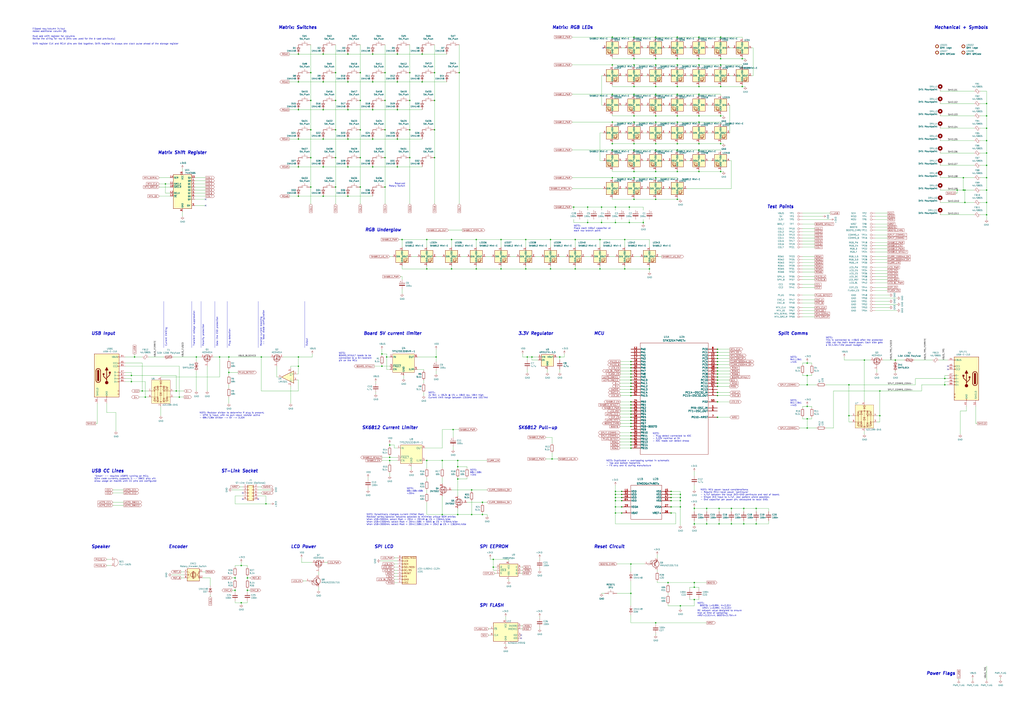
<source format=kicad_sch>
(kicad_sch (version 20230121) (generator eeschema)
  (paper "A1")
  (junction (at 510.54 411.48))
  (junction (at 556.26 30.48))
  (junction (at 810.26 95.25))
  (junction (at 320.04 365.76))
  (junction (at 520.7 71.12))
  (junction (at 520.7 30.48))
  (junction (at 558.8 416.56))
  (junction (at 510.54 421.64))
  (junction (at 306.07 44.45))
  (junction (at 609.6 71.12))
  (junction (at 510.54 416.56))
  (junction (at 574.04 30.48))
  (junction (at 245.11 300.99))
  (junction (at 528.32 182.88))
  (junction (at 551.18 406.4))
  (junction (at 505.46 408.94))
  (junction (at 810.26 125.73))
  (junction (at 119.38 326.39))
  (junction (at 375.92 422.91))
  (junction (at 482.6 182.88))
  (junction (at 375.92 383.54))
  (junction (at 556.26 95.25))
  (junction (at 203.2 474.98))
  (junction (at 520.7 95.25))
  (junction (at 574.04 48.26))
  (junction (at 187.96 293.37))
  (junction (at 295.91 106.68))
  (junction (at 502.92 100.33))
  (junction (at 372.11 353.06))
  (junction (at 518.16 360.68))
  (junction (at 502.92 123.19))
  (junction (at 810.26 146.05))
  (junction (at 396.24 412.75))
  (junction (at 505.46 416.56))
  (junction (at 574.04 53.34))
  (junction (at 538.48 95.25))
  (junction (at 494.03 182.88))
  (junction (at 580.39 430.53))
  (junction (at 161.29 293.37))
  (junction (at 387.35 422.91))
  (junction (at 510.54 403.86))
  (junction (at 505.46 182.88))
  (junction (at 621.03 430.53))
  (junction (at 609.6 48.26))
  (junction (at 275.59 82.55))
  (junction (at 589.28 287.02))
  (junction (at 356.87 82.55))
  (junction (at 662.94 298.45))
  (junction (at 538.48 100.33))
  (junction (at 255.27 59.69))
  (junction (at 370.84 196.85))
  (junction (at 792.48 156.21))
  (junction (at 350.52 196.85))
  (junction (at 775.97 311.15))
  (junction (at 574.04 100.33))
  (junction (at 518.16 345.44))
  (junction (at 518.16 297.18))
  (junction (at 518.16 332.74))
  (junction (at 107.95 313.69))
  (junction (at 245.11 137.16))
  (junction (at 775.97 316.23))
  (junction (at 697.23 341.63))
  (junction (at 275.59 59.69))
  (junction (at 722.63 321.31))
  (junction (at 245.11 44.45))
  (junction (at 662.94 334.01))
  (junction (at 147.32 326.39))
  (junction (at 590.55 430.53))
  (junction (at 556.26 77.47))
  (junction (at 265.43 137.16))
  (junction (at 198.12 495.3))
  (junction (at 621.03 417.83))
  (junction (at 306.07 90.17))
  (junction (at 810.26 166.37))
  (junction (at 245.11 161.29))
  (junction (at 336.55 82.55))
  (junction (at 580.39 417.83))
  (junction (at 313.69 300.99))
  (junction (at 520.7 146.05))
  (junction (at 662.94 308.61))
  (junction (at 316.23 153.67))
  (junction (at 610.87 417.83))
  (junction (at 591.82 140.97))
  (junction (at 570.23 482.6))
  (junction (at 600.71 430.53))
  (junction (at 214.63 293.37))
  (junction (at 558.8 408.94))
  (junction (at 326.39 44.45))
  (junction (at 722.63 341.63))
  (junction (at 459.74 293.37))
  (junction (at 518.16 299.72))
  (junction (at 502.92 118.11))
  (junction (at 346.71 44.45))
  (junction (at 350.52 220.98))
  (junction (at 589.28 312.42))
  (junction (at 472.44 220.98))
  (junction (at 518.16 340.36))
  (junction (at 574.04 95.25))
  (junction (at 144.78 321.31))
  (junction (at 518.16 342.9))
  (junction (at 520.7 53.34))
  (junction (at 538.48 30.48))
  (junction (at 518.16 350.52))
  (junction (at 518.16 304.8))
  (junction (at 662.94 351.79))
  (junction (at 589.28 292.1))
  (junction (at 285.75 44.45))
  (junction (at 518.16 330.2))
  (junction (at 697.23 316.23))
  (junction (at 520.7 100.33))
  (junction (at 505.46 421.64))
  (junction (at 356.87 106.68))
  (junction (at 516.89 170.18))
  (junction (at 471.17 170.18))
  (junction (at 411.48 196.85))
  (junction (at 518.16 314.96))
  (junction (at 285.75 67.31))
  (junction (at 589.28 322.58))
  (junction (at 556.26 53.34))
  (junction (at 275.59 153.67))
  (junction (at 285.75 161.29))
  (junction (at 502.92 146.05))
  (junction (at 538.48 123.19))
  (junction (at 518.16 317.5))
  (junction (at 551.18 403.86))
  (junction (at 505.46 406.4))
  (junction (at 275.59 106.68))
  (junction (at 518.16 365.76))
  (junction (at 518.16 309.88))
  (junction (at 513.08 220.98))
  (junction (at 510.54 408.94))
  (junction (at 502.92 30.48))
  (junction (at 375.92 393.7))
  (junction (at 265.43 67.31))
  (junction (at 520.7 77.47))
  (junction (at 520.7 163.83))
  (junction (at 411.48 220.98))
  (junction (at 791.21 146.05))
  (junction (at 556.26 48.26))
  (junction (at 285.75 90.17))
  (junction (at 533.4 220.98))
  (junction (at 810.26 156.21))
  (junction (at 336.55 106.68))
  (junction (at 589.28 299.72))
  (junction (at 556.26 123.19))
  (junction (at 505.46 170.18))
  (junction (at 810.26 135.89))
  (junction (at 556.26 163.83))
  (junction (at 538.48 77.47))
  (junction (at 193.04 474.98))
  (junction (at 538.48 71.12))
  (junction (at 520.7 140.97))
  (junction (at 662.94 344.17))
  (junction (at 538.48 48.26))
  (junction (at 452.12 196.85))
  (junction (at 589.28 330.2))
  (junction (at 316.23 106.68))
  (junction (at 591.82 48.26))
  (junction (at 570.23 492.76))
  (junction (at 363.22 422.91))
  (junction (at 316.23 129.54))
  (junction (at 516.89 182.88))
  (junction (at 551.18 416.56))
  (junction (at 431.8 196.85))
  (junction (at 518.16 312.42))
  (junction (at 405.13 459.74))
  (junction (at 810.26 105.41))
  (junction (at 502.92 53.34))
  (junction (at 735.33 295.91))
  (junction (at 245.11 293.37))
  (junction (at 574.04 71.12))
  (junction (at 505.46 411.48))
  (junction (at 589.28 294.64))
  (junction (at 589.28 317.5))
  (junction (at 810.26 115.57))
  (junction (at 295.91 82.55))
  (junction (at 556.26 140.97))
  (junction (at 265.43 114.3))
  (junction (at 346.71 67.31))
  (junction (at 245.11 114.3))
  (junction (at 551.18 421.64))
  (junction (at 492.76 220.98))
  (junction (at 551.18 408.94))
  (junction (at 502.92 77.47))
  (junction (at 255.27 106.68))
  (junction (at 574.04 123.19))
  (junction (at 558.8 497.84))
  (junction (at 135.89 151.13))
  (junction (at 436.88 293.37))
  (junction (at 265.43 161.29))
  (junction (at 295.91 153.67))
  (junction (at 520.7 123.19))
  (junction (at 198.12 464.82))
  (junction (at 116.84 321.31))
  (junction (at 265.43 90.17))
  (junction (at 405.13 466.09))
  (junction (at 574.04 118.11))
  (junction (at 326.39 67.31))
  (junction (at 295.91 59.69))
  (junction (at 492.76 196.85))
  (junction (at 107.95 308.61))
  (junction (at 538.48 118.11))
  (junction (at 591.82 30.48))
  (junction (at 518.16 322.58))
  (junction (at 518.16 307.34))
  (junction (at 518.16 302.26))
  (junction (at 556.26 100.33))
  (junction (at 320.04 375.92))
  (junction (at 786.13 156.21))
  (junction (at 538.48 140.97))
  (junction (at 306.07 67.31))
  (junction (at 589.28 309.88))
  (junction (at 518.16 487.68))
  (junction (at 453.39 377.19))
  (junction (at 285.75 137.16))
  (junction (at 387.35 402.59))
  (junction (at 320.04 378.46))
  (junction (at 548.64 478.79))
  (junction (at 245.11 90.17))
  (junction (at 709.93 295.91))
  (junction (at 551.18 411.48))
  (junction (at 494.03 170.18))
  (junction (at 513.08 196.85))
  (junction (at 180.34 293.37))
  (junction (at 518.16 320.04))
  (junction (at 363.22 378.46))
  (junction (at 350.52 378.46))
  (junction (at 520.7 118.11))
  (junction (at 391.16 196.85))
  (junction (at 336.55 129.54))
  (junction (at 356.87 59.69))
  (junction (at 285.75 114.3))
  (junction (at 518.16 363.22))
  (junction (at 556.26 118.11))
  (junction (at 574.04 77.47))
  (junction (at 255.27 82.55))
  (junction (at 391.16 220.98))
  (junction (at 518.16 368.3))
  (junction (at 110.49 293.37))
  (junction (at 396.24 422.91))
  (junction (at 518.16 358.14))
  (junction (at 570.23 478.79))
  (junction (at 589.28 297.18))
  (junction (at 326.39 137.16))
  (junction (at 589.28 289.56))
  (junction (at 218.44 414.02))
  (junction (at 358.14 293.37))
  (junction (at 295.91 129.54))
  (junction (at 316.23 59.69))
  (junction (at 510.54 406.4))
  (junction (at 255.27 129.54))
  (junction (at 313.69 290.83))
  (junction (at 193.04 485.14))
  (junction (at 558.8 406.4))
  (junction (at 265.43 44.45))
  (junction (at 591.82 53.34))
  (junction (at 275.59 129.54))
  (junction (at 330.2 196.85))
  (junction (at 433.07 293.37))
  (junction (at 482.6 170.18))
  (junction (at 538.48 53.34))
  (junction (at 662.94 316.23))
  (junction (at 590.55 417.83))
  (junction (at 326.39 114.3))
  (junction (at 326.39 90.17))
  (junction (at 589.28 302.26))
  (junction (at 370.84 220.98))
  (junction (at 791.21 156.21))
  (junction (at 520.7 48.26))
  (junction (at 452.12 220.98))
  (junction (at 589.28 314.96))
  (junction (at 518.16 337.82))
  (junction (at 518.16 463.55))
  (junction (at 375.92 378.46))
  (junction (at 589.28 325.12))
  (junction (at 600.71 417.83))
  (junction (at 518.16 355.6))
  (junction (at 591.82 118.11))
  (junction (at 810.26 176.53))
  (junction (at 589.28 307.34))
  (junction (at 306.07 114.3))
  (junction (at 538.48 163.83))
  (junction (at 591.82 95.25))
  (junction (at 377.19 59.69))
  (junction (at 538.48 511.81))
  (junction (at 472.44 196.85))
  (junction (at 317.5 293.37))
  (junction (at 591.82 71.12))
  (junction (at 518.16 347.98))
  (junction (at 306.07 137.16))
  (junction (at 203.2 485.14))
  (junction (at 316.23 82.55))
  (junction (at 245.11 67.31))
  (junction (at 574.04 140.97))
  (junction (at 431.8 220.98))
  (junction (at 356.87 129.54))
  (junction (at 558.8 411.48))
  (junction (at 538.48 146.05))
  (junction (at 556.26 71.12))
  (junction (at 255.27 153.67))
  (junction (at 518.16 335.28))
  (junction (at 570.23 430.53))
  (junction (at 518.16 325.12))
  (junction (at 792.48 166.37))
  (junction (at 589.28 342.9))
  (junction (at 589.28 304.8))
  (junction (at 187.96 306.07))
  (junction (at 610.87 430.53))
  (junction (at 505.46 403.86))
  (junction (at 336.55 59.69))
  (junction (at 810.26 85.09))
  (junction (at 570.23 417.83))
  (no_connect (at 778.51 300.99))
  (no_connect (at 427.99 521.97))
  (no_connect (at 199.39 410.21))
  (no_connect (at 199.39 405.13))
  (no_connect (at 212.09 410.21))
  (no_connect (at 168.91 168.91))
  (no_connect (at 495.3 39.37))
  (no_connect (at 427.99 524.51))
  (no_connect (at -90.17 458.47))
  (no_connect (at 778.51 303.53))
  (no_connect (at 168.91 163.83))
  (wire (pts (xy 245.11 321.31) (xy 214.63 321.31)))
  (wire (pts (xy 518.16 469.9) (xy 518.16 463.55)))
  (wire (pts (xy 411.48 220.98) (xy 431.8 220.98)))
  (wire (pts (xy 237.49 161.29) (xy 245.11 161.29)))
  (wire (pts (xy 772.16 176.53) (xy 800.1 176.53)))
  (wire (pts (xy 810.26 146.05) (xy 810.26 156.21)))
  (wire (pts (xy 659.13 223.52) (xy 669.29 223.52)))
  (polyline (pts (xy 250.19 285.75) (xy 250.19 247.65)))
  (wire (pts (xy 556.26 118.11) (xy 574.04 118.11)))
  (wire (pts (xy 492.76 196.85) (xy 492.76 203.2)))
  (wire (pts (xy 725.17 295.91) (xy 735.33 295.91)))
  (wire (pts (xy 662.94 308.61) (xy 662.94 316.23)))
  (wire (pts (xy 659.13 180.34) (xy 681.99 180.34)))
  (wire (pts (xy 336.55 82.55) (xy 336.55 106.68)))
  (wire (pts (xy 538.48 46.99) (xy 538.48 48.26)))
  (wire (pts (xy 556.26 116.84) (xy 556.26 118.11)))
  (wire (pts (xy 718.82 189.23) (xy 728.98 189.23)))
  (wire (pts (xy 591.82 31.75) (xy 591.82 30.48)))
  (wire (pts (xy 509.27 335.28) (xy 518.16 335.28)))
  (wire (pts (xy 214.63 405.13) (xy 212.09 405.13)))
  (wire (pts (xy 772.16 135.89) (xy 800.1 135.89)))
  (wire (pts (xy 336.55 129.54) (xy 336.55 167.64)))
  (wire (pts (xy 786.13 156.21) (xy 786.13 158.75)))
  (wire (pts (xy 566.42 109.22) (xy 563.88 109.22)))
  (wire (pts (xy 102.87 300.99) (xy 147.32 300.99)))
  (wire (pts (xy 591.82 118.11) (xy 594.36 118.11)))
  (wire (pts (xy 574.04 95.25) (xy 591.82 95.25)))
  (wire (pts (xy 193.04 407.67) (xy 199.39 407.67)))
  (wire (pts (xy 574.04 93.98) (xy 574.04 95.25)))
  (wire (pts (xy 336.55 59.69) (xy 336.55 82.55)))
  (wire (pts (xy 589.28 342.9) (xy 599.44 342.9)))
  (wire (pts (xy 295.91 129.54) (xy 295.91 153.67)))
  (wire (pts (xy 193.04 494.03) (xy 193.04 495.3)))
  (wire (pts (xy 662.94 344.17) (xy 662.94 351.79)))
  (wire (pts (xy 538.48 69.85) (xy 538.48 71.12)))
  (wire (pts (xy 631.19 417.83) (xy 631.19 420.37)))
  (wire (pts (xy 193.04 476.25) (xy 193.04 474.98)))
  (wire (pts (xy 805.18 105.41) (xy 810.26 105.41)))
  (wire (pts (xy 786.13 156.21) (xy 791.21 156.21)))
  (wire (pts (xy 618.49 62.23) (xy 618.49 39.37)))
  (wire (pts (xy 87.63 464.82) (xy 91.44 464.82)))
  (wire (pts (xy 558.8 408.94) (xy 558.8 411.48)))
  (wire (pts (xy 203.2 474.98) (xy 203.2 473.71)))
  (wire (pts (xy 520.7 140.97) (xy 538.48 140.97)))
  (wire (pts (xy 443.23 508) (xy 443.23 506.73)))
  (wire (pts (xy 570.23 416.56) (xy 570.23 417.83)))
  (wire (pts (xy 391.16 218.44) (xy 391.16 220.98)))
  (wire (pts (xy 198.12 464.82) (xy 203.2 464.82)))
  (wire (pts (xy 718.82 250.19) (xy 736.6 250.19)))
  (wire (pts (xy 448.31 359.41) (xy 453.39 359.41)))
  (wire (pts (xy 556.26 30.48) (xy 574.04 30.48)))
  (wire (pts (xy 494.03 182.88) (xy 482.6 182.88)))
  (wire (pts (xy 245.11 137.16) (xy 265.43 137.16)))
  (wire (pts (xy 775.97 316.23) (xy 756.92 316.23)))
  (wire (pts (xy 772.16 115.57) (xy 800.1 115.57)))
  (wire (pts (xy 513.08 220.98) (xy 533.4 220.98)))
  (wire (pts (xy 772.16 74.93) (xy 800.1 74.93)))
  (wire (pts (xy 160.02 146.05) (xy 168.91 146.05)))
  (wire (pts (xy 247.65 458.47) (xy 247.65 462.28)))
  (wire (pts (xy 659.13 248.92) (xy 669.29 248.92)))
  (wire (pts (xy 313.69 375.92) (xy 320.04 375.92)))
  (wire (pts (xy 621.03 427.99) (xy 621.03 430.53)))
  (wire (pts (xy 510.54 86.36) (xy 513.08 86.36)))
  (wire (pts (xy 591.82 48.26) (xy 609.6 48.26)))
  (wire (pts (xy 275.59 129.54) (xy 275.59 153.67)))
  (wire (pts (xy 520.7 69.85) (xy 520.7 71.12)))
  (wire (pts (xy 656.59 351.79) (xy 662.94 351.79)))
  (wire (pts (xy 363.22 422.91) (xy 375.92 422.91)))
  (wire (pts (xy 546.1 132.08) (xy 548.64 132.08)))
  (wire (pts (xy 791.21 146.05) (xy 791.21 156.21)))
  (wire (pts (xy 415.29 529.59) (xy 415.29 530.86)))
  (wire (pts (xy 180.34 293.37) (xy 175.26 293.37)))
  (wire (pts (xy 528.32 132.08) (xy 530.86 132.08)))
  (wire (pts (xy 509.27 332.74) (xy 518.16 332.74)))
  (wire (pts (xy 591.82 78.74) (xy 591.82 77.47)))
  (wire (pts (xy 502.92 123.19) (xy 520.7 123.19)))
  (wire (pts (xy 659.13 200.66) (xy 669.29 200.66)))
  (wire (pts (xy 349.25 378.46) (xy 350.52 378.46)))
  (wire (pts (xy 316.23 82.55) (xy 316.23 106.68)))
  (wire (pts (xy 566.42 482.6) (xy 570.23 482.6)))
  (wire (pts (xy 518.16 463.55) (xy 529.59 463.55)))
  (wire (pts (xy 718.82 215.9) (xy 728.98 215.9)))
  (wire (pts (xy 323.85 458.47) (xy 326.39 458.47)))
  (wire (pts (xy 375.92 378.46) (xy 375.92 383.54)))
  (wire (pts (xy 130.81 146.05) (xy 139.7 146.05)))
  (wire (pts (xy 666.75 334.01) (xy 666.75 335.28)))
  (wire (pts (xy 810.26 547.37) (xy 810.26 558.8)))
  (polyline (pts (xy 186.69 285.75) (xy 186.69 247.65)))
  (wire (pts (xy 275.59 82.55) (xy 275.59 106.68)))
  (wire (pts (xy 574.04 78.74) (xy 574.04 77.47)))
  (wire (pts (xy 448.31 377.19) (xy 453.39 377.19)))
  (wire (pts (xy 589.28 299.72) (xy 599.44 299.72)))
  (wire (pts (xy 78.74 347.98) (xy 80.01 347.98)))
  (wire (pts (xy 805.18 115.57) (xy 810.26 115.57)))
  (wire (pts (xy 556.26 123.19) (xy 574.04 123.19)))
  (wire (pts (xy 659.13 334.01) (xy 659.13 335.28)))
  (wire (pts (xy 502.92 101.6) (xy 502.92 100.33)))
  (wire (pts (xy 610.87 430.53) (xy 621.03 430.53)))
  (wire (pts (xy 546.1 39.37) (xy 548.64 39.37)))
  (wire (pts (xy 275.59 36.83) (xy 275.59 59.69)))
  (wire (pts (xy 471.17 180.34) (xy 471.17 182.88)))
  (wire (pts (xy 132.08 334.01) (xy 132.08 341.63)))
  (wire (pts (xy 317.5 303.53) (xy 320.04 303.53)))
  (wire (pts (xy 323.85 478.79) (xy 326.39 478.79)))
  (wire (pts (xy 659.13 252.73) (xy 669.29 252.73)))
  (wire (pts (xy 509.27 302.26) (xy 518.16 302.26)))
  (wire (pts (xy 326.39 90.17) (xy 346.71 90.17)))
  (wire (pts (xy 662.94 351.79) (xy 670.56 351.79)))
  (wire (pts (xy 265.43 161.29) (xy 285.75 161.29)))
  (wire (pts (xy 538.48 123.19) (xy 538.48 124.46)))
  (wire (pts (xy 372.11 353.06) (xy 363.22 353.06)))
  (wire (pts (xy 265.43 114.3) (xy 285.75 114.3)))
  (wire (pts (xy 659.13 198.12) (xy 669.29 198.12)))
  (wire (pts (xy 482.6 172.72) (xy 482.6 170.18)))
  (wire (pts (xy 659.13 260.35) (xy 669.29 260.35)))
  (wire (pts (xy 718.82 199.39) (xy 728.98 199.39)))
  (wire (pts (xy 496.57 487.68) (xy 494.03 487.68)))
  (wire (pts (xy 363.22 353.06) (xy 363.22 368.3)))
  (wire (pts (xy 772.16 85.09) (xy 800.1 85.09)))
  (wire (pts (xy 459.74 293.37) (xy 459.74 295.91)))
  (wire (pts (xy 346.71 67.31) (xy 367.03 67.31)))
  (wire (pts (xy 810.26 166.37) (xy 810.26 176.53)))
  (wire (pts (xy 718.82 207.01) (xy 728.98 207.01)))
  (wire (pts (xy 810.26 156.21) (xy 810.26 166.37)))
  (wire (pts (xy 255.27 153.67) (xy 255.27 167.64)))
  (wire (pts (xy 427.99 514.35) (xy 429.26 514.35)))
  (wire (pts (xy 471.17 170.18) (xy 482.6 170.18)))
  (wire (pts (xy 697.23 341.63) (xy 697.23 346.71)))
  (wire (pts (xy 528.32 182.88) (xy 528.32 184.15)))
  (wire (pts (xy 400.05 424.18) (xy 400.05 422.91)))
  (wire (pts (xy 520.7 146.05) (xy 520.7 147.32)))
  (wire (pts (xy 574.04 123.19) (xy 574.04 124.46)))
  (wire (pts (xy 502.92 124.46) (xy 502.92 123.19)))
  (wire (pts (xy 570.23 482.6) (xy 574.04 482.6)))
  (wire (pts (xy 316.23 153.67) (xy 316.23 167.64)))
  (wire (pts (xy 570.23 482.6) (xy 570.23 478.79)))
  (wire (pts (xy 347.98 303.53) (xy 347.98 304.8)))
  (wire (pts (xy 697.23 346.71) (xy 699.77 346.71)))
  (wire (pts (xy 662.94 316.23) (xy 670.56 316.23)))
  (wire (pts (xy 570.23 387.35) (xy 570.23 391.16)))
  (wire (pts (xy 551.18 411.48) (xy 558.8 411.48)))
  (wire (pts (xy 750.57 295.91) (xy 765.81 295.91)))
  (wire (pts (xy 581.66 39.37) (xy 584.2 39.37)))
  (wire (pts (xy 574.04 31.75) (xy 574.04 30.48)))
  (wire (pts (xy 302.26 402.59) (xy 302.26 401.32)))
  (wire (pts (xy 659.13 220.98) (xy 669.29 220.98)))
  (wire (pts (xy 119.38 326.39) (xy 121.92 326.39)))
  (wire (pts (xy 801.37 347.98) (xy 802.64 347.98)))
  (wire (pts (xy 322.58 210.82) (xy 320.04 210.82)))
  (wire (pts (xy 659.13 246.38) (xy 669.29 246.38)))
  (wire (pts (xy 245.11 114.3) (xy 265.43 114.3)))
  (wire (pts (xy 778.51 308.61) (xy 775.97 308.61)))
  (wire (pts (xy 548.64 487.68) (xy 548.64 488.95)))
  (wire (pts (xy 570.23 417.83) (xy 570.23 420.37)))
  (wire (pts (xy 520.7 210.82) (xy 525.78 210.82)))
  (wire (pts (xy 368.3 189.23) (xy 379.73 189.23)))
  (wire (pts (xy 313.69 378.46) (xy 320.04 378.46)))
  (wire (pts (xy 285.75 137.16) (xy 306.07 137.16)))
  (wire (pts (xy 180.34 293.37) (xy 187.96 293.37)))
  (wire (pts (xy 528.32 39.37) (xy 530.86 39.37)))
  (wire (pts (xy 520.7 71.12) (xy 538.48 71.12)))
  (wire (pts (xy 469.9 53.34) (xy 502.92 53.34)))
  (wire (pts (xy 502.92 93.98) (xy 502.92 95.25)))
  (wire (pts (xy 114.3 326.39) (xy 119.38 326.39)))
  (wire (pts (xy 308.61 323.85) (xy 308.61 322.58)))
  (wire (pts (xy 659.13 193.04) (xy 669.29 193.04)))
  (wire (pts (xy 457.2 293.37) (xy 459.74 293.37)))
  (wire (pts (xy 509.27 358.14) (xy 518.16 358.14)))
  (wire (pts (xy 452.12 196.85) (xy 452.12 203.2)))
  (wire (pts (xy 609.6 54.61) (xy 609.6 53.34)))
  (wire (pts (xy 363.22 378.46) (xy 363.22 384.81)))
  (wire (pts (xy 591.82 30.48) (xy 609.6 30.48)))
  (wire (pts (xy 502.92 140.97) (xy 520.7 140.97)))
  (wire (pts (xy 516.89 182.88) (xy 505.46 182.88)))
  (wire (pts (xy 285.75 44.45) (xy 306.07 44.45)))
  (wire (pts (xy 203.2 495.3) (xy 203.2 494.03)))
  (wire (pts (xy 509.27 307.34) (xy 518.16 307.34)))
  (wire (pts (xy 589.28 322.58) (xy 599.44 322.58)))
  (wire (pts (xy 320.04 374.65) (xy 320.04 375.92)))
  (wire (pts (xy 574.04 116.84) (xy 574.04 118.11)))
  (wire (pts (xy 402.59 459.74) (xy 402.59 458.47)))
  (wire (pts (xy 331.47 308.61) (xy 331.47 311.15)))
  (wire (pts (xy 383.54 392.43) (xy 383.54 393.7)))
  (wire (pts (xy 482.6 180.34) (xy 482.6 182.88)))
  (wire (pts (xy 610.87 417.83) (xy 621.03 417.83)))
  (wire (pts (xy 107.95 313.69) (xy 102.87 313.69)))
  (wire (pts (xy 214.63 321.31) (xy 214.63 293.37)))
  (wire (pts (xy 336.55 36.83) (xy 336.55 59.69)))
  (wire (pts (xy 436.88 293.37) (xy 441.96 293.37)))
  (wire (pts (xy 563.88 132.08) (xy 566.42 132.08)))
  (wire (pts (xy 168.91 469.9) (xy 166.37 469.9)))
  (wire (pts (xy 195.58 306.07) (xy 187.96 306.07)))
  (wire (pts (xy 570.23 492.76) (xy 574.04 492.76)))
  (wire (pts (xy 193.04 474.98) (xy 193.04 473.71)))
  (wire (pts (xy 285.75 67.31) (xy 306.07 67.31)))
  (wire (pts (xy 356.87 129.54) (xy 356.87 167.64)))
  (wire (pts (xy 589.28 292.1) (xy 599.44 292.1)))
  (wire (pts (xy 160.02 153.67) (xy 168.91 153.67)))
  (wire (pts (xy 417.83 461.01) (xy 417.83 459.74)))
  (wire (pts (xy 520.7 31.75) (xy 520.7 30.48)))
  (wire (pts (xy 203.2 483.87) (xy 203.2 485.14)))
  (wire (pts (xy 383.54 383.54) (xy 375.92 383.54)))
  (wire (pts (xy 502.92 78.74) (xy 502.92 77.47)))
  (wire (pts (xy 396.24 421.64) (xy 396.24 422.91)))
  (wire (pts (xy 492.76 109.22) (xy 495.3 109.22)))
  (wire (pts (xy 556.26 163.83) (xy 558.8 163.83)))
  (wire (pts (xy 387.35 411.48) (xy 387.35 422.91)))
  (wire (pts (xy 805.18 85.09) (xy 810.26 85.09)))
  (wire (pts (xy 323.85 463.55) (xy 326.39 463.55)))
  (wire (pts (xy 405.13 466.09) (xy 407.67 466.09)))
  (wire (pts (xy 107.95 313.69) (xy 119.38 313.69)))
  (wire (pts (xy 662.94 298.45) (xy 666.75 298.45)))
  (wire (pts (xy 172.72 488.95) (xy 172.72 490.22)))
  (wire (pts (xy 350.52 378.46) (xy 363.22 378.46)))
  (wire (pts (xy 600.71 417.83) (xy 610.87 417.83)))
  (wire (pts (xy 316.23 36.83) (xy 316.23 59.69)))
  (wire (pts (xy 102.87 306.07) (xy 107.95 306.07)))
  (wire (pts (xy 600.71 132.08) (xy 600.71 154.94)))
  (wire (pts (xy 119.38 326.39) (xy 119.38 313.69)))
  (wire (pts (xy 135.89 158.75) (xy 135.89 151.13)))
  (wire (pts (xy 538.48 123.19) (xy 556.26 123.19)))
  (wire (pts (xy 320.04 388.62) (xy 320.04 391.16)))
  (wire (pts (xy 735.33 295.91) (xy 742.95 295.91)))
  (wire (pts (xy 317.5 303.53) (xy 317.5 293.37)))
  (wire (pts (xy 237.49 90.17) (xy 245.11 90.17)))
  (polyline (pts (xy 176.53 285.75) (xy 176.53 247.65)))
  (wire (pts (xy 599.44 132.08) (xy 600.71 132.08)))
  (wire (pts (xy 793.75 337.82) (xy 788.67 337.82)))
  (wire (pts (xy 431.8 218.44) (xy 431.8 220.98)))
  (wire (pts (xy 295.91 82.55) (xy 295.91 106.68)))
  (wire (pts (xy 591.82 140.97) (xy 594.36 140.97)))
  (wire (pts (xy 548.64 496.57) (xy 548.64 497.84)))
  (wire (pts (xy 669.29 213.36) (xy 659.13 213.36)))
  (wire (pts (xy 697.23 316.23) (xy 751.84 316.23)))
  (wire (pts (xy 718.82 252.73) (xy 730.25 252.73)))
  (wire (pts (xy 509.27 317.5) (xy 518.16 317.5)))
  (wire (pts (xy 187.96 303.53) (xy 187.96 306.07)))
  (wire (pts (xy 323.85 468.63) (xy 326.39 468.63)))
  (wire (pts (xy 563.88 39.37) (xy 566.42 39.37)))
  (wire (pts (xy 772.16 146.05) (xy 791.21 146.05)))
  (wire (pts (xy 492.76 218.44) (xy 492.76 220.98)))
  (wire (pts (xy 326.39 67.31) (xy 346.71 67.31)))
  (polyline (pts (xy 212.09 285.75) (xy 212.09 247.65)))
  (wire (pts (xy 350.52 196.85) (xy 370.84 196.85)))
  (wire (pts (xy 469.9 123.19) (xy 502.92 123.19)))
  (wire (pts (xy 599.44 109.22) (xy 599.44 86.36)))
  (wire (pts (xy 306.07 114.3) (xy 326.39 114.3)))
  (wire (pts (xy 506.73 463.55) (xy 518.16 463.55)))
  (wire (pts (xy 121.92 293.37) (xy 134.62 293.37)))
  (wire (pts (xy 370.84 196.85) (xy 391.16 196.85)))
  (wire (pts (xy 149.86 138.43) (xy 149.86 140.97)))
  (wire (pts (xy 516.89 170.18) (xy 516.89 172.72)))
  (wire (pts (xy 538.48 77.47) (xy 556.26 77.47)))
  (wire (pts (xy 205.74 474.98) (xy 203.2 474.98)))
  (wire (pts (xy 453.39 359.41) (xy 453.39 364.49)))
  (wire (pts (xy 505.46 170.18) (xy 516.89 170.18)))
  (wire (pts (xy 580.39 417.83) (xy 580.39 420.37)))
  (wire (pts (xy 350.52 220.98) (xy 370.84 220.98)))
  (wire (pts (xy 591.82 54.61) (xy 591.82 53.34)))
  (wire (pts (xy 148.59 469.9) (xy 151.13 469.9)))
  (wire (pts (xy 621.03 417.83) (xy 631.19 417.83)))
  (wire (pts (xy 205.74 485.14) (xy 203.2 485.14)))
  (wire (pts (xy 718.82 255.27) (xy 736.6 255.27)))
  (wire (pts (xy 247.65 462.28) (xy 256.54 462.28)))
  (wire (pts (xy 261.62 469.9) (xy 261.62 472.44)))
  (wire (pts (xy 513.08 218.44) (xy 513.08 220.98)))
  (wire (pts (xy 130.81 161.29) (xy 139.7 161.29)))
  (wire (pts (xy 718.82 180.34) (xy 728.98 180.34)))
  (wire (pts (xy 558.8 408.94) (xy 551.18 408.94)))
  (wire (pts (xy 548.64 497.84) (xy 558.8 497.84)))
  (wire (pts (xy 520.7 123.19) (xy 520.7 124.46)))
  (wire (pts (xy 316.23 106.68) (xy 316.23 129.54)))
  (wire (pts (xy 621.03 430.53) (xy 631.19 430.53)))
  (wire (pts (xy 505.46 406.4) (xy 510.54 406.4)))
  (wire (pts (xy 187.96 306.07) (xy 187.96 308.61)))
  (wire (pts (xy 350.52 196.85) (xy 350.52 203.2)))
  (wire (pts (xy 218.44 414.02) (xy 218.44 407.67)))
  (wire (pts (xy 405.13 459.74) (xy 417.83 459.74)))
  (wire (pts (xy 520.7 163.83) (xy 538.48 163.83)))
  (wire (pts (xy 509.27 363.22) (xy 518.16 363.22)))
  (wire (pts (xy 429.26 290.83) (xy 429.26 293.37)))
  (wire (pts (xy 469.9 30.48) (xy 502.92 30.48)))
  (wire (pts (xy 609.6 48.26) (xy 609.6 46.99)))
  (wire (pts (xy 509.27 355.6) (xy 518.16 355.6)))
  (wire (pts (xy 609.6 31.75) (xy 609.6 30.48)))
  (wire (pts (xy 509.27 345.44) (xy 518.16 345.44)))
  (wire (pts (xy 396.24 422.91) (xy 400.05 422.91)))
  (wire (pts (xy 518.16 487.68) (xy 518.16 497.84)))
  (wire (pts (xy 265.43 67.31) (xy 285.75 67.31)))
  (wire (pts (xy 509.27 337.82) (xy 518.16 337.82)))
  (wire (pts (xy 295.91 153.67) (xy 295.91 167.64)))
  (wire (pts (xy 502.92 146.05) (xy 520.7 146.05)))
  (wire (pts (xy 306.07 67.31) (xy 326.39 67.31)))
  (wire (pts (xy 295.91 36.83) (xy 295.91 59.69)))
  (wire (pts (xy 502.92 53.34) (xy 520.7 53.34)))
  (wire (pts (xy 718.82 245.11) (xy 736.6 245.11)))
  (wire (pts (xy 427.99 466.09) (xy 429.26 466.09)))
  (wire (pts (xy 190.5 402.59) (xy 199.39 402.59)))
  (wire (pts (xy 591.82 100.33) (xy 591.82 101.6)))
  (wire (pts (xy 203.2 485.14) (xy 203.2 486.41)))
  (wire (pts (xy 551.18 421.64) (xy 554.99 421.64)))
  (wire (pts (xy 350.52 422.91) (xy 363.22 422.91)))
  (wire (pts (xy 718.82 184.15) (xy 728.98 184.15)))
  (wire (pts (xy 563.88 62.23) (xy 566.42 62.23)))
  (wire (pts (xy 245.11 300.99) (xy 245.11 307.34)))
  (wire (pts (xy 306.07 137.16) (xy 326.39 137.16)))
  (wire (pts (xy 558.8 416.56) (xy 558.8 431.8)))
  (wire (pts (xy 787.4 557.53) (xy 787.4 558.8)))
  (wire (pts (xy 659.13 215.9) (xy 669.29 215.9)))
  (wire (pts (xy 589.28 314.96) (xy 599.44 314.96)))
  (wire (pts (xy 320.04 375.92) (xy 326.39 375.92)))
  (wire (pts (xy 505.46 180.34) (xy 505.46 182.88)))
  (wire (pts (xy 469.9 154.94) (xy 495.3 154.94)))
  (wire (pts (xy 383.54 393.7) (xy 375.92 393.7)))
  (wire (pts (xy 502.92 69.85) (xy 502.92 71.12)))
  (wire (pts (xy 669.29 195.58) (xy 659.13 195.58)))
  (wire (pts (xy 372.11 353.06) (xy 372.11 359.41)))
  (wire (pts (xy 375.92 422.91) (xy 387.35 422.91)))
  (wire (pts (xy 405.13 468.63) (xy 405.13 466.09)))
  (wire (pts (xy 600.71 430.53) (xy 610.87 430.53)))
  (wire (pts (xy 375.92 393.7) (xy 375.92 407.67)))
  (wire (pts (xy 238.76 300.99) (xy 245.11 300.99)))
  (wire (pts (xy 558.8 500.38) (xy 558.8 497.84)))
  (wire (pts (xy 326.39 137.16) (xy 346.71 137.16)))
  (wire (pts (xy 581.66 132.08) (xy 584.2 132.08)))
  (wire (pts (xy 510.54 154.94) (xy 513.08 154.94)))
  (wire (pts (xy 546.1 62.23) (xy 548.64 62.23)))
  (wire (pts (xy 735.33 306.07) (xy 735.33 304.8)))
  (wire (pts (xy 810.26 95.25) (xy 810.26 105.41)))
  (wire (pts (xy 659.13 227.33) (xy 669.29 227.33)))
  (wire (pts (xy 722.63 341.63) (xy 722.63 321.31)))
  (wire (pts (xy 135.89 151.13) (xy 139.7 151.13)))
  (wire (pts (xy 214.63 293.37) (xy 222.25 293.37)))
  (wire (pts (xy 505.46 408.94) (xy 505.46 411.48)))
  (wire (pts (xy 255.27 36.83) (xy 255.27 59.69)))
  (wire (pts (xy 342.9 303.53) (xy 347.98 303.53)))
  (wire (pts (xy 718.82 204.47) (xy 728.98 204.47)))
  (wire (pts (xy 313.69 290.83) (xy 317.5 290.83)))
  (wire (pts (xy 313.69 292.1) (xy 313.69 290.83)))
  (wire (pts (xy 810.26 115.57) (xy 810.26 125.73)))
  (wire (pts (xy 718.82 238.76) (xy 728.98 238.76)))
  (wire (pts (xy 509.27 320.04) (xy 518.16 320.04)))
  (wire (pts (xy 370.84 218.44) (xy 370.84 220.98)))
  (wire (pts (xy 659.13 236.22) (xy 669.29 236.22)))
  (wire (pts (xy 302.26 393.7) (xy 302.26 392.43)))
  (wire (pts (xy 92.71 415.29) (xy 101.6 415.29)))
  (wire (pts (xy 375.92 417.83) (xy 375.92 422.91)))
  (wire (pts (xy 372.11 367.03) (xy 372.11 369.57)))
  (wire (pts (xy 518.16 477.52) (xy 518.16 487.68)))
  (wire (pts (xy 722.63 346.71) (xy 722.63 341.63)))
  (wire (pts (xy 566.42 492.76) (xy 570.23 492.76)))
  (wire (pts (xy 791.21 156.21) (xy 792.48 156.21)))
  (wire (pts (xy 509.27 340.36) (xy 518.16 340.36)))
  (wire (pts (xy 538.48 118.11) (xy 556.26 118.11)))
  (wire (pts (xy 718.82 236.22) (xy 728.98 236.22)))
  (wire (pts (xy 609.6 71.12) (xy 612.14 71.12)))
  (wire (pts (xy 772.16 105.41) (xy 800.1 105.41)))
  (wire (pts (xy 102.87 293.37) (xy 110.49 293.37)))
  (wire (pts (xy 709.93 354.33) (xy 709.93 356.87)))
  (wire (pts (xy 323.85 473.71) (xy 326.39 473.71)))
  (wire (pts (xy 556.26 123.19) (xy 556.26 124.46)))
  (wire (pts (xy 431.8 196.85) (xy 452.12 196.85)))
  (wire (pts (xy 356.87 82.55) (xy 356.87 106.68)))
  (wire (pts (xy 659.13 175.26) (xy 681.99 175.26)))
  (wire (pts (xy 518.16 505.46) (xy 518.16 511.81)))
  (wire (pts (xy 539.75 477.52) (xy 539.75 478.79)))
  (wire (pts (xy 718.82 201.93) (xy 728.98 201.93)))
  (wire (pts (xy 502.92 54.61) (xy 502.92 53.34)))
  (wire (pts (xy 556.26 48.26) (xy 574.04 48.26)))
  (wire (pts (xy 656.59 316.23) (xy 662.94 316.23)))
  (wire (pts (xy 678.18 351.79) (xy 684.53 351.79)))
  (wire (pts (xy 308.61 314.96) (xy 308.61 313.69)))
  (wire (pts (xy 551.18 406.4) (xy 558.8 406.4)))
  (wire (pts (xy 107.95 311.15) (xy 107.95 313.69)))
  (wire (pts (xy 295.91 106.68) (xy 295.91 129.54)))
  (wire (pts (xy 396.24 412.75) (xy 400.05 412.75)))
  (wire (pts (xy 469.9 77.47) (xy 502.92 77.47)))
  (wire (pts (xy 538.48 71.12) (xy 556.26 71.12)))
  (wire (pts (xy 513.08 196.85) (xy 513.08 203.2)))
  (wire (pts (xy 494.03 170.18) (xy 505.46 170.18)))
  (wire (pts (xy 411.48 196.85) (xy 411.48 203.2)))
  (wire (pts (xy 492.76 196.85) (xy 513.08 196.85)))
  (wire (pts (xy 631.19 427.99) (xy 631.19 430.53)))
  (wire (pts (xy 87.63 331.47) (xy 87.63 339.09)))
  (wire (pts (xy 92.71 405.13) (xy 101.6 405.13)))
  (wire (pts (xy 327.66 196.85) (xy 330.2 196.85)))
  (wire (pts (xy 520.7 116.84) (xy 520.7 118.11)))
  (wire (pts (xy 196.85 400.05) (xy 199.39 400.05)))
  (wire (pts (xy 574.04 492.76) (xy 574.04 491.49)))
  (wire (pts (xy 538.48 146.05) (xy 538.48 147.32)))
  (wire (pts (xy 212.09 400.05) (xy 214.63 400.05)))
  (wire (pts (xy 406.4 471.17) (xy 407.67 471.17)))
  (wire (pts (xy 492.76 220.98) (xy 513.08 220.98)))
  (wire (pts (xy 509.27 347.98) (xy 518.16 347.98)))
  (wire (pts (xy 342.9 293.37) (xy 358.14 293.37)))
  (wire (pts (xy 350.52 402.59) (xy 350.52 405.13)))
  (wire (pts (xy 718.82 213.36) (xy 728.98 213.36)))
  (wire (pts (xy 610.87 417.83) (xy 610.87 420.37)))
  (wire (pts (xy 110.49 293.37) (xy 116.84 293.37)))
  (wire (pts (xy 132.08 309.88) (xy 180.34 309.88)))
  (wire (pts (xy 786.13 158.75) (xy 784.86 158.75)))
  (wire (pts (xy 621.03 417.83) (xy 621.03 420.37)))
  (wire (pts (xy 590.55 417.83) (xy 590.55 420.37)))
  (wire (pts (xy 574.04 140.97) (xy 591.82 140.97)))
  (wire (pts (xy 92.71 402.59) (xy 101.6 402.59)))
  (wire (pts (xy 502.92 77.47) (xy 520.7 77.47)))
  (wire (pts (xy 307.34 300.99) (xy 313.69 300.99)))
  (wire (pts (xy 589.28 297.18) (xy 599.44 297.18)))
  (wire (pts (xy 505.46 421.64) (xy 505.46 430.53)))
  (wire (pts (xy 509.27 309.88) (xy 518.16 309.88)))
  (wire (pts (xy 350.52 384.81) (xy 350.52 378.46)))
  (wire (pts (xy 391.16 196.85) (xy 411.48 196.85)))
  (wire (pts (xy 401.32 516.89) (xy 402.59 516.89)))
  (wire (pts (xy 193.04 483.87) (xy 193.04 485.14)))
  (wire (pts (xy 693.42 293.37) (xy 693.42 295.91)))
  (wire (pts (xy 720.09 341.63) (xy 722.63 341.63)))
  (wire (pts (xy 659.13 177.8) (xy 675.64 177.8)))
  (wire (pts (xy 513.08 109.22) (xy 510.54 109.22)))
  (wire (pts (xy 151.13 472.44) (xy 140.97 472.44)))
  (wire (pts (xy 570.23 417.83) (xy 580.39 417.83)))
  (wire (pts (xy 255.27 106.68) (xy 255.27 129.54)))
  (wire (pts (xy 243.84 312.42) (xy 245.11 312.42)))
  (wire (pts (xy 285.75 114.3) (xy 306.07 114.3)))
  (wire (pts (xy 363.22 392.43) (xy 363.22 397.51)))
  (wire (pts (xy 600.71 417.83) (xy 600.71 420.37)))
  (wire (pts (xy 350.52 392.43) (xy 350.52 394.97)))
  (wire (pts (xy 669.29 190.5) (xy 659.13 190.5)))
  (wire (pts (xy 502.92 48.26) (xy 520.7 48.26)))
  (wire (pts (xy 792.48 156.21) (xy 792.48 166.37)))
  (wire (pts (xy 548.64 478.79) (xy 570.23 478.79)))
  (wire (pts (xy 149.86 173.99) (xy 149.86 177.8)))
  (wire (pts (xy 718.82 219.71) (xy 728.98 219.71)))
  (wire (pts (xy 574.04 139.7) (xy 574.04 140.97)))
  (wire (pts (xy 509.27 360.68) (xy 518.16 360.68)))
  (wire (pts (xy 556.26 31.75) (xy 556.26 30.48)))
  (wire (pts (xy 558.8 403.86) (xy 558.8 406.4)))
  (wire (pts (xy 810.26 74.93) (xy 810.26 85.09)))
  (wire (pts (xy 275.59 153.67) (xy 275.59 167.64)))
  (wire (pts (xy 320.04 365.76) (xy 323.85 365.76)))
  (wire (pts (xy 187.96 316.23) (xy 187.96 318.77)))
  (wire (pts (xy 193.04 485.14) (xy 193.04 486.41)))
  (wire (pts (xy 805.18 74.93) (xy 810.26 74.93)))
  (wire (pts (xy 520.7 146.05) (xy 538.48 146.05)))
  (wire (pts (xy 556.26 53.34) (xy 574.04 53.34)))
  (wire (pts (xy 805.18 125.73) (xy 810.26 125.73)))
  (wire (pts (xy 574.04 482.6) (xy 574.04 483.87)))
  (wire (pts (xy 589.28 325.12) (xy 599.44 325.12)))
  (wire (pts (xy 659.13 184.15) (xy 669.29 184.15)))
  (wire (pts (xy 709.93 330.2) (xy 709.93 295.91)))
  (wire (pts (xy 505.46 416.56) (xy 505.46 421.64)))
  (wire (pts (xy 556.26 54.61) (xy 556.26 53.34)))
  (wire (pts (xy 775.97 308.61) (xy 775.97 311.15)))
  (wire (pts (xy 778.51 313.69) (xy 775.97 313.69)))
  (wire (pts (xy 317.5 293.37) (xy 320.04 293.37)))
  (wire (pts (xy 492.76 132.08) (xy 495.3 132.08)))
  (wire (pts (xy 548.64 480.06) (xy 548.64 478.79)))
  (wire (pts (xy 147.32 300.99) (xy 147.32 326.39)))
  (wire (pts (xy 147.32 326.39) (xy 151.13 326.39)))
  (wire (pts (xy 346.71 44.45) (xy 367.03 44.45)))
  (wire (pts (xy 792.48 166.37) (xy 800.1 166.37)))
  (wire (pts (xy 528.32 182.88) (xy 516.89 182.88)))
  (wire (pts (xy 538.48 100.33) (xy 556.26 100.33)))
  (wire (pts (xy 417.83 476.25) (xy 417.83 477.52)))
  (wire (pts (xy 431.8 196.85) (xy 431.8 203.2)))
  (wire (pts (xy 452.12 220.98) (xy 472.44 220.98)))
  (wire (pts (xy 556.26 95.25) (xy 574.04 95.25)))
  (wire (pts (xy 538.48 93.98) (xy 538.48 95.25)))
  (wire (pts (xy 453.39 372.11) (xy 453.39 377.19)))
  (wire (pts (xy 328.93 227.33) (xy 330.2 227.33)))
  (wire (pts (xy 538.48 146.05) (xy 556.26 146.05)))
  (wire (pts (xy 383.54 412.75) (xy 396.24 412.75)))
  (wire (pts (xy 570.23 430.53) (xy 580.39 430.53)))
  (wire (pts (xy 505.46 411.48) (xy 505.46 416.56)))
  (wire (pts (xy 590.55 417.83) (xy 600.71 417.83)))
  (wire (pts (xy 198.12 495.3) (xy 203.2 495.3)))
  (wire (pts (xy 538.48 53.34) (xy 556.26 53.34)))
  (wire (pts (xy 495.3 86.36) (xy 494.03 86.36)))
  (wire (pts (xy 518.16 350.52) (xy 509.27 350.52)))
  (wire (pts (xy 431.8 220.98) (xy 452.12 220.98)))
  (wire (pts (xy 265.43 137.16) (xy 285.75 137.16)))
  (wire (pts (xy 666.75 344.17) (xy 662.94 344.17)))
  (wire (pts (xy 718.82 232.41) (xy 728.98 232.41)))
  (wire (pts (xy 533.4 196.85) (xy 533.4 203.2)))
  (wire (pts (xy 669.29 218.44) (xy 659.13 218.44)))
  (wire (pts (xy 502.92 100.33) (xy 520.7 100.33)))
  (wire (pts (xy 320.04 381) (xy 320.04 378.46)))
  (wire (pts (xy 556.26 71.12) (xy 574.04 71.12)))
  (wire (pts (xy 539.75 458.47) (xy 539.75 455.93)))
  (wire (pts (xy 110.49 290.83) (xy 110.49 293.37)))
  (wire (pts (xy 172.72 474.98) (xy 172.72 481.33)))
  (wire (pts (xy 449.58 303.53) (xy 449.58 306.07)))
  (wire (pts (xy 599.44 294.64) (xy 589.28 294.64)))
  (wire (pts (xy 722.63 321.31) (xy 756.92 321.31)))
  (wire (pts (xy 574.04 30.48) (xy 591.82 30.48)))
  (wire (pts (xy 370.84 196.85) (xy 370.84 203.2)))
  (wire (pts (xy 709.93 295.91) (xy 715.01 295.91)))
  (polyline (pts (xy 165.1 285.75) (xy 165.1 247.65)))
  (wire (pts (xy 697.23 316.23) (xy 697.23 341.63)))
  (wire (pts (xy 610.87 427.99) (xy 610.87 430.53)))
  (wire (pts (xy 662.94 334.01) (xy 666.75 334.01)))
  (wire (pts (xy 520.7 118.11) (xy 538.48 118.11)))
  (wire (pts (xy 600.71 427.99) (xy 600.71 430.53)))
  (wire (pts (xy 336.55 106.68) (xy 336.55 129.54)))
  (wire (pts (xy 581.66 62.23) (xy 584.2 62.23)))
  (wire (pts (xy 102.87 311.15) (xy 107.95 311.15)))
  (wire (pts (xy 238.76 302.26) (xy 238.76 300.99)))
  (wire (pts (xy 255.27 129.54) (xy 255.27 153.67)))
  (wire (pts (xy 666.75 342.9) (xy 666.75 344.17)))
  (wire (pts (xy 429.26 293.37) (xy 433.07 293.37)))
  (wire (pts (xy 347.98 322.58) (xy 347.98 325.12)))
  (wire (pts (xy 427.99 516.89) (xy 429.26 516.89)))
  (wire (pts (xy 805.18 135.89) (xy 810.26 135.89)))
  (wire (pts (xy 443.23 459.74) (xy 443.23 458.47)))
  (wire (pts (xy 500.38 210.82) (xy 505.46 210.82)))
  (wire (pts (xy 501.65 118.11) (xy 502.92 118.11)))
  (wire (pts (xy 494.03 170.18) (xy 494.03 172.72)))
  (wire (pts (xy 556.26 78.74) (xy 556.26 77.47)))
  (wire (pts (xy 245.11 67.31) (xy 265.43 67.31)))
  (wire (pts (xy 387.35 403.86) (xy 387.35 402.59)))
  (wire (pts (xy 237.49 67.31) (xy 245.11 67.31)))
  (wire (pts (xy 427.99 471.17) (xy 429.26 471.17)))
  (wire (pts (xy 275.59 106.68) (xy 275.59 129.54)))
  (wire (pts (xy 520.7 123.19) (xy 538.48 123.19)))
  (polyline (pts (xy 134.62 285.75) (xy 134.62 247.65)))
  (wire (pts (xy 558.8 406.4) (xy 558.8 408.94)))
  (wire (pts (xy 313.69 299.72) (xy 313.69 300.99)))
  (wire (pts (xy 459.74 210.82) (xy 464.82 210.82)))
  (wire (pts (xy 405.13 468.63) (xy 407.67 468.63)))
  (wire (pts (xy 443.23 468.63) (xy 443.23 467.36)))
  (wire (pts (xy 452.12 196.85) (xy 472.44 196.85)))
  (wire (pts (xy 313.69 300.99) (xy 320.04 300.99)))
  (wire (pts (xy 618.49 39.37) (xy 617.22 39.37)))
  (wire (pts (xy 770.89 295.91) (xy 778.51 295.91)))
  (wire (pts (xy 330.2 220.98) (xy 350.52 220.98)))
  (wire (pts (xy 505.46 430.53) (xy 554.99 430.53)))
  (wire (pts (xy 772.16 156.21) (xy 786.13 156.21)))
  (wire (pts (xy 509.27 365.76) (xy 518.16 365.76)))
  (wire (pts (xy 402.59 459.74) (xy 405.13 459.74)))
  (wire (pts (xy 599.44 304.8) (xy 589.28 304.8)))
  (wire (pts (xy 187.96 293.37) (xy 214.63 293.37)))
  (wire (pts (xy 330.2 237.49) (xy 330.2 241.3)))
  (wire (pts (xy 520.7 48.26) (xy 538.48 48.26)))
  (wire (pts (xy 471.17 170.18) (xy 471.17 172.72)))
  (wire (pts (xy 556.26 139.7) (xy 556.26 140.97)))
  (wire (pts (xy 237.49 137.16) (xy 245.11 137.16)))
  (wire (pts (xy 87.63 339.09) (xy 95.25 339.09)))
  (wire (pts (xy 245.11 293.37) (xy 256.54 293.37)))
  (wire (pts (xy 160.02 151.13) (xy 168.91 151.13)))
  (wire (pts (xy 659.13 334.01) (xy 662.94 334.01)))
  (wire (pts (xy 805.18 146.05) (xy 810.26 146.05)))
  (wire (pts (xy 316.23 59.69) (xy 316.23 82.55)))
  (wire (pts (xy 505.46 411.48) (xy 510.54 411.48)))
  (wire (pts (xy 245.11 90.17) (xy 265.43 90.17)))
  (wire (pts (xy 662.94 308.61) (xy 659.13 308.61)))
  (wire (pts (xy 375.92 393.7) (xy 375.92 392.43)))
  (wire (pts (xy 556.26 100.33) (xy 556.26 101.6)))
  (wire (pts (xy 166.37 474.98) (xy 172.72 474.98)))
  (wire (pts (xy 502.92 46.99) (xy 502.92 48.26)))
  (wire (pts (xy 505.46 403.86) (xy 505.46 398.78)))
  (wire (pts (xy 337.82 383.54) (xy 337.82 386.08)))
  (wire (pts (xy 584.2 109.22) (xy 581.66 109.22)))
  (wire (pts (xy 539.75 469.9) (xy 539.75 468.63)))
  (wire (pts (xy 193.04 464.82) (xy 198.12 464.82)))
  (wire (pts (xy 662.94 297.18) (xy 662.94 298.45)))
  (wire (pts (xy 554.99 421.64) (xy 554.99 430.53)))
  (wire (pts (xy 599.44 307.34) (xy 589.28 307.34)))
  (wire (pts (xy 574.04 54.61) (xy 574.04 53.34)))
  (wire (pts (xy 502.92 162.56) (xy 502.92 163.83)))
  (wire (pts (xy 160.02 163.83) (xy 168.91 163.83)))
  (wire (pts (xy 396.24 414.02) (xy 396.24 412.75)))
  (wire (pts (xy 349.25 368.3) (xy 363.22 368.3)))
  (wire (pts (xy 198.12 496.57) (xy 198.12 495.3)))
  (wire (pts (xy 684.53 321.31) (xy 684.53 351.79)))
  (wire (pts (xy 538.48 520.7) (xy 538.48 521.97)))
  (wire (pts (xy 520.7 139.7) (xy 520.7 140.97)))
  (wire (pts (xy 387.35 402.59) (xy 400.05 402.59)))
  (wire (pts (xy 492.76 109.22) (xy 492.76 132.08)))
  (wire (pts (xy 116.84 321.31) (xy 121.92 321.31)))
  (wire (pts (xy 509.27 314.96) (xy 518.16 314.96)))
  (wire (pts (xy 502.92 71.12) (xy 520.7 71.12)))
  (wire (pts (xy 245.11 44.45) (xy 265.43 44.45)))
  (wire (pts (xy 323.85 365.76) (xy 323.85 368.3)))
  (wire (pts (xy 556.26 100.33) (xy 574.04 100.33)))
  (wire (pts (xy 563.88 154.94) (xy 600.71 154.94)))
  (wire (pts (xy 728.98 177.8) (xy 718.82 177.8)))
  (wire (pts (xy 402.59 521.97) (xy 401.32 521.97)))
  (wire (pts (xy 190.5 485.14) (xy 193.04 485.14)))
  (wire (pts (xy 237.49 44.45) (xy 245.11 44.45)))
  (wire (pts (xy 520.7 162.56) (xy 520.7 163.83)))
  (wire (pts (xy 793.75 334.01) (xy 793.75 337.82)))
  (wire (pts (xy 261.62 482.6) (xy 261.62 485.14)))
  (wire (pts (xy 509.27 342.9) (xy 518.16 342.9)))
  (wire (pts (xy 502.92 139.7) (xy 502.92 140.97)))
  (wire (pts (xy 516.89 170.18) (xy 528.32 170.18)))
  (wire (pts (xy 190.5 474.98) (xy 193.04 474.98)))
  (wire (pts (xy 463.55 290.83) (xy 463.55 293.37)))
  (wire (pts (xy 775.97 311.15) (xy 778.51 311.15)))
  (wire (pts (xy 358.14 293.37) (xy 358.14 297.18)))
  (wire (pts (xy 591.82 95.25) (xy 594.36 95.25)))
  (wire (pts (xy 810.26 85.09) (xy 810.26 95.25)))
  (wire (pts (xy 659.13 257.81) (xy 669.29 257.81)))
  (wire (pts (xy 538.48 511.81) (xy 580.39 511.81)))
  (wire (pts (xy 666.75 298.45) (xy 666.75 299.72)))
  (wire (pts (xy 538.48 31.75) (xy 538.48 30.48)))
  (wire (pts (xy 772.16 166.37) (xy 792.48 166.37)))
  (wire (pts (xy 212.09 402.59) (xy 222.25 402.59)))
  (wire (pts (xy 439.42 210.82) (xy 444.5 210.82)))
  (wire (pts (xy 255.27 82.55) (xy 255.27 106.68)))
  (wire (pts (xy 684.53 321.31) (xy 722.63 321.31)))
  (wire (pts (xy 509.27 330.2) (xy 518.16 330.2)))
  (wire (pts (xy 377.19 59.69) (xy 377.19 167.64)))
  (wire (pts (xy 245.11 300.99) (xy 245.11 293.37)))
  (wire (pts (xy 306.07 44.45) (xy 326.39 44.45)))
  (wire (pts (xy 574.04 53.34) (xy 591.82 53.34)))
  (wire (pts (xy 772.16 95.25) (xy 800.1 95.25)))
  (wire (pts (xy 510.54 132.08) (xy 513.08 132.08)))
  (wire (pts (xy 556.26 69.85) (xy 556.26 71.12)))
  (wire (pts (xy 662.94 332.74) (xy 662.94 334.01)))
  (wire (pts (xy 326.39 471.17) (xy 323.85 471.17)))
  (wire (pts (xy 469.9 170.18) (xy 471.17 170.18)))
  (wire (pts (xy 735.33 297.18) (xy 735.33 295.91)))
  (wire (pts (xy 265.43 90.17) (xy 285.75 90.17)))
  (wire (pts (xy 538.48 54.61) (xy 538.48 53.34)))
  (wire (pts (xy 203.2 476.25) (xy 203.2 474.98)))
  (wire (pts (xy 358.14 304.8) (xy 358.14 307.34)))
  (wire (pts (xy 728.98 195.58) (xy 718.82 195.58)))
  (wire (pts (xy 161.29 304.8) (xy 161.29 321.31)))
  (wire (pts (xy 222.25 414.02) (xy 218.44 414.02)))
  (wire (pts (xy 505.46 421.64) (xy 510.54 421.64)))
  (wire (pts (xy 659.13 255.27) (xy 669.29 255.27)))
  (wire (pts (xy 482.6 182.88) (xy 471.17 182.88)))
  (wire (pts (xy 538.48 162.56) (xy 538.48 163.83)))
  (wire (pts (xy 580.39 417.83) (xy 590.55 417.83)))
  (wire (pts (xy 107.95 306.07) (xy 107.95 308.61)))
  (wire (pts (xy 659.13 242.57) (xy 669.29 242.57)))
  (wire (pts (xy 591.82 139.7) (xy 591.82 140.97)))
  (wire (pts (xy 275.59 59.69) (xy 275.59 82.55)))
  (wire (pts (xy 509.27 312.42) (xy 518.16 312.42)))
  (wire (pts (xy 805.18 156.21) (xy 810.26 156.21)))
  (wire (pts (xy 482.6 170.18) (xy 494.03 170.18)))
  (wire (pts (xy 232.41 293.37) (xy 245.11 293.37)))
  (wire (pts (xy 718.82 210.82) (xy 728.98 210.82)))
  (wire (pts (xy 193.04 466.09) (xy 193.04 464.82)))
  (wire (pts (xy 590.55 427.99) (xy 590.55 430.53)))
  (wire (pts (xy 142.24 326.39) (xy 147.32 326.39)))
  (wire (pts (xy 130.81 153.67) (xy 139.7 153.67)))
  (wire (pts (xy 285.75 90.17) (xy 306.07 90.17)))
  (wire (pts (xy 609.6 71.12) (xy 609.6 69.85)))
  (wire (pts (xy 538.48 30.48) (xy 556.26 30.48)))
  (wire (pts (xy 505.46 403.86) (xy 505.46 406.4)))
  (wire (pts (xy 509.27 304.8) (xy 518.16 304.8)))
  (wire (pts (xy 509.27 297.18) (xy 518.16 297.18)))
  (wire (pts (xy 520.7 46.99) (xy 520.7 48.26)))
  (wire (pts (xy 513.08 196.85) (xy 533.4 196.85)))
  (wire (pts (xy 472.44 196.85) (xy 492.76 196.85)))
  (wire (pts (xy 480.06 210.82) (xy 485.14 210.82)))
  (wire (pts (xy 810.26 105.41) (xy 810.26 115.57)))
  (wire (pts (xy 160.02 161.29) (xy 168.91 161.29)))
  (wire (pts (xy 375.92 378.46) (xy 400.05 378.46)))
  (wire (pts (xy 558.8 497.84) (xy 570.23 497.84)))
  (wire (pts (xy 659.13 187.96) (xy 669.29 187.96)))
  (wire (pts (xy 330.2 196.85) (xy 330.2 203.2)))
  (wire (pts (xy 180.34 309.88) (xy 180.34 293.37)))
  (wire (pts (xy 433.07 303.53) (xy 433.07 306.07)))
  (wire (pts (xy 528.32 180.34) (xy 528.32 182.88)))
  (wire (pts (xy 363.22 407.67) (xy 363.22 422.91)))
  (wire (pts (xy 436.88 295.91) (xy 441.96 295.91)))
  (wire (pts (xy 411.48 218.44) (xy 411.48 220.98)))
  (wire (pts (xy 775.97 316.23) (xy 778.51 316.23)))
  (wire (pts (xy 805.18 166.37) (xy 810.26 166.37)))
  (wire (pts (xy 469.9 146.05) (xy 502.92 146.05)))
  (wire (pts (xy 599.44 39.37) (xy 601.98 39.37)))
  (wire (pts (xy 551.18 403.86) (xy 558.8 403.86)))
  (wire (pts (xy 810.26 125.73) (xy 810.26 135.89)))
  (wire (pts (xy 472.44 220.98) (xy 492.76 220.98)))
  (wire (pts (xy 574.04 100.33) (xy 591.82 100.33)))
  (wire (pts (xy 530.86 109.22) (xy 528.32 109.22)))
  (wire (pts (xy 718.82 229.87) (xy 728.98 229.87)))
  (wire (pts (xy 509.27 299.72) (xy 518.16 299.72)))
  (wire (pts (xy 350.52 412.75) (xy 350.52 422.91)))
  (wire (pts (xy 718.82 222.25) (xy 728.98 222.25)))
  (wire (pts (xy 563.88 86.36) (xy 566.42 86.36)))
  (wire (pts (xy 520.7 30.48) (xy 538.48 30.48)))
  (wire (pts (xy 659.13 307.34) (xy 659.13 308.61)))
  (wire (pts (xy 520.7 77.47) (xy 538.48 77.47)))
  (wire (pts (xy 574.04 123.19) (xy 591.82 123.19)))
  (wire (pts (xy 326.39 466.09) (xy 323.85 466.09)))
  (wire (pts (xy 320.04 378.46) (xy 326.39 378.46)))
  (wire (pts (xy 570.23 478.79) (xy 580.39 478.79)))
  (wire (pts (xy 751.84 311.15) (xy 775.97 311.15)))
  (wire (pts (xy 510.54 403.86) (xy 505.46 403.86)))
  (wire (pts (xy 330.2 218.44) (xy 330.2 220.98)))
  (wire (pts (xy 502.92 31.75) (xy 502.92 30.48)))
  (wire (pts (xy 538.48 116.84) (xy 538.48 118.11)))
  (wire (pts (xy 306.07 90.17) (xy 326.39 90.17)))
  (wire (pts (xy 383.54 384.81) (xy 383.54 383.54)))
  (wire (pts (xy 570.23 398.78) (xy 570.23 402.59)))
  (wire (pts (xy 659.13 298.45) (xy 659.13 299.72)))
  (wire (pts (xy 520.7 100.33) (xy 520.7 101.6)))
  (wire (pts (xy 788.67 337.82) (xy 788.67 356.87)))
  (polyline (pts (xy 157.48 285.75) (xy 157.48 247.65)))
  (wire (pts (xy 330.2 196.85) (xy 350.52 196.85)))
  (wire (pts (xy 570.23 430.53) (xy 570.23 431.8)))
  (wire (pts (xy 574.04 71.12) (xy 591.82 71.12)))
  (wire (pts (xy 505.46 182.88) (xy 494.03 182.88)))
  (wire (pts (xy 212.09 407.67) (xy 218.44 407.67)))
  (wire (pts (xy 356.87 106.68) (xy 356.87 129.54)))
  (wire (pts (xy 751.84 316.23) (xy 751.84 311.15)))
  (wire (pts (xy 256.54 290.83) (xy 256.54 293.37)))
  (wire (pts (xy 506.73 487.68) (xy 518.16 487.68)))
  (wire (pts (xy 599.44 289.56) (xy 589.28 289.56)))
  (wire (pts (xy 130.81 151.13) (xy 135.89 151.13)))
  (wire (pts (xy 320.04 364.49) (xy 320.04 365.76)))
  (wire (pts (xy 659.13 203.2) (xy 669.29 203.2)))
  (wire (pts (xy 107.95 308.61) (xy 144.78 308.61)))
  (wire (pts (xy 350.52 218.44) (xy 350.52 220.98)))
  (wire (pts (xy 509.27 368.3) (xy 518.16 368.3)))
  (wire (pts (xy 520.7 53.34) (xy 538.48 53.34)))
  (wire (pts (xy 546.1 86.36) (xy 548.64 86.36)))
  (wire (pts (xy 326.39 44.45) (xy 346.71 44.45)))
  (wire (pts (xy 436.88 295.91) (xy 436.88 293.37)))
  (wire (pts (xy 556.26 140.97) (xy 574.04 140.97)))
  (wire (pts (xy 659.13 210.82) (xy 669.29 210.82)))
  (wire (pts (xy 203.2 464.82) (xy 203.2 466.09)))
  (wire (pts (xy 590.55 430.53) (xy 600.71 430.53)))
  (wire (pts (xy 528.32 170.18) (xy 528.32 172.72)))
  (wire (pts (xy 337.82 210.82) (xy 342.9 210.82)))
  (wire (pts (xy 170.18 300.99) (xy 170.18 321.31)))
  (wire (pts (xy 609.6 48.26) (xy 612.14 48.26)))
  (wire (pts (xy 618.49 62.23) (xy 617.22 62.23)))
  (wire (pts (xy 95.25 339.09) (xy 95.25 354.33)))
  (wire (pts (xy 720.09 303.53) (xy 720.09 306.07)))
  (wire (pts (xy 798.83 557.53) (xy 798.83 558.8)))
  (wire (pts (xy 193.04 407.67) (xy 193.04 414.02)))
  (wire (pts (xy 433.07 293.37) (xy 436.88 293.37)))
  (wire (pts (xy 518.16 511.81) (xy 538.48 511.81)))
  (wire (pts (xy 502.92 146.05) (xy 502.92 147.32)))
  (wire (pts (xy 775.97 313.69) (xy 775.97 316.23)))
  (wire (pts (xy 193.04 495.3) (xy 198.12 495.3)))
  (wire (pts (xy 144.78 308.61) (xy 144.78 321.31)))
  (wire (pts (xy 570.23 430.53) (xy 570.23 427.99)))
  (wire (pts (xy 144.78 321.31) (xy 151.13 321.31)))
  (wire (pts (xy 320.04 367.03) (xy 320.04 365.76)))
  (wire (pts (xy 391.16 196.85) (xy 391.16 203.2)))
  (wire (pts (xy 142.24 321.31) (xy 144.78 321.31)))
  (wire (pts (xy 358.14 287.02) (xy 358.14 293.37)))
  (wire (pts (xy 538.48 139.7) (xy 538.48 140.97)))
  (wire (pts (xy 251.46 477.52) (xy 248.92 477.52)))
  (wire (pts (xy 472.44 218.44) (xy 472.44 220.98)))
  (wire (pts (xy 510.54 408.94) (xy 505.46 408.94)))
  (wire (pts (xy 452.12 218.44) (xy 452.12 220.98)))
  (wire (pts (xy 92.71 412.75) (xy 101.6 412.75)))
  (wire (pts (xy 538.48 140.97) (xy 556.26 140.97)))
  (wire (pts (xy 139.7 158.75) (xy 135.89 158.75)))
  (wire (pts (xy 378.46 210.82) (xy 383.54 210.82)))
  (wire (pts (xy 718.82 242.57) (xy 730.25 242.57)))
  (wire (pts (xy 566.42 483.87) (xy 566.42 482.6)))
  (wire (pts (xy 330.2 227.33) (xy 330.2 229.87)))
  (wire (pts (xy 591.82 93.98) (xy 591.82 95.25)))
  (wire (pts (xy 415.29 506.73) (xy 415.29 509.27)))
  (wire (pts (xy 520.7 95.25) (xy 538.48 95.25)))
  (wire (pts (xy 245.11 312.42) (xy 245.11 321.31)))
  (wire (pts (xy 810.26 176.53) (xy 810.26 180.34)))
  (wire (pts (xy 591.82 123.19) (xy 591.82 124.46)))
  (wire (pts (xy 347.98 312.42) (xy 347.98 314.96)))
  (wire (pts (xy 238.76 317.5) (xy 238.76 331.47)))
  (wire (pts (xy 505.46 406.4) (xy 505.46 408.94)))
  (wire (pts (xy 556.26 46.99) (xy 556.26 48.26)))
  (wire (pts (xy 591.82 53.34) (xy 609.6 53.34)))
  (wire (pts (xy 718.82 227.33) (xy 728.98 227.33)))
  (wire (pts (xy 591.82 116.84) (xy 591.82 118.11)))
  (wire (pts (xy 502.92 116.84) (xy 502.92 118.11)))
  (wire (pts (xy 728.98 193.04) (xy 718.82 193.04)))
  (wire (pts (xy 160.02 168.91) (xy 168.91 168.91)))
  (wire (pts (xy 528.32 86.36) (xy 530.86 86.36)))
  (wire (pts (xy 570.23 492.76) (xy 570.23 497.84)))
  (wire (pts (xy 317.5 290.83) (xy 317.5 293.37)))
  (wire (pts (xy 227.33 309.88) (xy 228.6 309.88)))
  (wire (pts (xy 161.29 297.18) (xy 161.29 293.37)))
  (wire (pts (xy 245.11 161.29) (xy 265.43 161.29)))
  (wire (pts (xy 187.96 295.91) (xy 187.96 293.37)))
  (wire (pts (xy 548.64 109.22) (xy 546.1 109.22)))
  (wire (pts (xy 666.75 307.34) (xy 666.75 308.61)))
  (wire (pts (xy 494.03 180.34) (xy 494.03 182.88)))
  (wire (pts (xy 801.37 334.01) (xy 801.37 347.98)))
  (wire (pts (xy 718.82 224.79) (xy 728.98 224.79)))
  (wire (pts (xy 356.87 36.83) (xy 356.87 59.69)))
  (wire (pts (xy 102.87 298.45) (xy 116.84 298.45)))
  (wire (pts (xy 538.48 48.26) (xy 556.26 48.26)))
  (wire (pts (xy 509.27 322.58) (xy 518.16 322.58)))
  (wire (pts (xy 459.74 293.37) (xy 463.55 293.37)))
  (wire (pts (xy 556.26 93.98) (xy 556.26 95.25)))
  (wire (pts (xy 566.42 492.76) (xy 566.42 491.49)))
  (wire (pts (xy 541.02 210.82) (xy 543.56 210.82)))
  (wire (pts (xy 419.1 210.82) (xy 424.18 210.82)))
  (wire (pts (xy 520.7 54.61) (xy 520.7 53.34)))
  (wire (pts (xy 326.39 461.01) (xy 312.42 461.01)))
  (wire (pts (xy 245.11 307.34) (xy 243.84 307.34)))
  (wire (pts (xy 377.19 353.06) (xy 372.11 353.06)))
  (wire (pts (xy 370.84 220.98) (xy 391.16 220.98)))
  (wire (pts (xy 720.09 346.71) (xy 722.63 346.71)))
  (wire (pts (xy 599.44 62.23) (xy 601.98 62.23)))
  (wire (pts (xy 502.92 30.48) (xy 520.7 30.48)))
  (wire (pts (xy 387.35 422.91) (xy 396.24 422.91)))
  (wire (pts (xy 693.42 295.91) (xy 709.93 295.91)))
  (wire (pts (xy 805.18 95.25) (xy 810.26 95.25)))
  (wire (pts (xy 574.04 46.99) (xy 574.04 48.26)))
  (wire (pts (xy 266.7 462.28) (xy 269.24 462.28)))
  (wire (pts (xy 358.14 210.82) (xy 363.22 210.82)))
  (wire (pts (xy 255.27 59.69) (xy 255.27 82.55)))
  (wire (pts (xy 659.13 342.9) (xy 659.13 344.17)))
  (wire (pts (xy 718.82 175.26) (xy 728.98 175.26)))
  (wire (pts (xy 469.9 100.33) (xy 502.92 100.33)))
  (wire (pts (xy 591.82 71.12) (xy 609.6 71.12)))
  (wire (pts (xy 227.33 300.99) (xy 227.33 309.88)))
  (wire (pts (xy 443.23 516.89) (xy 443.23 515.62)))
  (wire (pts (xy 589.28 287.02) (xy 599.44 287.02)))
  (wire (pts (xy 659.13 229.87) (xy 669.29 229.87)))
  (wire (pts (xy 538.48 95.25) (xy 556.26 95.25)))
  (wire (pts (xy 405.13 466.09) (xy 405.13 459.74)))
  (wire (pts (xy 160.02 156.21) (xy 168.91 156.21)))
  (wire (pts (xy 198.12 464.82) (xy 198.12 462.28)))
  (wire (pts (xy 398.78 210.82) (xy 403.86 210.82)))
  (wire (pts (xy 427.99 468.63) (xy 429.26 468.63)))
  (wire (pts (xy 574.04 100.33) (xy 574.04 101.6)))
  (wire (pts (xy 459.74 303.53) (xy 459.74 306.07)))
  (wire (pts (xy 580.39 430.53) (xy 590.55 430.53)))
  (wire (pts (xy 502.92 118.11) (xy 520.7 118.11)))
  (wire (pts (xy 810.26 135.89) (xy 810.26 146.05)))
  (wire (pts (xy 791.21 146.05) (xy 800.1 146.05)))
  (wire (pts (xy 142.24 293.37) (xy 161.29 293.37)))
  (wire (pts (xy 805.18 176.53) (xy 810.26 176.53)))
  (wire (pts (xy 659.13 233.68) (xy 669.29 233.68)))
  (wire (pts (xy 116.84 321.31) (xy 116.84 298.45)))
  (wire (pts (xy 574.04 69.85) (xy 574.04 71.12)))
  (wire (pts (xy 772.16 125.73) (xy 800.1 125.73)))
  (wire (pts (xy 494.03 62.23) (xy 495.3 62.23)))
  (wire (pts (xy 433.07 293.37) (xy 433.07 295.91)))
  (wire (pts (xy 538.48 100.33) (xy 538.48 101.6)))
  (wire (pts (xy 107.95 308.61) (xy 102.87 308.61)))
  (wire (pts (xy 391.16 220.98) (xy 411.48 220.98)))
  (wire (pts (xy 589.28 317.5) (xy 599.44 317.5)))
  (wire (pts (xy 160.02 158.75) (xy 168.91 158.75)))
  (wire (pts (xy 699.77 341.63) (xy 697.23 341.63)))
  (wire (pts (xy 539.75 478.79) (xy 548.64 478.79)))
  (wire (pts (xy 599.44 302.26) (xy 589.28 302.26)))
  (wire (pts (xy 538.48 78.74) (xy 538.48 77.47)))
  (wire (pts (xy 520.7 100.33) (xy 538.48 100.33)))
  (wire (pts (xy 509.27 325.12) (xy 518.16 325.12)))
  (wire (pts (xy 237.49 114.3) (xy 245.11 114.3)))
  (wire (pts (xy 494.03 86.36) (xy 494.03 62.23)))
  (wire (pts (xy 458.47 377.19) (xy 453.39 377.19)))
  (wire (pts (xy 558.8 416.56) (xy 551.18 416.56)))
  (wire (pts (xy 678.18 316.23) (xy 697.23 316.23)))
  (wire (pts (xy 821.69 558.8) (xy 821.69 557.53)))
  (wire (pts (xy 589.28 309.88) (xy 599.44 309.88)))
  (wire (pts (xy 728.98 186.69) (xy 718.82 186.69)))
  (wire (pts (xy 662.94 344.17) (xy 659.13 344.17)))
  (wire (pts (xy 792.48 156.21) (xy 800.1 156.21)))
  (wire (pts (xy 591.82 69.85) (xy 591.82 71.12)))
  (wire (pts (xy 533.4 218.44) (xy 533.4 220.98)))
  (wire (pts (xy 510.54 416.56) (xy 505.46 416.56)))
  (wire (pts (xy 516.89 180.34) (xy 516.89 182.88)))
  (wire (pts (xy 502.92 95.25) (xy 520.7 95.25)))
  (wire (pts (xy 556.26 162.56) (xy 556.26 163.83)))
  (wire (pts (xy 580.39 427.99) (xy 580.39 430.53)))
  (wire (pts (xy 546.1 154.94) (xy 548.64 154.94)))
  (wire (pts (xy 160.02 148.59) (xy 168.91 148.59)))
  (wire (pts (xy 187.96 326.39) (xy 187.96 331.47)))
  (wire (pts (xy 377.19 36.83) (xy 377.19 59.69)))
  (wire (pts (xy 431.8 196.85) (xy 411.48 196.85)))
  (wire (pts (xy 659.13 298.45) (xy 662.94 298.45)))
  (wire (pts (xy 326.39 114.3) (xy 346.71 114.3)))
  (wire (pts (xy 510.54 39.37) (xy 513.08 39.37)))
  (wire (pts (xy 528.32 62.23) (xy 530.86 62.23)))
  (wire (pts (xy 556.26 146.05) (xy 556.26 147.32)))
  (wire (pts (xy 533.4 223.52) (xy 533.4 220.98)))
  (wire (pts (xy 363.22 378.46) (xy 375.92 378.46)))
  (wire (pts (xy 574.04 77.47) (xy 591.82 77.47)))
  (wire (pts (xy 718.82 247.65) (xy 730.25 247.65)))
  (wire (pts (xy 161.29 293.37) (xy 165.1 293.37)))
  (wire (pts (xy 356.87 59.69) (xy 356.87 82.55)))
  (wire (pts (xy 510.54 62.23) (xy 513.08 62.23)))
  (wire (pts (xy 265.43 44.45) (xy 285.75 44.45)))
  (wire (pts (xy 574.04 48.26) (xy 591.82 48.26)))
  (wire (pts (xy 87.63 459.74) (xy 91.44 459.74)))
  (wire (pts (xy 295.91 59.69) (xy 295.91 82.55)))
  (wire (pts (xy 538.48 513.08) (xy 538.48 511.81)))
  (wire (pts (xy 375.92 383.54) (xy 375.92 384.81)))
  (wire (pts (xy 80.01 331.47) (xy 80.01 347.98)))
  (wire (pts (xy 589.28 330.2) (xy 599.44 330.2)))
  (wire (pts (xy 313.69 287.02) (xy 313.69 290.83)))
  (wire (pts (xy 591.82 46.99) (xy 591.82 48.26)))
  (wire (pts (xy 502.92 163.83) (xy 520.7 163.83)))
  (wire (pts (xy 285.75 161.29) (xy 306.07 161.29)))
  (wire (pts (xy 370.84 402.59) (xy 387.35 402.59)))
  (wire (pts (xy 589.28 312.42) (xy 599.44 312.42)))
  (wire (pts (xy 326.39 476.25) (xy 323.85 476.25)))
  (wire (pts (xy 193.04 414.02) (xy 218.44 414.02)))
  (wire (pts (xy 316.23 129.54) (xy 316.23 153.67)))
  (wire (pts (xy 323.85 368.3) (xy 326.39 368.3)))
  (wire (pts (xy 520.7 78.74) (xy 520.7 77.47)))
  (wire (pts (xy 114.3 321.31) (xy 116.84 321.31)))
  (wire (pts (xy 558.8 411.48) (xy 558.8 416.56)))
  (wire (pts (xy 538.48 163.83) (xy 556.26 163.83)))
  (wire (pts (xy 581.66 86.36) (xy 584.2 86.36)))
  (wire (pts (xy 505.46 172.72) (xy 505.46 170.18)))
  (wire (pts (xy 556.26 77.47) (xy 574.04 77.47)))
  (wire (pts (xy 148.59 474.98) (xy 151.13 474.98)))
  (wire (pts (xy 666.75 308.61) (xy 662.94 308.61)))
  (wire (pts (xy 528.32 154.94) (xy 530.86 154.94)))
  (wire (pts (xy 756.92 316.23) (xy 756.92 321.31)))
  (wire (pts (xy 520.7 93.98) (xy 520.7 95.25)))
  (wire (pts (xy 574.04 118.11) (xy 591.82 118.11)))
  (wire (pts (xy 472.44 196.85) (xy 472.44 203.2)))
  (text "LCD Power" (at 238.76 450.85 0) (effects (font (size 2.54 2.54) (thickness 0.508) bold italic) (justify left bottom)))
  (text "Reserved\nRotary Switch" (at 332.74 153.67 0) (effects (font (size 1.27 1.27)) (justify right bottom)))
  (text "Data line ESD protection" (at 179.07 284.48 90) (effects (font (size 1.27 1.27)) (justify left bottom)))
  (text "MCU" (at 487.68 275.59 0) (effects (font (size 2.54 2.54) (thickness 0.508) bold italic) (justify left bottom)))
  (text "USB CC Lines" (at 74.93 388.62 0) (effects (font (size 2.54 2.54) (thickness 0.508) bold italic) (justify left bottom)))
  (text "NOTE:\nThis is connected to +VBUS after the protected\nUSB, not the main board power. Each side gets\na 5V,1.5A=7.5W power budget." (at 678.18 284.48 0) (effects (font (size 1.27 1.27)) (justify left bottom)))
  (text "SPI FLASH" (at 393.7 499.11 0) (effects (font (size 2.54 2.54) (thickness 0.508) bold italic) (justify left bottom)))
  (text "USB Input" (at 74.93 275.59 0) (effects (font (size 2.54 2.54) (thickness 0.508) bold italic) (justify left bottom)))
  (text "Mechanical + Symbols" (at 767.08 24.13 0) (effects (font (size 2.54 2.54) (thickness 0.508) bold italic) (justify left bottom)))
  (text "NOTE:\nPlace each 100uF capacitor at\neach row branch point" (at 471.17 190.5 0) (effects (font (size 1.27 1.27)) (justify left bottom)))
  (text "Split Comms" (at 638.81 275.59 0) (effects (font (size 2.54 2.54) (thickness 0.508) bold italic) (justify left bottom)))
  (text "NOTE:\n68k||68k\n=34k" (at 386.08 391.16 0) (effects (font (size 1.27 1.27)) (justify left bottom)))
  (text "NOTE: Duplicated + overlapping symbol in schematic\n- Top and bottom footprints\n- Fit only one IC during manufacture" (at 497.84 383.54 0) (effects (font (size 1.27 1.27)) (justify left bottom)))
  (text "Matrix: RGB LEDs" (at 453.39 24.13 0) (effects (font (size 2.54 2.54) (thickness 0.508) bold italic) (justify left bottom)))
  (text "Power Flags" (at 760.73 554.99 0) (effects (font (size 2.54 2.54) (thickness 0.508) bold italic) (justify left bottom)))
  (text "Current limiting" (at 137.16 284.48 90) (effects (font (size 1.27 1.27)) (justify left bottom)))
  (text "NOTE:\nBOARD_NFAULT needs to be\nconnected to a 5V-tolerant\npin on the MCU" (at 278.13 297.18 0) (effects (font (size 1.27 1.27)) (justify left bottom)))
  (text "Matrix: Switches" (at 228.6 24.13 0) (effects (font (size 2.54 2.54) (thickness 0.508) bold italic) (justify left bottom)))
  (text "Polarity protection" (at 167.64 284.48 90) (effects (font (size 1.27 1.27)) (justify left bottom)))
  (text "Output" (at 252.73 284.48 90) (effects (font (size 1.27 1.27)) (justify left bottom)))
  (text "Reset Circuit" (at 487.68 450.85 0) (effects (font (size 2.54 2.54) (thickness 0.508) bold italic) (justify left bottom)))
  (text "NOTE:\n9k1||9k1\n=4k5" (at 648.97 298.45 0) (effects (font (size 1.27 1.27)) (justify left bottom)))
  (text "NOTE:\n- Plug detect connected to ADC\n- 3.33V nominal at 5V\n- ADC reads can detect droop" (at 535.94 363.22 0) (effects (font (size 1.27 1.27)) (justify left bottom)))
  (text "NOTE: MCU power layout considerations:\n- Require MCU-local power \"peninsula\"\n- 4.7uF between the local 3V3+GND peninsula and rest of board.\n- Single 3V3 input to 4.7uF, star pattern where possible.\n- One capacitor per power pin, decoupled to local GND." (at 575.31 411.48 0) (effects (font (size 1.27 1.27)) (justify left bottom)))
  (text "NOTE: Resistor divider to determine if plug is present.\n- GPIO is input, with no pull-down resistor active\n- 68k/136k divider -> 5V -> 3.33V\n" (at 163.83 344.17 0) (effects (font (size 1.27 1.27)) (justify left bottom)))
  (text "SK6812 Current Limiter" (at 297.18 353.06 0) (effects (font (size 2.54 2.54) (thickness 0.508) bold italic) (justify left bottom)))
  (text "\"Smart\" -- requires USBPD running on MCU.\nDjinn code currently supports it -- DBCC pins will \nallow usage on macOS until CC pins are configured" (at 77.47 396.24 0) (effects (font (size 1.27 1.27)) (justify left bottom)))
  (text "SPI LCD" (at 307.34 450.85 0) (effects (font (size 2.54 2.54) (thickness 0.508) bold italic) (justify left bottom)))
  (text "NOTE:\n9k1||9k1\n=4k5" (at 648.97 334.01 0) (effects (font (size 1.27 1.27)) (justify left bottom)))
  (text "Plug detection" (at 189.23 284.48 90) (effects (font (size 1.27 1.27)) (justify left bottom)))
  (text "NOTE:\n2x 9k1 = 18.2k @ 1% = 18k0 low, 18k4 high\nCurrent limit range between 1310mA and 1517mA" (at 351.79 327.66 0) (effects (font (size 1.27 1.27)) (justify left bottom)))
  (text "Matrix Shift Register" (at 129.54 127 0) (effects (font (size 2.54 2.54) (thickness 0.508) bold italic) (justify left bottom)))
  (text "RGB Underglow" (at 299.72 190.5 0) (effects (font (size 2.54 2.54) (thickness 0.508) bold italic) (justify left bottom)))
  (text "SK6812 Pull-up" (at 425.45 353.06 0) (effects (font (size 2.54 2.54) (thickness 0.508) bold italic) (justify left bottom)))
  (text "Reverse current blocking\n -- ideal diode configuration" (at 217.17 284.48 90) (effects (font (size 1.27 1.27)) (justify left bottom)))
  (text "SPI EEPROM" (at 393.7 450.85 0) (effects (font (size 2.54 2.54) (thickness 0.508) bold italic) (justify left bottom)))
  (text "ST-Link Socket" (at 181.61 388.62 0) (effects (font (size 2.54 2.54) (thickness 0.508) bold italic) (justify left bottom)))
  (text "Speaker" (at 74.93 450.85 0) (effects (font (size 2.54 2.54) (thickness 0.508) bold italic) (justify left bottom)))
  (text "Encoder" (at 138.43 450.85 0) (effects (font (size 2.54 2.54) (thickness 0.508) bold italic) (justify left bottom)))
  (text "NOTE: Dynamically changes current limiter Rset:\nResistor series/parallel networks selected to minimise unique BOM entries\nWhen USB=500mA, select Rset = 204k = 201k9 @ 1% = 156mA/side\nWhen USB=1500mA, select Rset = 204k||68k = 50k5 @ 1% = 576mA/side\nWhen USB=3000mA, select Rset = 204k||68k||34k = 20k2 @ 1% = 1363mA/side" (at 300.99 431.8 0) (effects (font (size 1.27 1.27)) (justify left bottom)))
  (text "Test Points" (at 629.92 171.45 0) (effects (font (size 2.54 2.54) (thickness 0.508) bold italic) (justify left bottom)))
  (text "Transient voltage suppression" (at 160.02 284.48 90) (effects (font (size 1.27 1.27)) (justify left bottom)))
  (text "Flipped row/column in/out\nAdded additional column (8)\n\nMust add shift register for columns\nRevise the wiring for row 6 (this was used for the d-pad previously)\n\nShift register CLK and RCLK pins are tied together. Shift register is always one clock pulse ahead of the storage register" (at 26.67 36.83 0) (effects (font (size 1.27 1.27)) (justify left bottom)))
  (text "NOTE:\n  BOOT0: L=0.99V, H=2.31V\n    nRST: L=0.99V, H=2.31V\nRC network value designed to ensure\nthat at time of sampling:\nnRST=2.31V=H, BOOT0=2.75V=H" (at 572.77 506.73 0) (effects (font (size 1.27 1.27)) (justify left bottom)))
  (text "3.3V Regulator" (at 425.45 275.59 0) (effects (font (size 2.54 2.54) (thickness 0.508) bold italic) (justify left bottom)))
  (text "Board 5V current limiter" (at 298.45 275.59 0) (effects (font (size 2.54 2.54) (thickness 0.508) bold italic) (justify left bottom)))
  (text "NOTE:\n68k+68k+68k\n=204k" (at 334.01 406.4 0) (effects (font (size 1.27 1.27)) (justify left bottom)))
  (label "SHIELD6" (at 778.51 125.73 0))
  (label "SHIELD11" (at 778.51 176.53 0))
  (label "SHIELD1" (at 778.51 74.93 0))
  (label "SPLIT_COMMS_CONN+" (at 728.98 321.31 0))
  (label "SHIELD10" (at 778.51 166.37 0))
  (label "VBUS_FUSED" (at 151.13 293.37 90))
  (label "SHIELD2" (at 778.51 85.09 0))
  (label "VBUS_TRS" (at 810.26 557.53 90))
  (label "SHIELD7" (at 778.51 135.89 0))
  (label "SHIELD8" (at 778.51 146.05 0))
  (label "VBUS_TRS" (at 775.97 295.91 90))
  (label "SPLIT_COMMS_CONN-" (at 728.98 316.23 0))
  (label "SHIELD4" (at 778.51 105.41 0))
  (label "VBUS_TRS_FERRITE" (at 760.73 295.91 90))
  (label "SHIELD3" (at 778.51 95.25 0))
  (label "VBUS_FERRITE" (at 128.27 293.37 90))
  (label "SHIELD9" (at 778.51 156.21 0))
  (label "SHIELD5" (at 778.51 115.57 0))
  (label "VBUS_TRS_FUSED" (at 732.79 295.91 90))
  (label "VBUS_BLOCKED" (at 195.58 293.37 0))
  (global_label "ROW2" (shape output) (at 237.49 67.31 180) (property "Intersheetrefs" "${INTERSHEET_REFS}" (effects hide)))
  (global_label "CURR_3000mA_OK" (shape input) (at 400.05 412.75 0) (property "Intersheetrefs" "${INTERSHEET_REFS}" (effects hide)))
  (global_label "ROT_B" (shape input) (at 205.74 474.98 0) (property "Intersheetrefs" "${INTERSHEET_REFS}" (effects hide)))
  (global_label "ENC_B" (shape output) (at 205.74 485.14 0) (property "Intersheetrefs" "${INTERSHEET_REFS}" (effects hide)))
  (global_label "MTX_SERIAL" (shape input) (at 130.81 146.05 180) (property "Intersheetrefs" "${INTERSHEET_REFS}" (effects hide)))
  (global_label "LCD_RST" (shape passive) (at 728.98 229.87 0) (property "Intersheetrefs" "${INTERSHEET_REFS}" (effects hide)))
  (global_label "UCPD_CC2" (shape input) (at 509.27 340.36 180) (property "Intersheetrefs" "${INTERSHEET_REFS}" (effects hide)))
  (global_label "CURR_LIM" (shape passive) (at 728.98 215.9 0) (property "Intersheetrefs" "${INTERSHEET_REFS}" (effects hide)))
  (global_label "V_USB" (shape passive) (at 787.4 557.53 90) (property "Intersheetrefs" "${INTERSHEET_REFS}" (effects hide)))
  (global_label "SHIELD" (shape passive) (at 78.74 347.98 180) (property "Intersheetrefs" "${INTERSHEET_REFS}" (effects hide)))
  (global_label "MOSI" (shape output) (at 599.44 317.5 0) (property "Intersheetrefs" "${INTERSHEET_REFS}" (effects hide)))
  (global_label "ROW3" (shape passive) (at 669.29 215.9 0) (property "Intersheetrefs" "${INTERSHEET_REFS}" (effects hide)))
  (global_label "MTX_CLK" (shape output) (at 599.44 287.02 0) (property "Intersheetrefs" "${INTERSHEET_REFS}" (effects hide)))
  (global_label "ROW1" (shape output) (at 237.49 44.45 180) (property "Intersheetrefs" "${INTERSHEET_REFS}" (effects hide)))
  (global_label "MISO" (shape output) (at 429.26 516.89 0) (property "Intersheetrefs" "${INTERSHEET_REFS}" (effects hide)))
  (global_label "FLASH_CS" (shape passive) (at 728.98 238.76 0) (property "Intersheetrefs" "${INTERSHEET_REFS}" (effects hide)))
  (global_label "SHIELD" (shape passive) (at 802.64 347.98 0) (property "Intersheetrefs" "${INTERSHEET_REFS}" (effects hide)))
  (global_label "SCK" (shape input) (at 401.32 521.97 180) (property "Intersheetrefs" "${INTERSHEET_REFS}" (effects hide)))
  (global_label "D-" (shape bidirectional) (at 151.13 321.31 0) (property "Intersheetrefs" "${INTERSHEET_REFS}" (effects hide)))
  (global_label "LCD_PWR" (shape input) (at 323.85 458.47 180) (property "Intersheetrefs" "${INTERSHEET_REFS}" (effects hide)))
  (global_label "SK6812_UG_OUT" (shape input) (at 368.3 189.23 180) (property "Intersheetrefs" "${INTERSHEET_REFS}" (effects hide)))
  (global_label "FLASH_CS" (shape input) (at 401.32 516.89 180) (property "Intersheetrefs" "${INTERSHEET_REFS}" (effects hide)))
  (global_label "LCD_RST" (shape output) (at 509.27 337.82 180) (property "Intersheetrefs" "${INTERSHEET_REFS}" (effects hide)))
  (global_label "SWCLK" (shape bidirectional) (at 509.27 322.58 180) (property "Intersheetrefs" "${INTERSHEET_REFS}" (effects hide)))
  (global_label "PLUG_DETECT" (shape input) (at 509.27 360.68 180) (property "Intersheetrefs" "${INTERSHEET_REFS}" (effects hide)))
  (global_label "LCD_PWR" (shape output) (at 269.24 462.28 0) (property "Intersheetrefs" "${INTERSHEET_REFS}" (effects hide)))
  (global_label "COL3" (shape passive) (at 669.29 193.04 0) (property "Intersheetrefs" "${INTERSHEET_REFS}" (effects hide)))
  (global_label "COL1" (shape output) (at 168.91 146.05 0) (property "Intersheetrefs" "${INTERSHEET_REFS}" (effects hide)))
  (global_label "PLUG_DETECT" (shape passive) (at 669.29 242.57 0) (property "Intersheetrefs" "${INTERSHEET_REFS}" (effects hide)))
  (global_label "SK6812_PWR" (shape input) (at 327.66 196.85 180) (property "Intersheetrefs" "${INTERSHEET_REFS}" (effects hide)))
  (global_label "PIEZO_A" (shape output) (at 509.27 297.18 180) (property "Intersheetrefs" "${INTERSHEET_REFS}" (effects hide)))
  (global_label "SK6812_PWR" (shape input) (at 448.31 359.41 180) (property "Intersheetrefs" "${INTERSHEET_REFS}" (effects hide)))
  (global_label "SK6812_PWR" (shape passive) (at 728.98 199.39 0) (property "Intersheetrefs" "${INTERSHEET_REFS}" (effects hide)))
  (global_label "COL4" (shape input) (at 316.23 167.64 270) (property "Intersheetrefs" "${INTERSHEET_REFS}" (effects hide)))
  (global_label "ROW1" (shape passive) (at 669.29 210.82 0) (property "Intersheetrefs" "${INTERSHEET_REFS}" (effects hide)))
  (global_label "LCD_RST" (shape input) (at 323.85 466.09 180) (property "Intersheetrefs" "${INTERSHEET_REFS}" (effects hide)))
  (global_label "SK6812_PWR" (shape output) (at 377.19 353.06 0) (property "Intersheetrefs" "${INTERSHEET_REFS}" (effects hide)))
  (global_label "UCPD_DBCC1" (shape input) (at 509.27 309.88 180) (property "Intersheetrefs" "${INTERSHEET_REFS}" (effects hide)))
  (global_label "LCD_CS" (shape input) (at 323.85 463.55 180) (property "Intersheetrefs" "${INTERSHEET_REFS}" (effects hide)))
  (global_label "SPLIT_COMMS+" (shape passive) (at 728.98 193.04 0) (property "Intersheetrefs" "${INTERSHEET_REFS}" (effects hide)))
  (global_label "COL7" (shape input) (at 377.19 167.64 270) (property "Intersheetrefs" "${INTERSHEET_REFS}" (effects hide)))
  (global_label "CC1" (shape input) (at 92.71 402.59 180) (property "Intersheetrefs" "${INTERSHEET_REFS}" (effects hide)))
  (global_label "SK6812_PWR" (shape input) (at 469.9 30.48 180) (property "Intersheetrefs" "${INTERSHEET_REFS}" (effects hide)))
  (global_label "D+" (shape bidirectional) (at 114.3 326.39 180) (property "Intersheetrefs" "${INTERSHEET_REFS}" (effects hide)))
  (global_label "SK6812_PWR" (shape input) (at 328.93 227.33 180) (property "Intersheetrefs" "${INTERSHEET_REFS}" (effects hide)))
  (global_label "MTX_SRCLR" (shape input) (at 130.81 153.67 180) (property "Intersheetrefs" "${INTERSHEET_REFS}" (effects hide)))
  (global_label "SK6812_PWM" (shape passive) (at 728.98 204.47 0) (property "Intersheetrefs" "${INTERSHEET_REFS}" (effects hide)))
  (global_label "SK6812_NFAULT" (shape input) (at 509.27 332.74 180) (property "Intersheetrefs" "${INTERSHEET_REFS}" (effects hide)))
  (global_label "SCK" (shape input) (at 323.85 473.71 180) (property "Intersheetrefs" "${INTERSHEET_REFS}" (effects hide)))
  (global_label "ROW6" (shape input) (at 599.44 307.34 0) (property "Intersheetrefs" "${INTERSHEET_REFS}" (effects hide)))
  (global_label "BOOT0_CHRG" (shape passive) (at 728.98 189.23 0) (property "Intersheetrefs" "${INTERSHEET_REFS}" (effects hide)))
  (global_label "BOOT0_CHRG" (shape output) (at 509.27 347.98 180) (property "Intersheetrefs" "${INTERSHEET_REFS}" (effects hide)))
  (global_label "BOARD_NFAULT" (shape output) (at 307.34 300.99 180) (property "Intersheetrefs" "${INTERSHEET_REFS}" (effects hide)))
  (global_label "SK6812_PWM" (shape input) (at 448.31 377.19 180) (property "Intersheetrefs" "${INTERSHEET_REFS}" (effects hide)))
  (global_label "NRST" (shape output) (at 580.39 511.81 0) (property "Intersheetrefs" "${INTERSHEET_REFS}" (effects hide)))
  (global_label "NRST" (shape input) (at 599.44 342.9 0) (property "Intersheetrefs" "${INTERSHEET_REFS}" (effects hide)))
  (global_label "LCD_BL_PWM" (shape output) (at 509.27 304.8 180) (property "Intersheetrefs" "${INTERSHEET_REFS}" (effects hide)))
  (global_label "UCPD_CC1" (shape output) (at 101.6 402.59 0) (property "Intersheetrefs" "${INTERSHEET_REFS}" (effects hide)))
  (global_label "COL6" (shape input) (at 356.87 167.64 270) (property "Intersheetrefs" "${INTERSHEET_REFS}" (effects hide)))
  (global_label "SPLIT_COMMS+" (shape bidirectional) (at 656.59 351.79 180) (property "Intersheetrefs" "${INTERSHEET_REFS}" (effects hide)))
  (global_label "LCD_BL_PWM" (shape passive) (at 728.98 232.41 0) (property "Intersheetrefs" "${INTERSHEET_REFS}" (effects hide)))
  (global_label "MTX_CLK" (shape input) (at 130.81 151.13 180) (property "Intersheetrefs" "${INTERSHEET_REFS}" (effects hide)))
  (global_label "ROW6" (shape passive) (at 669.29 223.52 0) (property "Intersheetrefs" "${INTERSHEET_REFS}" (effects hide)))
  (global_label "COL2" (shape output) (at 168.91 148.59 0) (property "Intersheetrefs" "${INTERSHEET_REFS}" (effects hide)))
  (global_label "MOSI" (shape input) (at 429.26 468.63 0) (property "Intersheetrefs" "${INTERSHEET_REFS}" (effects hide)))
  (global_label "SK6812_PWM" (shape output) (at 509.27 335.28 180) (property "Intersheetrefs" "${INTERSHEET_REFS}" (effects hide)))
  (global_label "LCD_DC" (shape passive) (at 728.98 227.33 0) (property "Intersheetrefs" "${INTERSHEET_REFS}" (effects hide)))
  (global_label "ROW2" (shape input) (at 509.27 365.76 180) (property "Intersheetrefs" "${INTERSHEET_REFS}" (effects hide)))
  (global_label "ENC_B" (shape passive) (at 669.29 248.92 0) (property "Intersheetrefs" "${INTERSHEET_REFS}" (effects hide)))
  (global_label "UCPD_CC1" (shape input) (at 509.27 345.44 180) (property "Intersheetrefs" "${INTERSHEET_REFS}" (effects hide)))
  (global_label "D-" (shape bidirectional) (at 509.27 314.96 180) (property "Intersheetrefs" "${INTERSHEET_REFS}" (effects hide)))
  (global_label "CC1" (shape output) (at 151.13 326.39 0) (property "Intersheetrefs" "${INTERSHEET_REFS}" (effects hide)))
  (global_label "COL5" (shape output) (at 168.91 156.21 0) (property "Intersheetrefs" "${INTERSHEET_REFS}" (effects hide)))
  (global_label "ROT_A" (shape output) (at 148.59 469.9 180) (property "Intersheetrefs" "${INTERSHEET_REFS}" (effects hide)))
  (global_label "CURR_1500mA_OK" (shape passive) (at 728.98 210.82 0) (property "Intersheetrefs" "${INTERSHEET_REFS}" (effects hide)))
  (global_label "EEP_CS" (shape passive) (at 728.98 236.22 0) (property "Intersheetrefs" "${INTERSHEET_REFS}" (effects hide)))
  (global_label "COL5" (shape input) (at 336.55 167.64 270) (property "Intersheetrefs" "${INTERSHEET_REFS}" (effects hide)))
  (global_label "SPLIT_COMMS-" (shape passive) (at 728.98 195.58 0) (property "Intersheetrefs" "${INTERSHEET_REFS}" (effects hide)))
  (global_label "ENC_A" (shape input) (at 599.44 322.58 0) (property "Intersheetrefs" "${INTERSHEET_REFS}" (effects hide)))
  (global_label "MOSI" (shape input) (at 429.26 514.35 0) (property "Intersheetrefs" "${INTERSHEET_REFS}" (effects hide)))
  (global_label "COL1" (shape input) (at 255.27 167.64 270) (property "Intersheetrefs" "${INTERSHEET_REFS}" (effects hide)))
  (global_label "MTX_OE" (shape output) (at 599.44 289.56 0) (property "Intersheetrefs" "${INTERSHEET_REFS}" (effects hide)))
  (global_label "PIEZO_A" (shape input) (at 87.63 459.74 180) (property "Intersheetrefs" "${INTERSHEET_REFS}" (effects hide)))
  (global_label "COL3" (shape input) (at 295.91 167.64 270) (property "Intersheetrefs" "${INTERSHEET_REFS}" (effects hide)))
  (global_label "COL4" (shape passive) (at 669.29 195.58 0) (property "Intersheetrefs" "${INTERSHEET_REFS}" (effects hide)))
  (global_label "SK6812_MTRX_IN" (shape output) (at 379.73 189.23 0) (property "Intersheetrefs" "${INTERSHEET_REFS}" (effects hide)))
  (global_label "SK6812_UG_IN" (shape input) (at 320.04 210.82 180) (property "Intersheetrefs" "${INTERSHEET_REFS}" (effects hide)))
  (global_label "MISO" (shape passive) (at 728.98 177.8 0) (property "Intersheetrefs" "${INTERSHEET_REFS}" (effects hide)))
  (global_label "UCPD_CC2" (shape input) (at 92.71 415.29 180) (property "Intersheetrefs" "${INTERSHEET_REFS}" (effects hide)))
  (global_label "ROW4" (shape input) (at 599.44 302.26 0) (property "Intersheetrefs" "${INTERSHEET_REFS}" (effects hide)))
  (global_label "SK6812_EN" (shape passive) (at 728.98 201.93 0) (property "Intersheetrefs" "${INTERSHEET_REFS}" (effects hide)))
  (global_label "LCD_EN" (shape input) (at 248.92 477.52 180) (property "Intersheetrefs" "${INTERSHEET_REFS}" (effects hide)))
  (global_label "SK6812_PWR" (shape input) (at 469.9 77.47 180) (property "Intersheetrefs" "${INTERSHEET_REFS}" (effects hide)))
  (global_label "V_USB" (shape passive) (at 681.99 175.26 0) (property "Intersheetrefs" "${INTERSHEET_REFS}" (effects hide)))
  (global_label "MISO" (shape input) (at 599.44 314.96 0) (property "Intersheetrefs" "${INTERSHEET_REFS}" (effects hide)))
  (global_label "ROW3" (shape input) (at 509.27 368.3 180) (property "Intersheetrefs" "${INTERSHEET_REFS}" (effects hide)))
  (global_label "BOOT0" (shape passive) (at 728.98 186.69 0) (property "Intersheetrefs" "${INTERSHEET_REFS}" (effects hide)))
  (global_label "CURR_3000mA_OK" (shape output) (at 599.44 297.18 0) (property "Intersheetrefs" "${INTERSHEET_REFS}" (effects hide)))
  (global_label "SK6812_NFAULT" (shape passive) (at 728.98 207.01 0) (property "Intersheetrefs" "${INTERSHEET_REFS}" (effects hide)))
  (global_label "CURR_LIM" (shape passive) (at 400.05 378.46 0) (property "Intersheetrefs" "${INTERSHEET_REFS}" (effects hide)))
  (global_label "ROW6" (shape output) (at 237.49 161.29 180) (property "Intersheetrefs" "${INTERSHEET_REFS}" (effects hide)))
  (global_label "ENC_A" (shape output) (at 190.5 485.14 180) (property "Intersheetrefs" "${INTERSHEET_REFS}" (effects hide)))
  (global_label "NRST" (shape passive) (at 728.98 184.15 0) (property "Intersheetrefs" "${INTERSHEET_REFS}" (effects hide)))
  (global_label "COL2" (shape input) (at 275.59 167.64 270) (property "Intersheetrefs" "${INTERSHEET_REFS}" (effects hide)))
  (global_label "ENC_B" (shape input) (at 599.44 325.12 0) (property "Intersheetrefs" "${INTERSHEET_REFS}" (effects hide)))
  (global_label "FLASH_CS" (shape output) (at 509.27 307.34 180) (property "Intersheetrefs" "${INTERSHEET_REFS}" (effects hide)))
  (global_label "LCD_PWR" (shape passive) (at 728.98 219.71 0) (property "Intersheetrefs" "${INTERSHEET_REFS}" (effects hide)))
  (global_label "UCPD_CC1" (shape input) (at 92.71 412.75 180) (property "Intersheetrefs" "${INTERSHEET_REFS}" (effects hide)))
  (global_label "CC2" (shape passive) (at 669.29 236.22 0) (property "Intersheetrefs" "${INTERSHEET_REFS}" (effects hide)))
  (global_label "COL3" (shape output) (at 168.91 151.13 0) (property "Intersheetrefs" "${INTERSHEET_REFS}" (effects hide)))
  (global_label "LCD_EN" (shape output) (at 509.27 302.26 180) (property "Intersheetrefs" "${INTERSHEET_REFS}" (effects hide)))
  (global_label "SCK" (shape output) (at 599.44 312.42 0) (property "Intersheetrefs" "${INTERSHEET_REFS}" (effects hide)))
  (global_label "BOOT0" (shape input) (at 509.27 350.52 180) (property "Intersheetrefs" "${INTERSHEET_REFS}" (effects hide)))
  (global_label "MTX_SRCLR" (shape output) (at 599.44 294.64 0) (property "Intersheetrefs" "${INTERSHEET_REFS}" (effects hide)))
  (global_label "COL7" (shape passive) (at 669.29 203.2 0) (property "Intersheetrefs" "${INTERSHEET_REFS}" (effects hide)))
  (global_label "LCD_CS" (shape passive) (at 728.98 224.79 0) (property "Intersheetrefs" "${INTERSHEET_REFS}" (effects hide)))
  (global_label "MTX_SRCLR" (shape passive) (at 669.29 260.35 0) (property "Intersheetrefs" "${INTERSHEET_REFS}" (effects hide)))
  (global_label "COL5" (shape input) (at 172.72 490.22 270) (property "Intersheetrefs" "${INTERSHEET_REFS}" (effects hide)))
  (global_label "COL6" (shape passive) (at 669.29 200.66 0) (property "Intersheetrefs" "${INTERSHEET_REFS}" (effects hide)))
  (global_label "SCK" (shape passive) (at 728.98 175.26 0) (property "Intersheetrefs" "${INTERSHEET_REFS}" (effects hide)))
  (global_label "PIEZO_B" (shape output) (at 509.27 299.72 180) (property "Intersheetrefs" "${INTERSHEET_REFS}" (effects hide)))
  (global_label "ENC_A" (shape passive) (at 669.29 246.38 0) (property "Intersheetrefs" "${INTERSHEET_REFS}" (effects hide)))
  (global_label "CURR_1500mA_OK" (shape output) (at 599.44 299.72 0) (property "Intersheetrefs" "${INTERSHEET_REFS}" (effects hide)))
  (global_label "LCD_DC" (shape input) (at 323.85 468.63 180) (property "Intersheetrefs" "${INTERSHEET_REFS}" (effects hide)))
  (global_label "SK6812_EN" (shape input) (at 313.69 378.46 180) (property "Intersheetrefs" "${INTERSHEET_REFS}" (effects hide)))
  (global_label "BOOT0" (shape output) (at 580.39 478.79 0) (property "Intersheetrefs" "${INTERSHEET_REFS}" (effects hide)))
  (global_label "ROW6" (shape output) (at 168.91 469.9 0) (property "Intersheetrefs" "${INTERSHEET_REFS}" (effects hide)))
  (global_label "SPLIT_COMMS-" (shape bidirectional) (at 656.59 316.23 180) (property "Intersheetrefs" "${INTERSHEET_REFS}" (effects hide)))
  (global_label "SK6812_PWR" (shape input) (at 469.9 123.19 180) (property "Intersheetrefs" "${INTERSHEET_REFS}" (effects hide)))
  (global_label "D+" (shape bidirectional) (at 509.27 317.5 180) (property "Intersheetrefs" "${INTERSHEET_REFS}" (effects hide)))
  (global_label "SWDIO" (shape bidirectional) (at 214.63 400.05 0) (property "Intersheetrefs" "${INTERSHEET_REFS}" (effects hide)))
  (global_label "ROW4" (shape output) (at 237.49 114.3 180) (property "Intersheetrefs" "${INTERSHEET_REFS}" (effects hide)))
  (global_label "NRST" (shape input) (at 196.85 400.05 180) (property "Intersheetrefs" "${INTERSHEET_REFS}" (effects hide)))
  (global_label "SWDIO" (shape bidirectional) (at 509.27 320.04 180) (property "Intersheetrefs" "${INTERSHEET_REFS}" (effects hide)))
  (global_label "PIEZO_B" (shape input) (at 87.63 464.82 180) (property "Intersheetrefs" "${INTERSHEET_REFS}" (effects hide)))
  (global_label "COL7" (shape output) (at 168.91 161.29 0) (property "Intersheetrefs" "${INTERSHEET_REFS}" (effects hide)))
  (global_label "LCD_DC" (shape output) (at 509.27 325.12 180) (property "Intersheetrefs" "${INTERSHEET_REFS}" (effects hide)))
  (global_label "MISO" (shape output) (at 323.85 478.79 180) (property "Intersheetrefs" "${INTERSHEET_REFS}" (effects hide)))
  (global_label "SHIELD" (shape passive) (at 784.86 158.75 180) (property "Intersheetrefs" "${INTERSHEET_REFS}" (effects hide)))
  (global_label "UCPD_DBCC2" (shape input) (at 509.27 312.42 180) (property "Intersheetrefs" "${INTERSHEET_REFS}" (effects hide)))
  (global_label "ROW5" (shape output) (at 237.49 137.16 180) (property "Intersheetrefs" "${INTERSHEET_REFS}" (effects hide)))
  (global_label "SK6812_EN" (shape output) (at 509.27 330.2 180) (property "Intersheetrefs" "${INTERSHEET_REFS}" (effects hide)))
  (global_label "PIEZO_B" (shape passive) (at 669.29 229.87 0) (property "Intersheetrefs" "${INTERSHEET_REFS}" (effects hide)))
  (global_label "CC1" (shape passive) (at 669.29 233.68 0) (property "Intersheetrefs" "${INTERSHEET_REFS}" (effects hide)))
  (global_label "SPLIT_COMMS+" (shape bidirectional) (at 509.27 358.14 180) (property "Intersheetrefs" "${INTERSHEET_REFS}" (effects hide)))
  (global_label "UCPD_DBCC1" (shape output) (at 101.6 412.75 0) (property "Intersheetrefs" "${INTERSHEET_REFS}" (effects hide)))
  (global_label "ROW3" (shape output) (at 237.49 90.17 180) (property "Intersheetrefs" "${INTERSHEET_REFS}" (effects hide)))
  (global_label "ROW1" (shape input) (at 509.27 363.22 180) (property "Intersheetrefs" "${INTERSHEET_REFS}" (effects hide)))
  (global_label "CC2" (shape output) (at 114.3 321.31 180) (property "Intersheetrefs" "${INTERSHEET_REFS}" (effects hide)))
  (global_label "LCD_BL_PWM" (shape input) (at 323.85 476.25 180) (property "Intersheetrefs" "${INTERSHEET_REFS}" (effects hide)))
  (global_label "SK6812_PWR" (shape input) (at 469.9 146.05 180) (property "Intersheetrefs" "${INTERSHEET_REFS}" (effects hide)))
  (global_label "PLUG_DETECT" (shape output) (at 195.58 306.07 0) (property "Intersheetrefs" "${INTERSHEET_REFS}" (effects hide)))
  (global_label "ROW4" (shape passive) (at 669.29 218.44 0) (property "Intersheetrefs" "${INTERSHEET_REFS}" (effects hide)))
  (global_label "BOARD_NFAULT" (shape input) (at 599.44 309.88 0) (property "Intersheetrefs" "${INTERSHEET_REFS}" (effects hide)))
  (global_label "SK6812_PWR" (shape input) (at 469.9 53.34 180) (property "Intersheetrefs" "${INTERSHEET_REFS}" (effects hide)))
  (global_label "SK6812_UG_OUT" (shape output) (at 543.56 210.82 0) (property "Intersheetrefs" "${INTERSHEET_REFS}" (effects hide)))
  (global_label "MOSI" (shape passive) (at 728.98 180.34 0) (property "Intersheetrefs" "${INTERSHEET_REFS}" (effects hide)))
  (global_label "V_USB" (shape passive) (at 110.49 290.83 90) (property "Intersheetrefs" "${INTERSHEET_REFS}" (effects hide)))
  (global_label "UCPD_CC2" (shape output) (at 101.6 405.13 0) (property "Intersheetrefs" "${INTERSHEET_REFS}" (effects hide)))
  (global_label "UCPD_DBCC2" (shape output) (at 101.6 415.29 0) (property "Intersheetrefs" "${INTERSHEET_REFS}" (effects hide)))
  (global_label "SK6812_MTRX_IN" (shape input) (at 469.9 154.94 180) (property "Intersheetrefs" "${INTERSHEET_REFS}" (effects hide)))
  (global_label "COL4" (shape output) (at 168.91 153.67 0) (property "Intersheetrefs" "${INTERSHEET_REFS}" (effects hide)))
  (global_label "ROW5" (shape passive) (at 669.29 220.98 0) (property "Intersheetrefs" "${INTERSHEET_REFS}" (effects hide)))
  (global_label "EEP_CS" (shape output) (at 509.27 342.9 180) (property "Intersheetrefs" "${INTERSHEET_REFS}" (effects hide)))
  (global_label "PIEZO_A" (shape passive) (at 669.29 227.33 0) (property "Intersheetrefs" "${INTERSHEET_REFS}" (effects hide)))
  (global_label "ROW2" (shape passive) (at 669.29 213.36 0) (property "Intersheetrefs" "${INTERSHEET_REFS}" (effects hide)))
  (global_label "MTX_OE" (shape passive) (at 669.29 255.27 0) (property "Intersheetrefs" "${INTERSHEET_REFS}" (effects hide)))
  (global_label "ROW5" (shape input) (at 599.44 304.8 0) (property "Intersheetrefs" "${INTERSHEET_REFS}" (effects hide)))
  (global_label "LCD_EN" (shape passive) (at 728.98 222.25 0) (property "Intersheetrefs" "${INTERSHEET_REFS}" (effects hide)))
  (global_label "COL1" (shape passive) (at 669.29 187.96 0) (property "Intersheetrefs" "${INTERSHEET_REFS}" (effects hide)))
  (global_label "SK6812_PWR" (shape input) (at 469.9 100.33 180) (property "Intersheetrefs" "${INTERSHEET_REFS}" (effects hide)))
  (global_label "MOSI" (shape input) (at 323.85 471.17 180) (property "Intersheetrefs" "${INTERSHEET_REFS}" (effects hide)))
  (global_label "MTX_CLK" (shape passive) (at 669.29 252.73 0) (property "Intersheetrefs" "${INTERSHEET_REFS}" (effects hide)))
  (global_label "MTX_SERIAL" (shape output) (at 599.44 292.1 0) (property "Intersheetrefs" "${INTERSHEET_REFS}" (effects hide)))
  (global_label "CURR_1500mA_OK" (shape input) (at 400.05 402.59 0) (property "Intersheetrefs" "${INTERSHEET_REFS}" (effects hide)))
  (global_label "CC2" (shape input) (at 92.71 405.13 180) (property "Intersheetrefs" "${INTERSHEET_REFS}" (effects hide)))
  (global_label "BOARD_NFAULT" (shape passive) (at 669.29 184.15 0) (property "Intersheetrefs" "${INTERSHEET_REFS}" (effects hide)))
  (global_label "ROT_A" (shape input) (at 190.5 474.98 180) (property "Intersheetrefs" "${INTERSHEET_REFS}" (effects hide)))
  (global_label "SK6812_NFAULT" (shape output) (at 313.69 375.92 180) (property "Intersheetrefs" "${INTERSHEET_REFS}" (effects hide)))
  (global_label "EEP_CS" (shape input) (at 406.4 471.17 180) (property "Intersheetrefs" "${INTERSHEET_REFS}" (effects hide)))
  (global_label "CURR_3000mA_OK" (shape passive) (at 728.98 213.36 0) (property "Intersheetrefs" "${INTERSHEET_REFS}" (effects hide)))
  (global_label "SK6812_UG_IN" (shape output) (at 458.47 377.19 0) (property "Intersheetrefs" "${INTERSHEET_REFS}" (effects hide)))
  (global_label "MISO" (shape output) (at 429.26 471.17 0) (property "Intersheetrefs" "${INTERSHEET_REFS}" (effects hide)))
  (global_label "ROT_B" (shape output) (at 148.59 474.98 180) (property "Intersheetrefs" "${INTERSHEET_REFS}" (effects hide)))
  (global_label "COL2" (shape passive) (at 669.29 190.5 0) (property "Intersheetrefs" "${INTERSHEET_REFS}" (effects hide)))
  (global_label "SK6812_PWR" (shape input) (at 469.9 170.18 180) (property "Intersheetrefs" "${INTERSHEET_REFS}" (effects hide)))
  (global_label "COL5" (shape passive) (at 669.29 198.12 0) (property "Intersheetrefs" "${INTERSHEET_REFS}" (effects hide)))
  (global_label "MTX_SERIAL" (shape passive) (at 669.29 257.81 0) (property "Intersheetrefs" "${INTERSHEET_REFS}" (effects hide)))
  (global_label "COL6" (shape output) (at 168.91 158.75 0) (property "Intersheetrefs" "${INTERSHEET_REFS}" (effects hide)))
  (global_label "MTX_OE" (shape input) (at 130.81 161.29 180) (property "Intersheetrefs" "${INTERSHEET_REFS}" (effects hide)))
  (global_label "LCD_CS" (shape output) (at 599.44 330.2 0) (property "Intersheetrefs" "${INTERSHEET_REFS}" (effects hide)))
  (global_label "BOOT0_CHRG" (shape input) (at 506.73 463.55 180) (property "Intersheetrefs" "${INTERSHEET_REFS}" (effects hide)))
  (global_label "SWCLK" (shape bidirectional) (at 214.63 405.13 0) (property "Intersheetrefs" "${INTERSHEET_REFS}" (effects hide)))
  (global_label "SCK" (shape input) (at 429.26 466.09 0) (property "Intersheetrefs" "${INTERSHEET_REFS}" (effects hide)))
  (global_label "SPLIT_COMMS-" (shape bidirectional) (at 509.27 355.6 180) (property "Intersheetrefs" "${INTERSHEET_REFS}" (effects hide)))
  (symbol (lib_id "Regulator_Linear:AP2127K-3.3") (at 449.58 295.91 0) (unit 1)
    (property "Reference" "U3" (at 449.58 287.2232 0))
    (property "Value" "AP2127K-3.3" (at 449.58 289.5346 0))
    (property "Footprint" "reversible-kicad-footprints:SOT-23-5" (effects hide))
    (property "Datasheet" "https://www.diodes.com/assets/Datasheets/AP2127.pdf" (effects hide))
  )
  (symbol (lib_id "power:GND") (at 449.58 306.07 0) (unit 1)
    (property "Reference" "#PWR026" (effects hide))
    (property "Value" "GND" (at 449.707 310.4642 0))
  )
  (symbol (lib_id "Djinn-rescue:+3.3V-power") (at 463.55 290.83 0) (unit 1)
    (property "Reference" "#PWR022" (effects hide))
    (property "Value" "+3.3V" (at 463.931 286.4358 0))
  )
  (symbol (lib_id "reversible-kicad-symbols:HRO-TYPE-C-31-M-12-HandSoldering-NoSBU") (at 87.63 308.61 0) (unit 1)
    (property "Reference" "USB1" (at 90.3478 286.5882 0))
    (property "Value" "USB-C-2.0" (at 90.3478 288.8996 0))
    (property "Footprint" "reversible-kicad-footprints:HRO-TYPE-C-31-M-12-HandSoldering-NoSBU" (effects hide))
    (property "Datasheet" "https://www.usb.org/sites/default/files/documents/usb_type-c.zip" (effects hide))
  )
  (symbol (lib_id "power:GND") (at 95.25 354.33 0) (unit 1)
    (property "Reference" "#PWR041" (effects hide))
    (property "Value" "GND" (at 95.377 358.7242 0))
  )
  (symbol (lib_id "Device:Polyfuse") (at 138.43 293.37 270) (unit 1)
    (property "Reference" "F1" (at 138.43 287.655 90))
    (property "Value" "3.0A 1206 Polyfuse" (at 138.43 289.9664 90))
    (property "Footprint" "reversible-kicad-footprints:Fuse_1206_3216Metric" (effects hide))
  )
  (symbol (lib_id "power:GND") (at 132.08 341.63 0) (unit 1)
    (property "Reference" "#PWR040" (effects hide))
    (property "Value" "GND" (at 132.207 346.0242 0))
  )
  (symbol (lib_id "DjinnSymbols:AZC199-04S") (at 132.08 323.85 0) (unit 1)
    (property "Reference" "U6" (at 125.73 311.15 0))
    (property "Value" "AZC199-04S" (at 139.7 332.74 0))
    (property "Footprint" "reversible-kicad-footprints:SOT-23-6" (effects hide))
  )
  (symbol (lib_id "power:VDD") (at 429.26 290.83 0) (unit 1)
    (property "Reference" "#PWR021" (effects hide))
    (property "Value" "VDD" (at 429.641 286.4358 0))
  )
  (symbol (lib_id "power:GND") (at 222.25 402.59 90) (unit 1)
    (property "Reference" "#PWR052" (effects hide))
    (property "Value" "GND" (at 226.6442 402.463 0))
  )
  (symbol (lib_id "power:GND") (at 190.5 402.59 270) (unit 1)
    (property "Reference" "#PWR051" (effects hide))
    (property "Value" "GND" (at 186.1058 402.717 0))
  )
  (symbol (lib_id "power:+3V3") (at 222.25 414.02 270) (unit 1)
    (property "Reference" "#PWR056" (effects hide))
    (property "Value" "+3V3" (at 226.6442 414.401 0))
  )
  (symbol (lib_id "Connector_Generic:Conn_02x05_Odd_Even") (at 204.47 405.13 0) (unit 1)
    (property "Reference" "J1" (at 205.74 394.5382 0))
    (property "Value" "ST-Link Clone (Optional)" (at 205.74 396.8496 0))
    (property "Footprint" "DjinnFootprints:STLink_SideSocket" (effects hide))
  )
  (symbol (lib_id "Transistor_FET:AO3401A") (at 170.18 295.91 90) (unit 1)
    (property "Reference" "Q1" (at 170.18 287.2232 90))
    (property "Value" "AO3401A" (at 170.18 289.5346 90))
    (property "Footprint" "reversible-kicad-footprints:SOT-23-3" (effects hide))
  )
  (symbol (lib_id "power:GND") (at 170.18 321.31 0) (unit 1)
    (property "Reference" "#PWR034" (effects hide))
    (property "Value" "GND" (at 170.307 325.7042 0))
  )
  (symbol (lib_id "Device:D_TVS") (at 161.29 300.99 90) (mirror x) (unit 1)
    (property "Reference" "D40" (at 159.258 299.8216 90) (effects (justify left)))
    (property "Value" "SMF5.0CA" (at 159.258 302.133 90) (effects (justify left)))
    (property "Footprint" "reversible-kicad-footprints:D_SOD-123" (effects hide))
  )
  (symbol (lib_id "power:GND") (at 161.29 321.31 0) (unit 1)
    (property "Reference" "#PWR033" (effects hide))
    (property "Value" "GND" (at 161.417 325.7042 0))
  )
  (symbol (lib_id "power:GND") (at 417.83 477.52 0) (unit 1)
    (property "Reference" "#PWR070" (effects hide))
    (property "Value" "GND" (at 417.957 481.9142 0))
  )
  (symbol (lib_id "Device:C") (at 443.23 463.55 0) (unit 1)
    (property "Reference" "C21" (at 446.151 462.3816 0) (effects (justify left)))
    (property "Value" "100n" (at 446.151 464.693 0) (effects (justify left)))
    (property "Footprint" "reversible-kicad-footprints:C-0805_2012Metric" (effects hide))
  )
  (symbol (lib_id "power:GND") (at 443.23 468.63 0) (unit 1)
    (property "Reference" "#PWR068" (effects hide))
    (property "Value" "GND" (at 443.357 473.0242 0))
  )
  (symbol (lib_id "power:+3V3") (at 402.59 458.47 0) (mirror y) (unit 1)
    (property "Reference" "#PWR064" (effects hide))
    (property "Value" "+3V3" (at 402.209 454.0758 0))
  )
  (symbol (lib_id "power:+3V3") (at 443.23 458.47 0) (mirror y) (unit 1)
    (property "Reference" "#PWR065" (effects hide))
    (property "Value" "+3V3" (at 442.849 454.0758 0))
  )
  (symbol (lib_id "Memory_EEPROM:M95256-WMN6P") (at 417.83 468.63 0) (unit 1)
    (property "Reference" "U9" (at 421.64 455.93 0))
    (property "Value" "MB85RS64" (at 417.83 458.724 0))
    (property "Footprint" "reversible-kicad-footprints:SOIC-8_3.9x4.9mm_P1.27mm" (effects hide))
    (property "Datasheet" "http://www.st.com/content/ccc/resource/technical/document/datasheet/9d/75/f0/3e/76/00/4c/0b/CD00103810.pdf/files/CD00103810.pdf/jcr:content/translations/en.CD00103810.pdf" (effects hide))
  )
  (symbol (lib_id "Device:R") (at 659.13 303.53 0) (mirror y) (unit 1)
    (property "Reference" "R3" (at 657.352 302.3616 0) (effects (justify left)))
    (property "Value" "9.1k" (at 657.352 304.673 0) (effects (justify left)))
    (property "Footprint" "reversible-kicad-footprints:R-0805_2012Metric" (effects hide))
  )
  (symbol (lib_id "Djinn-rescue:+3.3V-power") (at 662.94 297.18 0) (unit 1)
    (property "Reference" "#PWR024" (effects hide))
    (property "Value" "+3.3V" (at 663.321 292.7858 0))
  )
  (symbol (lib_id "Device:Buzzer") (at 93.98 462.28 0) (unit 1)
    (property "Reference" "BZ1" (at 97.8408 461.5434 0) (effects (justify left)))
    (property "Value" "KLJ-1625" (at 97.8408 463.8548 0) (effects (justify left)))
    (property "Footprint" "reversible-kicad-footprints:Piezo-KLJ-1625" (effects hide))
  )
  (symbol (lib_id "Device:Polyfuse") (at 746.76 295.91 90) (mirror x) (unit 1)
    (property "Reference" "F2" (at 746.76 290.195 90))
    (property "Value" "1.5A 1206 Polyfuse" (at 746.76 292.5064 90))
    (property "Footprint" "reversible-kicad-footprints:Fuse_1206_3216Metric" (effects hide))
  )
  (symbol (lib_id "power:GND") (at 720.09 306.07 0) (unit 1)
    (property "Reference" "#PWR028" (effects hide))
    (property "Value" "GND" (at 720.217 310.4642 0))
  )
  (symbol (lib_id "Transistor_FET:AO3401A") (at 720.09 298.45 270) (mirror x) (unit 1)
    (property "Reference" "Q3" (at 720.09 289.7632 90))
    (property "Value" "AO3401A" (at 720.09 292.0746 90))
    (property "Footprint" "reversible-kicad-footprints:SOT-23-3" (effects hide))
  )
  (symbol (lib_id "Device:D_TVS") (at 735.33 300.99 270) (unit 1)
    (property "Reference" "D41" (at 737.362 299.8216 90) (effects (justify left)))
    (property "Value" "SMF5.0CA" (at 737.362 302.133 90) (effects (justify left)))
    (property "Footprint" "reversible-kicad-footprints:D_SOD-123" (effects hide))
  )
  (symbol (lib_id "power:GND") (at 735.33 306.07 0) (unit 1)
    (property "Reference" "#PWR029" (effects hide))
    (property "Value" "GND" (at 735.457 310.4642 0))
  )
  (symbol (lib_id "Mechanical:Fiducial") (at 791.21 38.1 0) (unit 1)
    (property "Reference" "LOGO2" (at 793.369 36.9316 0) (effects (justify left)))
    (property "Value" "QMK Logo" (at 793.369 39.243 0) (effects (font bold) (justify left)))
    (property "Footprint" "DjinnFootprints:QMK_PoweredBy" (effects hide))
  )
  (symbol (lib_id "DjinnSymbols:LCD-ILI9341-2.2in") (at 331.47 468.63 0) (mirror x) (unit 1)
    (property "Reference" "LCD1" (at 342.646 469.6968 0) (effects (justify left)))
    (property "Value" "LCD-ILI9341-2.2in" (at 342.646 467.3854 0) (effects (justify left)))
    (property "Footprint" "DjinnFootprints:LCD-ILI9341-2.2in" (effects hide))
  )
  (symbol (lib_id "Mechanical:Fiducial") (at 769.62 38.1 0) (unit 1)
    (property "Reference" "LOGO1" (at 771.779 36.9316 0) (effects (justify left)))
    (property "Value" "QMK Logo" (at 771.779 39.243 0) (effects (font bold) (justify left)))
    (property "Footprint" "DjinnFootprints:QMK_PoweredBy" (effects hide))
  )
  (symbol (lib_id "power:GND") (at 570.23 431.8 0) (unit 1)
    (property "Reference" "#PWR060" (effects hide))
    (property "Value" "GND" (at 570.357 436.1942 0))
  )
  (symbol (lib_id "power:+3V3") (at 570.23 416.56 0) (mirror y) (unit 1)
    (property "Reference" "#PWR057" (effects hide))
    (property "Value" "+3V3" (at 569.849 412.1658 0))
  )
  (symbol (lib_id "Device:C") (at 580.39 424.18 0) (unit 1)
    (property "Reference" "C15" (at 583.311 423.0116 0) (effects (justify left)))
    (property "Value" "100n" (at 583.311 425.323 0) (effects (justify left)))
    (property "Footprint" "reversible-kicad-footprints:C-0805_2012Metric" (effects hide))
  )
  (symbol (lib_id "Device:C") (at 570.23 424.18 0) (unit 1)
    (property "Reference" "C14" (at 573.151 423.0116 0) (effects (justify left)))
    (property "Value" "100n" (at 573.151 425.323 0) (effects (justify left)))
    (property "Footprint" "reversible-kicad-footprints:C-0805_2012Metric" (effects hide))
  )
  (symbol (lib_id "power:GND") (at 570.23 402.59 0) (unit 1)
    (property "Reference" "#PWR054" (effects hide))
    (property "Value" "GND" (at 570.357 406.9842 0))
  )
  (symbol (lib_id "power:+3V3") (at 570.23 387.35 0) (mirror y) (unit 1)
    (property "Reference" "#PWR047" (effects hide))
    (property "Value" "+3V3" (at 569.849 382.9558 0))
  )
  (symbol (lib_id "Device:C") (at 570.23 394.97 0) (unit 1)
    (property "Reference" "C12" (at 573.151 393.8016 0) (effects (justify left)))
    (property "Value" "4.7u" (at 573.151 396.113 0) (effects (justify left)))
    (property "Footprint" "reversible-kicad-footprints:C-0805_2012Metric" (effects hide))
  )
  (symbol (lib_id "Device:C") (at 631.19 424.18 0) (unit 1)
    (property "Reference" "C20" (at 634.111 423.0116 0) (effects (justify left)))
    (property "Value" "100n" (at 634.111 425.323 0) (effects (justify left)))
    (property "Footprint" "reversible-kicad-footprints:C-0805_2012Metric" (effects hide))
  )
  (symbol (lib_id "Device:C") (at 621.03 424.18 0) (unit 1)
    (property "Reference" "C19" (at 623.951 423.0116 0) (effects (justify left)))
    (property "Value" "100n" (at 623.951 425.323 0) (effects (justify left)))
    (property "Footprint" "reversible-kicad-footprints:C-0805_2012Metric" (effects hide))
  )
  (symbol (lib_id "Device:C") (at 610.87 424.18 0) (unit 1)
    (property "Reference" "C18" (at 613.791 423.0116 0) (effects (justify left)))
    (property "Value" "100n" (at 613.791 425.323 0) (effects (justify left)))
    (property "Footprint" "reversible-kicad-footprints:C-0805_2012Metric" (effects hide))
  )
  (symbol (lib_id "Device:C") (at 590.55 424.18 0) (unit 1)
    (property "Reference" "C16" (at 593.471 423.0116 0) (effects (justify left)))
    (property "Value" "100n" (at 593.471 425.323 0) (effects (justify left)))
    (property "Footprint" "reversible-kicad-footprints:C-0805_2012Metric" (effects hide))
  )
  (symbol (lib_id "Device:C") (at 600.71 424.18 0) (unit 1)
    (property "Reference" "C17" (at 603.631 423.0116 0) (effects (justify left)))
    (property "Value" "100n" (at 603.631 425.323 0) (effects (justify left)))
    (property "Footprint" "reversible-kicad-footprints:C-0805_2012Metric" (effects hide))
  )
  (symbol (lib_id "power:GND") (at 558.8 431.8 0) (unit 1)
    (property "Reference" "#PWR059" (effects hide))
    (property "Value" "GND" (at 558.927 436.1942 0))
  )
  (symbol (lib_id "power:+3V3") (at 505.46 398.78 0) (mirror y) (unit 1)
    (property "Reference" "#PWR050" (effects hide))
    (property "Value" "+3V3" (at 505.079 394.3858 0))
  )
  (symbol (lib_id "Djinn-rescue:Rotary_Encoder_Switch-Device") (at 158.75 472.44 0) (unit 1)
    (property "Reference" "ENC1" (at 158.75 463.1182 0))
    (property "Value" "Rotary_Encoder_Switch" (at 158.75 465.4296 0))
    (property "Footprint" "reversible-kicad-footprints:EC11_Switch" (effects hide))
  )
  (symbol (lib_id "power:GND") (at 533.4 223.52 0) (unit 1)
    (property "Reference" "#PWR010" (effects hide))
    (property "Value" "GND" (at 533.527 227.9142 0))
  )
  (symbol (lib_id "DjinnSymbols:SK6812Mini-E") (at 330.2 210.82 0) (unit 1)
    (property "Reference" "LED33" (at 332.74 199.39 0) (effects (justify left)))
    (property "Value" "SK6812 Mini-E" (at 332.74 201.93 0) (effects (justify left)))
    (property "Footprint" "Keebio-Parts.pretty-master:SK6812-MINI-E" (effects hide))
  )
  (symbol (lib_id "DjinnSymbols:SK6812Mini-E") (at 350.52 210.82 0) (unit 1)
    (property "Reference" "LED34" (at 353.06 199.39 0) (effects (justify left)))
    (property "Value" "SK6812 Mini-E" (at 353.06 201.93 0) (effects (justify left)))
    (property "Footprint" "Keebio-Parts.pretty-master:SK6812-MINI-E" (effects hide))
  )
  (symbol (lib_id "DjinnSymbols:SK6812Mini-E") (at 370.84 210.82 0) (unit 1)
    (property "Reference" "LED35" (at 373.38 199.39 0) (effects (justify left)))
    (property "Value" "SK6812 Mini-E" (at 373.38 201.93 0) (effects (justify left)))
    (property "Footprint" "Keebio-Parts.pretty-master:SK6812-MINI-E" (effects hide))
  )
  (symbol (lib_id "DjinnSymbols:SK6812Mini-E") (at 391.16 210.82 0) (unit 1)
    (property "Reference" "LED36" (at 393.7 199.39 0) (effects (justify left)))
    (property "Value" "SK6812 Mini-E" (at 393.7 201.93 0) (effects (justify left)))
    (property "Footprint" "Keebio-Parts.pretty-master:SK6812-MINI-E" (effects hide))
  )
  (symbol (lib_id "DjinnSymbols:SK6812Mini-E") (at 411.48 210.82 0) (unit 1)
    (property "Reference" "LED37" (at 414.02 199.39 0) (effects (justify left)))
    (property "Value" "SK6812 Mini-E" (at 414.02 201.93 0) (effects (justify left)))
    (property "Footprint" "Keebio-Parts.pretty-master:SK6812-MINI-E" (effects hide))
  )
  (symbol (lib_id "DjinnSymbols:SK6812Mini-E") (at 431.8 210.82 0) (unit 1)
    (property "Reference" "LED38" (at 434.34 199.39 0) (effects (justify left)))
    (property "Value" "SK6812 Mini-E" (at 434.34 201.93 0) (effects (justify left)))
    (property "Footprint" "Keebio-Parts.pretty-master:SK6812-MINI-E" (effects hide))
  )
  (symbol (lib_id "DjinnSymbols:SK6812Mini-E") (at 452.12 210.82 0) (unit 1)
    (property "Reference" "LED39" (at 454.66 199.39 0) (effects (justify left)))
    (property "Value" "SK6812 Mini-E" (at 454.66 201.93 0) (effects (justify left)))
    (property "Footprint" "Keebio-Parts.pretty-master:SK6812-MINI-E" (effects hide))
  )
  (symbol (lib_id "DjinnSymbols:SK6812Mini-E") (at 472.44 210.82 0) (unit 1)
    (property "Reference" "LED40" (at 474.98 199.39 0) (effects (justify left)))
    (property "Value" "SK6812 Mini-E" (at 474.98 201.93 0) (effects (justify left)))
    (property "Footprint" "Keebio-Parts.pretty-master:SK6812-MINI-E" (effects hide))
  )
  (symbol (lib_id "DjinnSymbols:SK6812Mini-E") (at 513.08 210.82 0) (unit 1)
    (property "Reference" "LED42" (at 515.62 199.39 0) (effects (justify left)))
    (property "Value" "SK6812 Mini-E" (at 515.62 201.93 0) (effects (justify left)))
    (property "Footprint" "Keebio-Parts.pretty-master:SK6812-MINI-E" (effects hide))
  )
  (symbol (lib_id "DjinnSymbols:SK6812Mini-E") (at 533.4 210.82 0) (unit 1)
    (property "Reference" "LED43" (at 535.94 199.39 0) (effects (justify left)))
    (property "Value" "SK6812 Mini-E" (at 535.94 201.93 0) (effects (justify left)))
    (property "Footprint" "Keebio-Parts.pretty-master:SK6812-MINI-E" (effects hide))
  )
  (symbol (lib_id "Device:R") (at 187.96 299.72 0) (unit 1)
    (property "Reference" "R2" (at 189.738 298.5516 0) (effects (justify left)))
    (property "Value" "68k" (at 189.738 300.863 0) (effects (justify left)))
    (property "Footprint" "reversible-kicad-footprints:R-0805_2012Metric" (effects hide))
  )
  (symbol (lib_id "Device:R") (at 187.96 312.42 0) (unit 1)
    (property "Reference" "R6" (at 189.738 311.2516 0) (effects (justify left)))
    (property "Value" "68k" (at 189.738 313.563 0) (effects (justify left)))
    (property "Footprint" "reversible-kicad-footprints:R-0805_2012Metric" (effects hide))
  )
  (symbol (lib_id "Switch:SW_Push") (at 250.19 59.69 0) (unit 1)
    (property "Reference" "SW8" (at 250.19 52.451 0))
    (property "Value" "SW_Push" (at 250.19 54.7624 0))
    (property "Footprint" "MX_Only:MXOnly-1U-Hotswap-Antishear" (effects hide))
  )
  (symbol (lib_id "Switch:SW_Push") (at 270.51 59.69 0) (unit 1)
    (property "Reference" "SW9" (at 270.51 52.451 0))
    (property "Value" "SW_Push" (at 270.51 54.7624 0))
    (property "Footprint" "MX_Only:MXOnly-1U-Hotswap-Antishear" (effects hide))
  )
  (symbol (lib_id "DjinnSymbols:SK6812Mini-E") (at 609.6 39.37 0) (mirror y) (unit 1)
    (property "Reference" "LED1" (at 615.95 33.02 0) (effects (justify left)))
    (property "Value" "SK6812 Mini-E" (at 605.79 31.75 0) (effects (justify left)))
    (property "Footprint" "Keebio-Parts.pretty-master:SK6812-MINI-E" (effects hide))
  )
  (symbol (lib_id "Device:D") (at 172.72 485.14 270) (unit 1)
    (property "Reference" "D37" (at 170.688 486.3084 90) (effects (justify right)))
    (property "Value" "1N4148" (at 170.688 483.997 90) (effects (justify right)))
    (property "Footprint" "Diode_SMD:D_SOD-123F" (effects hide))
  )
  (symbol (lib_id "Switch:SW_Push") (at 290.83 59.69 0) (unit 1)
    (property "Reference" "SW10" (at 290.83 52.451 0))
    (property "Value" "SW_Push" (at 290.83 54.7624 0))
    (property "Footprint" "MX_Only:MXOnly-1U-Hotswap-Antishear" (effects hide))
  )
  (symbol (lib_id "DjinnSymbols:SK6812Mini-E") (at 591.82 39.37 0) (mirror y) (unit 1)
    (property "Reference" "LED2" (at 598.17 33.02 0) (effects (justify left)))
    (property "Value" "SK6812 Mini-E" (at 588.01 31.75 0) (effects (justify left)))
    (property "Footprint" "Keebio-Parts.pretty-master:SK6812-MINI-E" (effects hide))
  )
  (symbol (lib_id "Switch:SW_Push") (at 311.15 59.69 0) (unit 1)
    (property "Reference" "SW11" (at 311.15 52.451 0))
    (property "Value" "SW_Push" (at 311.15 54.7624 0))
    (property "Footprint" "MX_Only:MXOnly-1U-Hotswap-Antishear" (effects hide))
  )
  (symbol (lib_id "DjinnSymbols:SK6812Mini-E") (at 574.04 39.37 0) (mirror y) (unit 1)
    (property "Reference" "LED3" (at 580.39 33.02 0) (effects (justify left)))
    (property "Value" "SK6812 Mini-E" (at 570.23 31.75 0) (effects (justify left)))
    (property "Footprint" "Keebio-Parts.pretty-master:SK6812-MINI-E" (effects hide))
  )
  (symbol (lib_id "Switch:SW_Push") (at 331.47 59.69 0) (unit 1)
    (property "Reference" "SW12" (at 331.47 52.451 0))
    (property "Value" "SW_Push" (at 331.47 54.7624 0))
    (property "Footprint" "MX_Only:MXOnly-1U-Hotswap-Antishear" (effects hide))
  )
  (symbol (lib_id "DjinnSymbols:SK6812Mini-E") (at 556.26 39.37 0) (mirror y) (unit 1)
    (property "Reference" "LED4" (at 562.61 33.02 0) (effects (justify left)))
    (property "Value" "SK6812 Mini-E" (at 552.45 31.75 0) (effects (justify left)))
    (property "Footprint" "Keebio-Parts.pretty-master:SK6812-MINI-E" (effects hide))
  )
  (symbol (lib_id "Switch:SW_Push") (at 351.79 59.69 0) (unit 1)
    (property "Reference" "SW13" (at 351.79 52.07 0))
    (property "Value" "SW_Push" (at 351.79 54.61 0))
    (property "Footprint" "MX_Only:MXOnly-1U-Hotswap-Antishear" (effects hide))
  )
  (symbol (lib_id "DjinnSymbols:SK6812Mini-E") (at 538.48 39.37 0) (mirror y) (unit 1)
    (property "Reference" "LED5" (at 544.83 33.02 0) (effects (justify left)))
    (property "Value" "SK6812 Mini-E" (at 534.67 31.75 0) (effects (justify left)))
    (property "Footprint" "Keebio-Parts.pretty-master:SK6812-MINI-E" (effects hide))
  )
  (symbol (lib_id "Switch:SW_Push") (at 372.11 59.69 0) (unit 1)
    (property "Reference" "SW14" (at 372.11 52.07 0))
    (property "Value" "SW_Push" (at 372.11 54.61 0))
    (property "Footprint" "MX_Only:MXOnly-1U-Hotswap-Antishear" (effects hide))
  )
  (symbol (lib_id "DjinnSymbols:SK6812Mini-E") (at 520.7 39.37 0) (mirror y) (unit 1)
    (property "Reference" "LED6" (at 527.05 33.02 0) (effects (justify left)))
    (property "Value" "SK6812 Mini-E" (at 516.89 31.75 0) (effects (justify left)))
    (property "Footprint" "Keebio-Parts.pretty-master:SK6812-MINI-E" (effects hide))
  )
  (symbol (lib_id "DjinnSymbols:SK6812Mini-E") (at 502.92 39.37 0) (mirror y) (unit 1)
    (property "Reference" "LED7" (at 509.27 33.02 0) (effects (justify left)))
    (property "Value" "SK6812 Mini-E" (at 499.11 31.75 0) (effects (justify left)))
    (property "Footprint" "Keebio-Parts.pretty-master:SK6812-MINI-E" (effects hide))
  )
  (symbol (lib_id "Mechanical:Fiducial") (at 769.62 43.18 0) (unit 1)
    (property "Reference" "LOGO7" (at 771.779 42.0116 0) (effects (justify left)))
    (property "Value" "QMK QRCode" (at 771.779 44.323 0) (effects (font bold) (justify left)))
    (property "Footprint" "DjinnFootprints:Djinn_QRCode_0.4mm" (effects hide))
  )
  (symbol (lib_id "Switch:SW_Push") (at 250.19 82.55 0) (unit 1)
    (property "Reference" "SW15" (at 250.19 75.311 0))
    (property "Value" "SW_Push" (at 250.19 77.6224 0))
    (property "Footprint" "MX_Only:MXOnly-1.5U-Hotswap" (effects hide))
  )
  (symbol (lib_id "DjinnSymbols:SK6812Mini-E") (at 502.92 62.23 0) (unit 1)
    (property "Reference" "LED14" (at 504.19 55.88 0) (effects (justify left)))
    (property "Value" "SK6812 Mini-E" (at 506.73 54.61 0) (effects (justify left)))
    (property "Footprint" "Keebio-Parts.pretty-master:SK6812-MINI-E" (effects hide))
  )
  (symbol (lib_id "Switch:SW_Push") (at 270.51 82.55 0) (unit 1)
    (property "Reference" "SW16" (at 270.51 75.311 0))
    (property "Value" "SW_Push" (at 270.51 77.6224 0))
    (property "Footprint" "MX_Only:MXOnly-1U-Hotswap-Antishear" (effects hide))
  )
  (symbol (lib_id "DjinnSymbols:SK6812Mini-E") (at 520.7 62.23 0) (unit 1)
    (property "Reference" "LED13" (at 521.97 55.88 0) (effects (justify left)))
    (property "Value" "SK6812 Mini-E" (at 524.51 54.61 0) (effects (justify left)))
    (property "Footprint" "Keebio-Parts.pretty-master:SK6812-MINI-E" (effects hide))
  )
  (symbol (lib_id "Switch:SW_Push") (at 290.83 82.55 0) (unit 1)
    (property "Reference" "SW17" (at 290.83 75.311 0))
    (property "Value" "SW_Push" (at 290.83 77.6224 0))
    (property "Footprint" "MX_Only:MXOnly-1U-Hotswap-Antishear" (effects hide))
  )
  (symbol (lib_id "DjinnSymbols:SK6812Mini-E") (at 538.48 62.23 0) (unit 1)
    (property "Reference" "LED12" (at 539.75 55.88 0) (effects (justify left)))
    (property "Value" "SK6812 Mini-E" (at 542.29 54.61 0) (effects (justify left)))
    (property "Footprint" "Keebio-Parts.pretty-master:SK6812-MINI-E" (effects hide))
  )
  (symbol (lib_id "Switch:SW_Push") (at 311.15 82.55 0) (unit 1)
    (property "Reference" "SW18" (at 311.15 75.311 0))
    (property "Value" "SW_Push" (at 311.15 77.6224 0))
    (property "Footprint" "MX_Only:MXOnly-1U-Hotswap-Antishear" (effects hide))
  )
  (symbol (lib_id "DjinnSymbols:SK6812Mini-E") (at 556.26 62.23 0) (unit 1)
    (property "Reference" "LED11" (at 557.53 55.88 0) (effects (justify left)))
    (property "Value" "SK6812 Mini-E" (at 560.07 54.61 0) (effects (justify left)))
    (property "Footprint" "Keebio-Parts.pretty-master:SK6812-MINI-E" (effects hide))
  )
  (symbol (lib_id "Switch:SW_Push") (at 331.47 82.55 0) (unit 1)
    (property "Reference" "SW19" (at 331.47 75.311 0))
    (property "Value" "SW_Push" (at 331.47 77.6224 0))
    (property "Footprint" "MX_Only:MXOnly-1U-Hotswap-Antishear" (effects hide))
  )
  (symbol (lib_id "DjinnSymbols:SK6812Mini-E") (at 574.04 62.23 0) (unit 1)
    (property "Reference" "LED10" (at 575.31 55.88 0) (effects (justify left)))
    (property "Value" "SK6812 Mini-E" (at 577.85 54.61 0) (effects (justify left)))
    (property "Footprint" "Keebio-Parts.pretty-master:SK6812-MINI-E" (effects hide))
  )
  (symbol (lib_id "Switch:SW_Push") (at 351.79 82.55 0) (unit 1)
    (property "Reference" "SW20" (at 351.79 75.311 0))
    (property "Value" "SW_Push" (at 351.79 77.6224 0))
    (property "Footprint" "MX_Only:MXOnly-1U-Hotswap-Antishear" (effects hide))
  )
  (symbol (lib_id "DjinnSymbols:SK6812Mini-E") (at 591.82 62.23 0) (unit 1)
    (property "Reference" "LED9" (at 593.09 55.88 0) (effects (justify left)))
    (property "Value" "SK6812 Mini-E" (at 595.63 54.61 0) (effects (justify left)))
    (property "Footprint" "Keebio-Parts.pretty-master:SK6812-MINI-E" (effects hide))
  )
  (symbol (lib_id "DjinnSymbols:SK6812Mini-E") (at 609.6 62.23 0) (unit 1)
    (property "Reference" "LED8" (at 610.87 55.88 0) (effects (justify left)))
    (property "Value" "SK6812 Mini-E" (at 607.06 55.88 0) (effects (justify left)))
    (property "Footprint" "Keebio-Parts.pretty-master:SK6812-MINI-E" (effects hide))
  )
  (symbol (lib_id "Switch:SW_Push") (at 250.19 106.68 0) (unit 1)
    (property "Reference" "SW21" (at 250.19 99.441 0))
    (property "Value" "SW_Push" (at 250.19 101.7524 0))
    (property "Footprint" "MX_Only:MXOnly-1.75U-Hotswap" (effects hide))
  )
  (symbol (lib_id "Switch:SW_Push") (at 270.51 106.68 0) (unit 1)
    (property "Reference" "SW22" (at 270.51 99.441 0))
    (property "Value" "SW_Push" (at 270.51 101.7524 0))
    (property "Footprint" "MX_Only:MXOnly-1U-Hotswap-Antishear" (effects hide))
  )
  (symbol (lib_id "DjinnSymbols:SK6812Mini-E") (at 591.82 86.36 0) (mirror y) (unit 1)
    (property "Reference" "LED15" (at 599.44 80.01 0) (effects (justify left)))
    (property "Value" "SK6812 Mini-E" (at 588.01 78.74 0) (effects (justify left)))
    (property "Footprint" "Keebio-Parts.pretty-master:SK6812-MINI-E" (effects hide))
  )
  (symbol (lib_id "Switch:SW_Push") (at 290.83 106.68 0) (unit 1)
    (property "Reference" "SW23" (at 290.83 99.441 0))
    (property "Value" "SW_Push" (at 290.83 101.7524 0))
    (property "Footprint" "MX_Only:MXOnly-1U-Hotswap-Antishear" (effects hide))
  )
  (symbol (lib_id "DjinnSymbols:SK6812Mini-E") (at 574.04 86.36 0) (mirror y) (unit 1)
    (property "Reference" "LED16" (at 581.66 80.01 0) (effects (justify left)))
    (property "Value" "SK6812 Mini-E" (at 570.23 78.74 0) (effects (justify left)))
    (property "Footprint" "Keebio-Parts.pretty-master:SK6812-MINI-E" (effects hide))
  )
  (symbol (lib_id "Switch:SW_Push") (at 311.15 106.68 0) (unit 1)
    (property "Reference" "SW24" (at 311.15 99.441 0))
    (property "Value" "SW_Push" (at 311.15 101.7524 0))
    (property "Footprint" "MX_Only:MXOnly-1U-Hotswap-Antishear" (effects hide))
  )
  (symbol (lib_id "DjinnSymbols:SK6812Mini-E") (at 556.26 86.36 0) (mirror y) (unit 1)
    (property "Reference" "LED17" (at 563.88 80.01 0) (effects (justify left)))
    (property "Value" "SK6812 Mini-E" (at 552.45 78.74 0) (effects (justify left)))
    (property "Footprint" "Keebio-Parts.pretty-master:SK6812-MINI-E" (effects hide))
  )
  (symbol (lib_id "Switch:SW_Push") (at 331.47 106.68 0) (unit 1)
    (property "Reference" "SW25" (at 331.47 99.441 0))
    (property "Value" "SW_Push" (at 331.47 101.7524 0))
    (property "Footprint" "MX_Only:MXOnly-1U-Hotswap-Antishear" (effects hide))
  )
  (symbol (lib_id "DjinnSymbols:SK6812Mini-E") (at 538.48 86.36 0) (mirror y) (unit 1)
    (property "Reference" "LED18" (at 546.1 80.01 0) (effects (justify left)))
    (property "Value" "SK6812 Mini-E" (at 534.67 78.74 0) (effects (justify left)))
    (property "Footprint" "Keebio-Parts.pretty-master:SK6812-MINI-E" (effects hide))
  )
  (symbol (lib_id "Switch:SW_Push") (at 351.79 106.68 0) (unit 1)
    (property "Reference" "SW26" (at 351.79 99.441 0))
    (property "Value" "SW_Push" (at 351.79 101.7524 0))
    (property "Footprint" "MX_Only:MXOnly-1U-Hotswap-Antishear" (effects hide))
  )
  (symbol (lib_id "DjinnSymbols:SK6812Mini-E") (at 520.7 86.36 0) (mirror y) (unit 1)
    (property "Reference" "LED19" (at 528.32 80.01 0) (effects (justify left)))
    (property "Value" "SK6812 Mini-E" (at 516.89 78.74 0) (effects (justify left)))
    (property "Footprint" "Keebio-Parts.pretty-master:SK6812-MINI-E" (effects hide))
  )
  (symbol (lib_id "DjinnSymbols:SK6812Mini-E") (at 502.92 86.36 0) (mirror y) (unit 1)
    (property "Reference" "LED20" (at 510.54 80.01 0) (effects (justify left)))
    (property "Value" "SK6812 Mini-E" (at 499.11 78.74 0) (effects (justify left)))
    (property "Footprint" "Keebio-Parts.pretty-master:SK6812-MINI-E" (effects hide))
  )
  (symbol (lib_id "Switch:SW_Push") (at 250.19 129.54 0) (unit 1)
    (property "Reference" "SW27" (at 250.19 122.301 0))
    (property "Value" "SW_Push" (at 250.19 124.6124 0))
    (property "Footprint" "MX_Only:MXOnly-2.25U-Hotswap" (effects hide))
  )
  (symbol (lib_id "Switch:SW_Push") (at 270.51 129.54 0) (unit 1)
    (property "Reference" "SW28" (at 270.51 122.301 0))
    (property "Value" "SW_Push" (at 270.51 124.6124 0))
    (property "Footprint" "MX_Only:MXOnly-1U-Hotswap-Antishear" (effects hide))
  )
  (symbol (lib_id "DjinnSymbols:SK6812Mini-E") (at 502.92 109.22 0) (unit 1)
    (property "Reference" "LED27" (at 504.19 102.87 0) (effects (justify left)))
    (property "Value" "SK6812 Mini-E" (at 506.73 101.6 0) (effects (justify left)))
    (property "Footprint" "Keebio-Parts.pretty-master:SK6812-MINI-E" (effects hide))
  )
  (symbol (lib_id "Switch:SW_Push") (at 290.83 129.54 0) (unit 1)
    (property "Reference" "SW29" (at 290.83 122.301 0))
    (property "Value" "SW_Push" (at 290.83 124.6124 0))
    (property "Footprint" "MX_Only:MXOnly-1U-Hotswap-Antishear" (effects hide))
  )
  (symbol (lib_id "DjinnSymbols:SK6812Mini-E") (at 520.7 109.22 0) (unit 1)
    (property "Reference" "LED26" (at 521.97 102.87 0) (effects (justify left)))
    (property "Value" "SK6812 Mini-E" (at 524.51 101.6 0) (effects (justify left)))
    (property "Footprint" "Keebio-Parts.pretty-master:SK6812-MINI-E" (effects hide))
  )
  (symbol (lib_id "Switch:SW_Push") (at 311.15 129.54 0) (unit 1)
    (property "Reference" "SW30" (at 311.15 122.301 0))
    (property "Value" "SW_Push" (at 311.15 124.6124 0))
    (property "Footprint" "MX_Only:MXOnly-1U-Hotswap-Antishear" (effects hide))
  )
  (symbol (lib_id "DjinnSymbols:SK6812Mini-E") (at 538.48 109.22 0) (unit 1)
    (property "Reference" "LED25" (at 539.75 102.87 0) (effects (justify left)))
    (property "Value" "SK6812 Mini-E" (at 542.29 101.6 0) (effects (justify left)))
    (property "Footprint" "Keebio-Parts.pretty-master:SK6812-MINI-E" (effects hide))
  )
  (symbol (lib_id "Switch:SW_Push") (at 331.47 129.54 0) (unit 1)
    (property "Reference" "SW31" (at 331.47 122.301 0))
    (property "Value" "SW_Push" (at 331.47 124.6124 0))
    (property "Footprint" "MX_Only:MXOnly-1U-Hotswap-Antishear" (effects hide))
  )
  (symbol (lib_id "DjinnSymbols:SK6812Mini-E") (at 556.26 109.22 0) (unit 1)
    (property "Reference" "LED24" (at 557.53 102.87 0) (effects (justify left)))
    (property "Value" "SK6812 Mini-E" (at 560.07 101.6 0) (effects (justify left)))
    (property "Footprint" "Keebio-Parts.pretty-master:SK6812-MINI-E" (effects hide))
  )
  (symbol (lib_id "Switch:SW_Push") (at 351.79 129.54 0) (unit 1)
    (property "Reference" "SW32" (at 351.79 122.301 0))
    (property "Value" "SW_Push" (at 351.79 124.6124 0))
    (property "Footprint" "MX_Only:MXOnly-1U-Hotswap-Antishear" (effects hide))
  )
  (symbol (lib_id "DjinnSymbols:SK6812Mini-E") (at 574.04 109.22 0) (unit 1)
    (property "Reference" "LED23" (at 575.31 102.87 0) (effects (justify left)))
    (property "Value" "SK6812 Mini-E" (at 577.85 101.6 0) (effects (justify left)))
    (property "Footprint" "Keebio-Parts.pretty-master:SK6812-MINI-E" (effects hide))
  )
  (symbol (lib_id "DjinnSymbols:SK6812Mini-E") (at 591.82 109.22 0) (unit 1)
    (property "Reference" "LED22" (at 593.09 102.87 0) (effects (justify left)))
    (property "Value" "SK6812 Mini-E" (at 595.63 101.6 0) (effects (justify left)))
    (property "Footprint" "Keebio-Parts.pretty-master:SK6812-MINI-E" (effects hide))
  )
  (symbol (lib_id "Mechanical:Fiducial") (at 791.21 43.18 0) (unit 1)
    (property "Reference" "LOGO8" (at 793.369 42.0116 0) (effects (justify left)))
    (property "Value" "QMK QRCode" (at 793.369 44.323 0) (effects (font bold) (justify left)))
    (property "Footprint" "DjinnFootprints:Djinn_QRCode_0.4mm" (effects hide))
  )
  (symbol (lib_id "DjinnSymbols:SK6812Mini-E") (at 502.92 154.94 0) (unit 1)
    (property "Reference" "LED29" (at 504.19 148.59 0) (effects (justify left)))
    (property "Value" "SK6812 Mini-E" (at 506.73 147.32 0) (effects (justify left)))
    (property "Footprint" "Keebio-Parts.pretty-master:SK6812-MINI-E" (effects hide))
  )
  (symbol (lib_id "DjinnSymbols:SK6812Mini-E") (at 520.7 154.94 0) (unit 1)
    (property "Reference" "LED30" (at 521.97 148.59 0) (effects (justify left)))
    (property "Value" "SK6812 Mini-E" (at 524.51 147.32 0) (effects (justify left)))
    (property "Footprint" "Keebio-Parts.pretty-master:SK6812-MINI-E" (effects hide))
  )
  (symbol (lib_id "DjinnSymbols:SK6812Mini-E") (at 538.48 154.94 0) (unit 1)
    (property "Reference" "LED31" (at 539.75 148.59 0) (effects (justify left)))
    (property "Value" "SK6812 Mini-E" (at 542.29 147.32 0) (effects (justify left)))
    (property "Footprint" "Keebio-Parts.pretty-master:SK6812-MINI-E" (effects hide))
  )
  (symbol (lib_id "DjinnSymbols:SK6812Mini-E") (at 556.26 154.94 0) (unit 1)
    (property "Reference" "LED32" (at 557.53 148.59 0) (effects (justify left)))
    (property "Value" "SK6812 Mini-E" (at 560.07 147.32 0) (effects (justify left)))
    (property "Footprint" "Keebio-Parts.pretty-master:SK6812-MINI-E" (effects hide))
  )
  (symbol (lib_id "DjinnSymbols:TPS2553DBVR-1") (at 337.82 373.38 0) (unit 1)
    (property "Reference" "U8" (at 337.82 360.9848 0) (effects (font (size 1.524 1.524))))
    (property "Value" "TPS2553DBVR-1" (at 337.82 363.6772 0) (effects (font (size 1.524 1.524))))
    (property "Footprint" "reversible-kicad-footprints:SOT-23-6" (effects hide))
  )
  (symbol (lib_id "Transistor_FET:2N7002") (at 365.76 402.59 0) (mirror y) (unit 1)
    (property "Reference" "Q4" (at 360.553 401.4216 0) (effects (justify left)))
    (property "Value" "2N7002" (at 360.553 403.733 0) (effects (justify left)))
    (property "Footprint" "reversible-kicad-footprints:SOT-23-3" (effects hide))
    (property "Datasheet" "https://www.onsemi.com/pub/Collateral/NDS7002A-D.PDF" (effects hide))
  )
  (symbol (lib_id "Transistor_FET:2N7002") (at 378.46 412.75 0) (mirror y) (unit 1)
    (property "Reference" "Q5" (at 373.253 411.5816 0) (effects (justify left)))
    (property "Value" "2N7002" (at 373.253 413.893 0) (effects (justify left)))
    (property "Footprint" "reversible-kicad-footprints:SOT-23-3" (effects hide))
    (property "Datasheet" "https://www.onsemi.com/pub/Collateral/NDS7002A-D.PDF" (effects hide))
  )
  (symbol (lib_id "Switch:SW_Push") (at 311.15 153.67 0) (unit 1)
    (property "Reference" "SW36" (at 311.15 146.431 0))
    (property "Value" "SW_Push" (at 311.15 148.7424 0))
    (property "Footprint" "MX_Only:MXOnly-3U-Hotswap-ReversedStabilizers" (effects hide))
  )
  (symbol (lib_id "Device:D") (at 306.07 157.48 270) (mirror x) (unit 1)
    (property "Reference" "D36" (at 304.038 156.3116 90) (effects (justify right)))
    (property "Value" "1N4148" (at 304.038 158.623 90) (effects (justify right)))
    (property "Footprint" "Diode_SMD:D_SOD-123F" (effects hide))
  )
  (symbol (lib_id "Device:R") (at 387.35 407.67 0) (mirror y) (unit 1)
    (property "Reference" "R21" (at 385.572 406.5016 0) (effects (justify left)))
    (property "Value" "9.1k" (at 385.572 408.813 0) (effects (justify left)))
    (property "Footprint" "reversible-kicad-footprints:R-0805_2012Metric" (effects hide))
  )
  (symbol (lib_id "Connector:TestPoint") (at 718.82 184.15 90) (unit 1)
    (property "Reference" "TP8" (at 709.93 184.15 90))
    (property "Value" "NRST" (at 701.04 184.15 90))
    (property "Footprint" "reversible-kicad-footprints:TestPoint" (effects hide))
  )
  (symbol (lib_id "Connector:TestPoint") (at 718.82 186.69 90) (unit 1)
    (property "Reference" "TP9" (at 709.93 186.69 90))
    (property "Value" "BOOT0" (at 701.04 186.69 90))
    (property "Footprint" "reversible-kicad-footprints:TestPoint" (effects hide))
  )
  (symbol (lib_id "Connector:TestPoint") (at 718.82 189.23 90) (unit 1)
    (property "Reference" "TP11" (at 709.93 189.23 90))
    (property "Value" "BOOT0_CHRG" (at 701.04 189.23 90))
    (property "Footprint" "reversible-kicad-footprints:TestPoint" (effects hide))
  )
  (symbol (lib_id "Connector:TestPoint") (at 718.82 193.04 90) (unit 1)
    (property "Reference" "TP14" (at 709.93 193.04 90))
    (property "Value" "COMMS_A" (at 701.04 193.04 90))
    (property "Footprint" "reversible-kicad-footprints:TestPoint" (effects hide))
  )
  (symbol (lib_id "Connector:TestPoint") (at 718.82 204.47 90) (unit 1)
    (property "Reference" "TP22" (at 709.93 204.47 90))
    (property "Value" "RGB_D" (at 701.04 204.47 90))
    (property "Footprint" "reversible-kicad-footprints:TestPoint" (effects hide))
  )
  (symbol (lib_id "Connector:TestPoint") (at 718.82 201.93 90) (unit 1)
    (property "Reference" "TP20" (at 709.93 201.93 90))
    (property "Value" "RGB_EN" (at 701.04 201.93 90))
    (property "Footprint" "reversible-kicad-footprints:TestPoint" (effects hide))
  )
  (symbol (lib_id "Device:R") (at 396.24 417.83 0) (mirror y) (unit 1)
    (property "Reference" "R24" (at 394.462 416.6616 0) (effects (justify left)))
    (property "Value" "9.1k" (at 394.462 418.973 0) (effects (justify left)))
    (property "Footprint" "reversible-kicad-footprints:R-0805_2012Metric" (effects hide))
  )
  (symbol (lib_id "DjinnSymbols:AZC199-04S") (at 709.93 344.17 0) (unit 1)
    (property "Reference" "U7" (at 703.58 331.47 0))
    (property "Value" "AZC199-04S" (at 717.55 353.06 0))
    (property "Footprint" "reversible-kicad-footprints:SOT-23-6" (effects hide))
  )
  (symbol (lib_id "power:GND") (at 415.29 530.86 0) (unit 1)
    (property "Reference" "#PWR080" (effects hide))
    (property "Value" "GND" (at 415.417 535.2542 0))
  )
  (symbol (lib_id "Device:C") (at 443.23 511.81 0) (unit 1)
    (property "Reference" "C26" (at 446.151 510.6416 0) (effects (justify left)))
    (property "Value" "100n" (at 446.151 512.953 0) (effects (justify left)))
    (property "Footprint" "reversible-kicad-footprints:C-0805_2012Metric" (effects hide))
  )
  (symbol (lib_id "power:GND") (at 443.23 516.89 0) (unit 1)
    (property "Reference" "#PWR078" (effects hide))
    (property "Value" "GND" (at 443.357 521.2842 0))
  )
  (symbol (lib_id "power:+3V3") (at 415.29 506.73 0) (mirror y) (unit 1)
    (property "Reference" "#PWR075" (effects hide))
    (property "Value" "+3V3" (at 414.909 502.3358 0))
  )
  (symbol (lib_id "power:+3V3") (at 443.23 506.73 0) (mirror y) (unit 1)
    (property "Reference" "#PWR076" (effects hide))
    (property "Value" "+3V3" (at 442.849 502.3358 0))
  )
  (symbol (lib_id "Djinn-rescue:W25Q32JVSS-Memory_Flash") (at 415.29 519.43 0) (unit 1)
    (property "Reference" "U10" (at 417.83 510.54 0))
    (property "Value" "W25Q32JVSSIQ" (at 424.18 528.32 0))
    (property "Footprint" "reversible-kicad-footprints:SOIC-8_5.23x5.23mm_P1.27mm" (effects hide))
    (property "Datasheet" "https://datasheet.lcsc.com/szlcsc/1811101814_Winbond-Elec-W25Q32JVSSIQ_C82344.pdf" (effects hide))
  )
  (symbol (lib_id "power:GND") (at 140.97 472.44 270) (unit 1)
    (property "Reference" "#PWR069" (effects hide))
    (property "Value" "GND" (at 136.5758 472.567 0))
  )
  (symbol (lib_id "Device:R") (at 453.39 368.3 0) (mirror y) (unit 1)
    (property "Reference" "R13" (at 451.612 367.1316 0) (effects (justify left)))
    (property "Value" "9.1k" (at 451.612 369.443 0) (effects (justify left)))
    (property "Footprint" "reversible-kicad-footprints:R-0805_2012Metric" (effects hide))
  )
  (symbol (lib_id "power:GND") (at 709.93 356.87 0) (unit 1)
    (property "Reference" "#PWR042" (effects hide))
    (property "Value" "GND" (at 710.057 361.2642 0))
  )
  (symbol (lib_id "Connector:TestPoint") (at 659.13 177.8 90) (unit 1)
    (property "Reference" "TP3" (at 650.24 177.8 90))
    (property "Value" "5V" (at 641.35 177.8 90))
    (property "Footprint" "reversible-kicad-footprints:TestPoint" (effects hide))
  )
  (symbol (lib_id "Connector:TestPoint") (at 659.13 180.34 90) (unit 1)
    (property "Reference" "TP5" (at 650.24 180.34 90))
    (property "Value" "3.3V" (at 641.35 180.34 90))
    (property "Footprint" "reversible-kicad-footprints:TestPoint" (effects hide))
  )
  (symbol (lib_id "Connector:TestPoint") (at 718.82 199.39 90) (unit 1)
    (property "Reference" "TP18" (at 709.93 199.39 90))
    (property "Value" "RGB_PW" (at 701.04 199.39 90))
    (property "Footprint" "reversible-kicad-footprints:TestPoint" (effects hide))
  )
  (symbol (lib_id "power:GND") (at 730.25 242.57 90) (unit 1)
    (property "Reference" "#PWR012" (effects hide))
    (property "Value" "GND" (at 734.6442 242.443 0))
  )
  (symbol (lib_id "Device:C") (at 203.2 490.22 0) (unit 1)
    (property "Reference" "C25" (at 206.121 489.0516 0) (effects (justify left)))
    (property "Value" "100n" (at 206.121 491.363 0) (effects (justify left)))
    (property "Footprint" "reversible-kicad-footprints:C-0805_2012Metric" (effects hide))
  )
  (symbol (lib_id "Device:C") (at 193.04 490.22 0) (mirror y) (unit 1)
    (property "Reference" "C24" (at 190.119 489.0516 0) (effects (justify left)))
    (property "Value" "100n" (at 190.119 491.363 0) (effects (justify left)))
    (property "Footprint" "reversible-kicad-footprints:C-0805_2012Metric" (effects hide))
  )
  (symbol (lib_id "power:VDD") (at 358.14 287.02 0) (unit 1)
    (property "Reference" "#PWR019" (effects hide))
    (property "Value" "VDD" (at 358.521 282.6258 0))
  )
  (symbol (lib_id "Connector:TestPoint") (at 718.82 242.57 90) (unit 1)
    (property "Reference" "TP48" (at 709.93 242.57 90))
    (property "Value" "GND" (at 701.04 242.57 90))
    (property "Footprint" "reversible-kicad-footprints:TestPoint" (effects hide))
  )
  (symbol (lib_id "power:GND") (at 198.12 496.57 0) (unit 1)
    (property "Reference" "#PWR073" (effects hide))
    (property "Value" "GND" (at 198.247 500.9642 0))
  )
  (symbol (lib_id "power:VDD") (at 675.64 177.8 270) (unit 1)
    (property "Reference" "#PWR08" (effects hide))
    (property "Value" "VDD" (at 680.0342 178.181 0))
  )
  (symbol (lib_id "Device:D") (at 518.16 501.65 90) (mirror x) (unit 1)
    (property "Reference" "D39" (at 520.192 502.8184 90) (effects (justify right)))
    (property "Value" "1N4148" (at 520.192 500.507 90) (effects (justify right)))
    (property "Footprint" "Diode_SMD:D_SOD-123F" (effects hide))
  )
  (symbol (lib_id "Device:R") (at 193.04 480.06 180) (unit 1)
    (property "Reference" "R29" (at 191.262 481.2284 0) (effects (justify left)))
    (property "Value" "9.1k" (at 191.262 478.917 0) (effects (justify left)))
    (property "Footprint" "reversible-kicad-footprints:R-0805_2012Metric" (effects hide))
  )
  (symbol (lib_id "Connector:TestPoint") (at 659.13 187.96 90) (unit 1)
    (property "Reference" "TP10" (at 650.24 187.96 90))
    (property "Value" "COL1" (at 641.35 187.96 90))
    (property "Footprint" "reversible-kicad-footprints:TestPoint" (effects hide))
  )
  (symbol (lib_id "power:GND") (at 736.6 245.11 90) (unit 1)
    (property "Reference" "#PWR013" (effects hide))
    (property "Value" "GND" (at 740.9942 244.983 0))
  )
  (symbol (lib_id "Connector:TestPoint") (at 718.82 245.11 90) (unit 1)
    (property "Reference" "TP50" (at 709.93 245.11 90))
    (property "Value" "GND" (at 701.04 245.11 90))
    (property "Footprint" "reversible-kicad-footprints:TestPoint" (effects hide))
  )
  (symbol (lib_id "Connector:TestPoint") (at 718.82 238.76 90) (unit 1)
    (property "Reference" "TP46" (at 709.93 238.76 90))
    (property "Value" "FLASH_CS" (at 701.04 238.76 90))
    (property "Footprint" "reversible-kicad-footprints:TestPoint" (effects hide))
  )
  (symbol (lib_id "Mechanical:MountingHole_Pad") (at 772.16 72.39 0) (mirror y) (unit 1)
    (property "Reference" "DRILL1" (at 770.001 71.2216 0) (effects (justify left)))
    (property "Value" "Drill Mountpoint" (at 770.001 73.533 0) (effects (font bold) (justify left)))
    (property "Footprint" "DjinnFootprints:MountingHole_3.2mm_M3_Pad_Via" (effects hide))
  )
  (symbol (lib_id "power:GND") (at 730.25 247.65 90) (unit 1)
    (property "Reference" "#PWR014" (effects hide))
    (property "Value" "GND" (at 734.6442 247.523 0))
  )
  (symbol (lib_id "Connector:TestPoint") (at 718.82 247.65 90) (unit 1)
    (property "Reference" "TP51" (at 709.93 247.65 90))
    (property "Value" "GND" (at 701.04 247.65 90))
    (property "Footprint" "reversible-kicad-footprints:TestPoint" (effects hide))
  )
  (symbol (lib_id "Mechanical:MountingHole_Pad") (at 772.16 82.55 0) (mirror y) (unit 1)
    (property "Reference" "DRILL2" (at 770.001 81.3816 0) (effects (justify left)))
    (property "Value" "Drill Mountpoint" (at 770.001 83.693 0) (effects (font bold) (justify left)))
    (property "Footprint" "DjinnFootprints:MountingHole_3.2mm_M3_Pad_Via" (effects hide))
  )
  (symbol (lib_id "power:GND") (at 736.6 250.19 90) (unit 1)
    (property "Reference" "#PWR015" (effects hide))
    (property "Value" "GND" (at 740.9942 250.063 0))
  )
  (symbol (lib_id "Connector:TestPoint") (at 718.82 250.19 90) (unit 1)
    (property "Reference" "TP52" (at 709.93 250.19 90))
    (property "Value" "GND" (at 701.04 250.19 90))
    (property "Footprint" "reversible-kicad-footprints:TestPoint" (effects hide))
  )
  (symbol (lib_id "Djinn-rescue:+3.3V-power") (at 681.99 180.34 270) (unit 1)
    (property "Reference" "#PWR09" (effects hide))
    (property "Value" "+3.3V" (at 686.3842 180.721 0))
  )
  (symbol (lib_id "Djinn-rescue:+3.3V-power") (at 198.12 462.28 0) (unit 1)
    (property "Reference" "#PWR067" (effects hide))
    (property "Value" "+3.3V" (at 198.501 457.8858 0))
  )
  (symbol (lib_id "Connector:TestPoint") (at 718.82 207.01 90) (unit 1)
    (property "Reference" "TP24" (at 709.93 207.01 90))
    (property "Value" "RGB_F" (at 701.04 207.01 90))
    (property "Footprint" "reversible-kicad-footprints:TestPoint" (effects hide))
  )
  (symbol (lib_id "Connector:TestPoint") (at 659.13 190.5 90) (unit 1)
    (property "Reference" "TP12" (at 650.24 190.5 90))
    (property "Value" "COL2" (at 641.35 190.5 90))
    (property "Footprint" "reversible-kicad-footprints:TestPoint" (effects hide))
  )
  (symbol (lib_id "power:GND") (at 730.25 252.73 90) (unit 1)
    (property "Reference" "#PWR016" (effects hide))
    (property "Value" "GND" (at 734.6442 252.603 0))
  )
  (symbol (lib_id "Connector:TestPoint") (at 718.82 252.73 90) (unit 1)
    (property "Reference" "TP53" (at 709.93 252.73 90))
    (property "Value" "GND" (at 701.04 252.73 90))
    (property "Footprint" "reversible-kicad-footprints:TestPoint" (effects hide))
  )
  (symbol (lib_id "Device:R") (at 320.04 370.84 0) (mirror y) (unit 1)
    (property "Reference" "R14" (at 318.262 369.6716 0) (effects (justify left)))
    (property "Value" "9.1k" (at 318.262 371.983 0) (effects (justify left)))
    (property "Footprint" "reversible-kicad-footprints:R-0805_2012Metric" (effects hide))
  )
  (symbol (lib_id "Connector:TestPoint") (at 659.13 193.04 90) (unit 1)
    (property "Reference" "TP13" (at 650.24 193.04 90))
    (property "Value" "COL3" (at 641.35 193.04 90))
    (property "Footprint" "reversible-kicad-footprints:TestPoint" (effects hide))
  )
  (symbol (lib_id "power:GND") (at 736.6 255.27 90) (unit 1)
    (property "Reference" "#PWR017" (effects hide))
    (property "Value" "GND" (at 740.9942 255.143 0))
  )
  (symbol (lib_id "Connector:TestPoint") (at 718.82 255.27 90) (unit 1)
    (property "Reference" "TP54" (at 709.93 255.27 90))
    (property "Value" "GND" (at 701.04 255.27 90))
    (property "Footprint" "reversible-kicad-footprints:TestPoint" (effects hide))
  )
  (symbol (lib_id "Connector:TestPoint") (at 659.13 195.58 90) (unit 1)
    (property "Reference" "TP15" (at 650.24 195.58 90))
    (property "Value" "COL4" (at 641.35 195.58 90))
    (property "Footprint" "reversible-kicad-footprints:TestPoint" (effects hide))
  )
  (symbol (lib_id "Mechanical:MountingHole_Pad") (at 772.16 92.71 0) (mirror y) (unit 1)
    (property "Reference" "DRILL3" (at 770.001 91.5416 0) (effects (justify left)))
    (property "Value" "Drill Mountpoint" (at 770.001 93.853 0) (effects (font bold) (justify left)))
    (property "Footprint" "DjinnFootprints:MountingHole_3.2mm_M3_Pad_Via" (effects hide))
  )
  (symbol (lib_id "Mechanical:MountingHole_Pad") (at 772.16 102.87 0) (mirror y) (unit 1)
    (property "Reference" "DRILL4" (at 770.001 101.7016 0) (effects (justify left)))
    (property "Value" "Drill Mountpoint" (at 770.001 104.013 0) (effects (font bold) (justify left)))
    (property "Footprint" "DjinnFootprints:MountingHole_3.2mm_M3_Pad_Via" (effects hide))
  )
  (symbol (lib_id "Connector:TestPoint") (at 718.82 195.58 90) (unit 1)
    (property "Reference" "TP16" (at 709.93 195.58 90))
    (property "Value" "COMMS_B" (at 701.04 195.58 90))
    (property "Footprint" "reversible-kicad-footprints:TestPoint" (effects hide))
  )
  (symbol (lib_id "Mechanical:MountingHole_Pad") (at 772.16 113.03 0) (mirror y) (unit 1)
    (property "Reference" "DRILL5" (at 770.001 111.8616 0) (effects (justify left)))
    (property "Value" "Drill Mountpoint" (at 770.001 114.173 0) (effects (font bold) (justify left)))
    (property "Footprint" "DjinnFootprints:MountingHole_3.2mm_M3_Pad_Via" (effects hide))
  )
  (symbol (lib_id "Mechanical:MountingHole_Pad") (at 772.16 123.19 0) (mirror y) (unit 1)
    (property "Reference" "DRILL6" (at 770.001 122.0216 0) (effects (justify left)))
    (property "Value" "Drill Mountpoint" (at 770.001 124.333 0) (effects (font bold) (justify left)))
    (property "Footprint" "DjinnFootprints:MountingHole_3.2mm_M3_Pad_Via" (effects hide))
  )
  (symbol (lib_id "Mechanical:MountingHole_Pad") (at 772.16 133.35 0) (mirror y) (unit 1)
    (property "Reference" "DRILL7" (at 770.001 132.1816 0) (effects (justify left)))
    (property "Value" "Drill Mountpoint" (at 770.001 134.493 0) (effects (font bold) (justify left)))
    (property "Footprint" "DjinnFootprints:MountingHole_3.2mm_M3_Pad_Via" (effects hide))
  )
  (symbol (lib_id "Mechanical:MountingHole_Pad") (at 772.16 143.51 0) (mirror y) (unit 1)
    (property "Reference" "DRILL8" (at 770.001 142.3416 0) (effects (justify left)))
    (property "Value" "Drill Mountpoint" (at 770.001 144.653 0) (effects (font bold) (justify left)))
    (property "Footprint" "DjinnFootprints:MountingHole_3.2mm_M3_Pad_Via" (effects hide))
  )
  (symbol (lib_id "Connector:TestPoint") (at 659.13 184.15 90) (unit 1)
    (property "Reference" "TP7" (at 650.24 184.15 90))
    (property "Value" "BRD_F" (at 641.35 184.15 90))
    (property "Footprint" "reversible-kicad-footprints:TestPoint" (effects hide))
  )
  (symbol (lib_id "Mechanical:MountingHole_Pad") (at 772.16 153.67 0) (mirror y) (unit 1)
    (property "Reference" "DRILL9" (at 770.001 152.5016 0) (effects (justify left)))
    (property "Value" "Drill Mountpoint" (at 770.001 154.813 0) (effects (font bold) (justify left)))
    (property "Footprint" "DjinnFootprints:MountingHole_3.2mm_M3_Pad_Via" (effects hide))
  )
  (symbol (lib_id "Mechanical:MountingHole_Pad") (at 772.16 163.83 0) (mirror y) (unit 1)
    (property "Reference" "DRILL10" (at 770.001 162.6616 0) (effects (justify left)))
    (property "Value" "Drill Mountpoint" (at 770.001 164.973 0) (effects (font bold) (justify left)))
    (property "Footprint" "DjinnFootprints:MountingHole_3.2mm_M3_Pad_Via" (effects hide))
  )
  (symbol (lib_id "Mechanical:MountingHole_Pad") (at 772.16 173.99 0) (mirror y) (unit 1)
    (property "Reference" "DRILL11" (at 770.001 172.8216 0) (effects (justify left)))
    (property "Value" "Drill Mountpoint" (at 770.001 175.133 0) (effects (font bold) (justify left)))
    (property "Footprint" "DjinnFootprints:MountingHole_3.2mm_M3_Pad_Via" (effects hide))
  )
  (symbol (lib_id "Connector:TestPoint") (at 659.13 198.12 90) (unit 1)
    (property "Reference" "TP17" (at 650.24 198.12 90))
    (property "Value" "COL5" (at 641.35 198.12 90))
    (property "Footprint" "reversible-kicad-footprints:TestPoint" (effects hide))
  )
  (symbol (lib_id "Connector:TestPoint") (at 659.13 200.66 90) (unit 1)
    (property "Reference" "TP19" (at 650.24 200.66 90))
    (property "Value" "COL6" (at 641.35 200.66 90))
    (property "Footprint" "reversible-kicad-footprints:TestPoint" (effects hide))
  )
  (symbol (lib_id "Djinn-rescue:CP-Device") (at 330.2 233.68 0) (unit 1)
    (property "Reference" "C6" (at 333.1972 232.5116 0) (effects (justify left)))
    (property "Value" "100u" (at 333.1972 234.823 0) (effects (justify left)))
    (property "Footprint" "reversible-kicad-footprints:CP_6032" (effects hide))
  )
  (symbol (lib_id "power:GND") (at 330.2 241.3 0) (unit 1)
    (property "Reference" "#PWR011" (effects hide))
    (property "Value" "GND" (at 330.327 245.6942 0))
  )
  (symbol (lib_id "power:GND") (at 312.42 461.01 270) (unit 1)
    (property "Reference" "#PWR066" (effects hide))
    (property "Value" "GND" (at 308.0258 461.137 0))
  )
  (symbol (lib_id "Connector:TestPoint") (at 659.13 203.2 90) (unit 1)
    (property "Reference" "TP21" (at 650.24 203.2 90))
    (property "Value" "COL7" (at 641.35 203.2 90))
    (property "Footprint" "reversible-kicad-footprints:TestPoint" (effects hide))
  )
  (symbol (lib_id "Connector:TestPoint") (at 718.82 219.71 90) (unit 1)
    (property "Reference" "TP33" (at 709.93 219.71 90))
    (property "Value" "LCD_PW" (at 701.04 219.71 90))
    (property "Footprint" "reversible-kicad-footprints:TestPoint" (effects hide))
  )
  (symbol (lib_id "Connector:TestPoint") (at 718.82 222.25 90) (unit 1)
    (property "Reference" "TP34" (at 709.93 222.25 90))
    (property "Value" "LCD_EN" (at 701.04 222.25 90))
    (property "Footprint" "reversible-kicad-footprints:TestPoint" (effects hide))
  )
  (symbol (lib_id "Connector:TestPoint") (at 718.82 224.79 90) (unit 1)
    (property "Reference" "TP36" (at 709.93 224.79 90))
    (property "Value" "LCD_CS" (at 701.04 224.79 90))
    (property "Footprint" "reversible-kicad-footprints:TestPoint" (effects hide))
  )
  (symbol (lib_id "Device:R") (at 203.2 480.06 0) (mirror x) (unit 1)
    (property "Reference" "R30" (at 204.978 481.2284 0) (effects (justify left)))
    (property "Value" "9.1k" (at 204.978 478.917 0) (effects (justify left)))
    (property "Footprint" "reversible-kicad-footprints:R-0805_2012Metric" (effects hide))
  )
  (symbol (lib_id "power:VBUS") (at 256.54 290.83 0) (unit 1)
    (property "Reference" "#PWR020" (effects hide))
    (property "Value" "VBUS" (at 256.921 286.4358 0))
  )
  (symbol (lib_id "Device:R") (at 203.2 469.9 0) (unit 1)
    (property "Reference" "R27" (at 204.978 468.7316 0) (effects (justify left)))
    (property "Value" "9.1k" (at 204.978 471.043 0) (effects (justify left)))
    (property "Footprint" "reversible-kicad-footprints:R-0805_2012Metric" (effects hide))
  )
  (symbol (lib_id "Device:R") (at 193.04 469.9 0) (mirror y) (unit 1)
    (property "Reference" "R26" (at 191.262 468.7316 0) (effects (justify left)))
    (property "Value" "9.1k" (at 191.262 471.043 0) (effects (justify left)))
    (property "Footprint" "reversible-kicad-footprints:R-0805_2012Metric" (effects hide))
  )
  (symbol (lib_id "Connector:TestPoint") (at 659.13 210.82 90) (unit 1)
    (property "Reference" "TP23" (at 650.24 210.82 90))
    (property "Value" "ROW1" (at 641.35 210.82 90))
    (property "Footprint" "reversible-kicad-footprints:TestPoint" (effects hide))
  )
  (symbol (lib_id "Connector:TestPoint") (at 659.13 213.36 90) (unit 1)
    (property "Reference" "TP25" (at 650.24 213.36 90))
    (property "Value" "ROW2" (at 641.35 213.36 90))
    (property "Footprint" "reversible-kicad-footprints:TestPoint" (effects hide))
  )
  (symbol (lib_id "Connector:TestPoint") (at 659.13 215.9 90) (unit 1)
    (property "Reference" "TP27" (at 650.24 215.9 90))
    (property "Value" "ROW3" (at 641.35 215.9 90))
    (property "Footprint" "reversible-kicad-footprints:TestPoint" (effects hide))
  )
  (symbol (lib_id "Connector:TestPoint") (at 659.13 218.44 90) (unit 1)
    (property "Reference" "TP29" (at 650.24 218.44 90))
    (property "Value" "ROW4" (at 641.35 218.44 90))
    (property "Footprint" "reversible-kicad-footprints:TestPoint" (effects hide))
  )
  (symbol (lib_id "Connector:TestPoint") (at 659.13 220.98 90) (unit 1)
    (property "Reference" "TP31" (at 650.24 220.98 90))
    (property "Value" "ROW5" (at 641.35 220.98 90))
    (property "Footprint" "reversible-kicad-footprints:TestPoint" (effects hide))
  )
  (symbol (lib_id "Connector:TestPoint") (at 659.13 223.52 90) (unit 1)
    (property "Reference" "TP32" (at 650.24 223.52 90))
    (property "Value" "ROW6" (at 641.35 223.52 90))
    (property "Footprint" "reversible-kicad-footprints:TestPoint" (effects hide))
  )
  (symbol (lib_id "Djinn-rescue:Ferrite_Bead_Small-Device") (at 119.38 293.37 270) (unit 1)
    (property "Reference" "FB12" (at 119.38 287.3502 90))
    (property "Value" "4A/0805" (at 119.38 289.6616 90))
    (property "Footprint" "reversible-kicad-footprints:L-0805_2012Metric" (effects hide))
  )
  (symbol (lib_id "power:GND") (at 788.67 356.87 0) (mirror y) (unit 1)
    (property "Reference" "#PWR043" (effects hide))
    (property "Value" "GND" (at 788.543 361.2642 0))
  )
  (symbol (lib_id "reversible-kicad-symbols:HRO-TYPE-C-31-M-12-HandSoldering-NoSBU") (at 793.75 311.15 0) (mirror y) (unit 1)
    (property "Reference" "SPLIT1" (at 791.0322 289.1282 0))
    (property "Value" "USB-C-2.0" (at 791.0322 291.4396 0))
    (property "Footprint" "reversible-kicad-footprints:HRO-TYPE-C-31-M-12-HandSoldering-NoSBU" (effects hide))
    (property "Datasheet" "https://www.usb.org/sites/default/files/documents/usb_type-c.zip" (effects hide))
  )
  (symbol (lib_id "power:VBUS") (at 313.69 287.02 0) (unit 1)
    (property "Reference" "#PWR018" (effects hide))
    (property "Value" "VBUS" (at 314.071 282.6258 0))
  )
  (symbol (lib_id "Device:R") (at 187.96 322.58 0) (unit 1)
    (property "Reference" "R9" (at 189.738 321.4116 0) (effects (justify left)))
    (property "Value" "68k" (at 189.738 323.723 0) (effects (justify left)))
    (property "Footprint" "reversible-kicad-footprints:R-0805_2012Metric" (effects hide))
  )
  (symbol (lib_id "power:GND") (at 187.96 331.47 0) (unit 1)
    (property "Reference" "#PWR037" (effects hide))
    (property "Value" "GND" (at 188.087 335.8642 0))
  )
  (symbol (lib_id "Connector:TestPoint") (at 718.82 227.33 90) (unit 1)
    (property "Reference" "TP38" (at 709.93 227.33 90))
    (property "Value" "LCD_DC" (at 701.04 227.33 90))
    (property "Footprint" "reversible-kicad-footprints:TestPoint" (effects hide))
  )
  (symbol (lib_id "Connector:TestPoint") (at 718.82 229.87 90) (unit 1)
    (property "Reference" "TP40" (at 709.93 229.87 90))
    (property "Value" "LCD_RST" (at 701.04 229.87 90))
    (property "Footprint" "reversible-kicad-footprints:TestPoint" (effects hide))
  )
  (symbol (lib_id "Connector:TestPoint") (at 718.82 232.41 90) (unit 1)
    (property "Reference" "TP42" (at 709.93 232.41 90))
    (property "Value" "LCD_BL" (at 701.04 232.41 90))
    (property "Footprint" "reversible-kicad-footprints:TestPoint" (effects hide))
  )
  (symbol (lib_id "power:GND") (at 558.8 163.83 0) (unit 1)
    (property "Reference" "#PWR05" (effects hide))
    (property "Value" "GND" (at 558.927 168.2242 0))
  )
  (symbol (lib_id "power:VBUS") (at 693.42 293.37 0) (unit 1)
    (property "Reference" "#PWR023" (effects hide))
    (property "Value" "VBUS" (at 693.801 288.9758 0))
  )
  (symbol (lib_id "Connector:TestPoint") (at 718.82 175.26 90) (unit 1)
    (property "Reference" "TP2" (at 709.93 175.26 90))
    (property "Value" "SCK" (at 701.04 175.26 90))
    (property "Footprint" "reversible-kicad-footprints:TestPoint" (effects hide))
  )
  (symbol (lib_id "Connector:TestPoint") (at 718.82 177.8 90) (unit 1)
    (property "Reference" "TP4" (at 709.93 177.8 90))
    (property "Value" "MISO" (at 701.04 177.8 90))
    (property "Footprint" "reversible-kicad-footprints:TestPoint" (effects hide))
  )
  (symbol (lib_id "Connector:TestPoint") (at 718.82 180.34 90) (unit 1)
    (property "Reference" "TP6" (at 709.93 180.34 90))
    (property "Value" "MOSI" (at 701.04 180.34 90))
    (property "Footprint" "reversible-kicad-footprints:TestPoint" (effects hide))
  )
  (symbol (lib_id "power:GND") (at 594.36 118.11 0) (unit 1)
    (property "Reference" "#PWR04" (effects hide))
    (property "Value" "GND" (at 594.487 122.5042 0))
  )
  (symbol (lib_id "power:GND") (at 594.36 95.25 0) (unit 1)
    (property "Reference" "#PWR03" (effects hide))
    (property "Value" "GND" (at 594.487 99.6442 0))
  )
  (symbol (lib_id "power:GND") (at 612.14 71.12 0) (unit 1)
    (property "Reference" "#PWR02" (effects hide))
    (property "Value" "GND" (at 612.267 75.5142 0))
  )
  (symbol (lib_id "DjinnSymbols:SK6812Mini-E") (at 492.76 210.82 0) (unit 1)
    (property "Reference" "LED41" (at 495.3 199.39 0) (effects (justify left)))
    (property "Value" "SK6812 Mini-E" (at 495.3 201.93 0) (effects (justify left)))
    (property "Footprint" "Keebio-Parts.pretty-master:SK6812-MINI-E" (effects hide))
  )
  (symbol (lib_id "power:GND") (at 612.14 48.26 0) (unit 1)
    (property "Reference" "#PWR01" (effects hide))
    (property "Value" "GND" (at 612.267 52.6542 0))
  )
  (symbol (lib_id "Connector:TestPoint") (at 659.13 227.33 90) (unit 1)
    (property "Reference" "TP35" (at 650.24 227.33 90))
    (property "Value" "SPK_A" (at 641.35 227.33 90))
    (property "Footprint" "reversible-kicad-footprints:TestPoint" (effects hide))
  )
  (symbol (lib_id "Connector:TestPoint") (at 659.13 229.87 90) (unit 1)
    (property "Reference" "TP37" (at 650.24 229.87 90))
    (property "Value" "SPK_B" (at 641.35 229.87 90))
    (property "Footprint" "reversible-kicad-footprints:TestPoint" (effects hide))
  )
  (symbol (lib_id "Connector:TestPoint") (at 659.13 233.68 90) (unit 1)
    (property "Reference" "TP39" (at 650.24 233.68 90))
    (property "Value" "CC1" (at 641.35 233.68 90))
    (property "Footprint" "reversible-kicad-footprints:TestPoint" (effects hide))
  )
  (symbol (lib_id "Connector:TestPoint") (at 659.13 236.22 90) (unit 1)
    (property "Reference" "TP41" (at 650.24 236.22 90))
    (property "Value" "CC2" (at 641.35 236.22 90))
    (property "Footprint" "reversible-kicad-footprints:TestPoint" (effects hide))
  )
  (symbol (lib_id "Connector:TestPoint") (at 718.82 213.36 90) (unit 1)
    (property "Reference" "TP28" (at 709.93 213.36 90))
    (property "Value" "RGB_3.0" (at 701.04 213.36 90))
    (property "Footprint" "reversible-kicad-footprints:TestPoint" (effects hide))
  )
  (symbol (lib_id "Connector:TestPoint") (at 718.82 210.82 90) (unit 1)
    (property "Reference" "TP26" (at 709.93 210.82 90))
    (property "Value" "RGB_1.5" (at 701.04 210.82 90))
    (property "Footprint" "reversible-kicad-footprints:TestPoint" (effects hide))
  )
  (symbol (lib_id "Djinn-rescue:Ferrite_Bead_Small-Device") (at 768.35 295.91 270) (unit 1)
    (property "Reference" "FB13" (at 768.35 289.8902 90))
    (property "Value" "4A/0805" (at 768.35 292.2016 90))
    (property "Footprint" "reversible-kicad-footprints:L-0805_2012Metric" (effects hide))
  )
  (symbol (lib_id "Djinn-rescue:+3.3V-power") (at 662.94 332.74 0) (unit 1)
    (property "Reference" "#PWR039" (effects hide))
    (property "Value" "+3.3V" (at 663.321 328.3458 0))
  )
  (symbol (lib_id "Device:R") (at 659.13 339.09 0) (mirror y) (unit 1)
    (property "Reference" "R10" (at 657.352 337.9216 0) (effects (justify left)))
    (property "Value" "9.1k" (at 657.352 340.233 0) (effects (justify left)))
    (property "Footprint" "reversible-kicad-footprints:R-0805_2012Metric" (effects hide))
  )
  (symbol (lib_id "Device:R") (at 674.37 351.79 90) (unit 1)
    (property "Reference" "R12" (at 673.2016 350.012 0) (effects (justify left)))
    (property "Value" "120" (at 675.513 350.012 0) (effects (justify left)))
    (property "Footprint" "reversible-kicad-footprints:R-0805_2012Metric" (effects hide))
  )
  (symbol (lib_id "Device:R") (at 666.75 339.09 0) (unit 1)
    (property "Reference" "R11" (at 668.528 337.9216 0) (effects (justify left)))
    (property "Value" "9.1k" (at 668.528 340.233 0) (effects (justify left)))
    (property "Footprint" "reversible-kicad-footprints:R-0805_2012Metric" (effects hide))
  )
  (symbol (lib_id "Connector:TestPoint") (at 718.82 215.9 90) (unit 1)
    (property "Reference" "TP30" (at 709.93 215.9 90))
    (property "Value" "RGB_LM" (at 701.04 215.9 90))
    (property "Footprint" "reversible-kicad-footprints:TestPoint" (effects hide))
  )
  (symbol (lib_id "Connector:TestPoint") (at 659.13 242.57 90) (unit 1)
    (property "Reference" "TP45" (at 650.24 242.57 90))
    (property "Value" "PLUG" (at 641.35 242.57 90))
    (property "Footprint" "reversible-kicad-footprints:TestPoint" (effects hide))
  )
  (symbol (lib_id "Connector:TestPoint") (at 659.13 175.26 90) (unit 1)
    (property "Reference" "TP1" (at 650.24 175.26 90))
    (property "Value" "VBUS" (at 641.35 175.26 90))
    (property "Footprint" "reversible-kicad-footprints:TestPoint" (effects hide))
  )
  (symbol (lib_id "Djinn-rescue:Ferrite_Bead_Small-Device") (at 802.64 74.93 90) (mirror x) (unit 1)
    (property "Reference" "FB1" (at 802.64 68.9102 90))
    (property "Value" "4A/0805" (at 802.64 71.2216 90))
    (property "Footprint" "reversible-kicad-footprints:L-0805_2012Metric" (effects hide))
  )
  (symbol (lib_id "Connector:TestPoint") (at 718.82 236.22 90) (unit 1)
    (property "Reference" "TP44" (at 709.93 236.22 90))
    (property "Value" "EEP_CS" (at 701.04 236.22 90))
    (property "Footprint" "reversible-kicad-footprints:TestPoint" (effects hide))
  )
  (symbol (lib_id "Connector:TestPoint") (at 659.13 246.38 90) (unit 1)
    (property "Reference" "TP47" (at 650.24 246.38 90))
    (property "Value" "ENC_A" (at 641.35 246.38 90))
    (property "Footprint" "reversible-kicad-footprints:TestPoint" (effects hide))
  )
  (symbol (lib_id "Connector:TestPoint") (at 659.13 248.92 90) (unit 1)
    (property "Reference" "TP49" (at 650.24 248.92 90))
    (property "Value" "ENC_B" (at 641.35 248.92 90))
    (property "Footprint" "reversible-kicad-footprints:TestPoint" (effects hide))
  )
  (symbol (lib_id "Djinn-rescue:Ferrite_Bead_Small-Device") (at 802.64 85.09 90) (mirror x) (unit 1)
    (property "Reference" "FB2" (at 802.64 79.0702 90))
    (property "Value" "4A/0805" (at 802.64 81.3816 90))
    (property "Footprint" "reversible-kicad-footprints:L-0805_2012Metric" (effects hide))
  )
  (symbol (lib_id "Djinn-rescue:Ferrite_Bead_Small-Device") (at 802.64 95.25 90) (mirror x) (unit 1)
    (property "Reference" "FB3" (at 802.64 89.2302 90))
    (property "Value" "4A/0805" (at 802.64 91.5416 90))
    (property "Footprint" "reversible-kicad-footprints:L-0805_2012Metric" (effects hide))
  )
  (symbol (lib_id "Djinn-rescue:Ferrite_Bead_Small-Device") (at 802.64 105.41 90) (mirror x) (unit 1)
    (property "Reference" "FB4" (at 802.64 99.3902 90))
    (property "Value" "4A/0805" (at 802.64 101.7016 90))
    (property "Footprint" "reversible-kicad-footprints:L-0805_2012Metric" (effects hide))
  )
  (symbol (lib_id "Djinn-rescue:Ferrite_Bead_Small-Device") (at 802.64 115.57 90) (mirror x) (unit 1)
    (property "Reference" "FB5" (at 802.64 109.5502 90))
    (property "Value" "4A/0805" (at 802.64 111.8616 90))
    (property "Footprint" "reversible-kicad-footprints:L-0805_2012Metric" (effects hide))
  )
  (symbol (lib_id "Djinn-rescue:Ferrite_Bead_Small-Device") (at 802.64 125.73 90) (mirror x) (unit 1)
    (property "Reference" "FB6" (at 802.64 119.7102 90))
    (property "Value" "4A/0805" (at 802.64 122.0216 90))
    (property "Footprint" "reversible-kicad-footprints:L-0805_2012Metric" (effects hide))
  )
  (symbol (lib_id "Djinn-rescue:Ferrite_Bead_Small-Device") (at 802.64 135.89 90) (mirror x) (unit 1)
    (property "Reference" "FB7" (at 802.64 129.8702 90))
    (property "Value" "4A/0805" (at 802.64 132.1816 90))
    (property "Footprint" "reversible-kicad-footprints:L-0805_2012Metric" (effects hide))
  )
  (symbol (lib_id "Djinn-rescue:Ferrite_Bead_Small-Device") (at 802.64 146.05 90) (mirror x) (unit 1)
    (property "Reference" "FB8" (at 802.64 140.0302 90))
    (property "Value" "4A/0805" (at 802.64 142.3416 90))
    (property "Footprint" "reversible-kicad-footprints:L-0805_2012Metric" (effects hide))
  )
  (symbol (lib_id "Djinn-rescue:Ferrite_Bead_Small-Device") (at 802.64 156.21 90) (mirror x) (unit 1)
    (property "Reference" "FB9" (at 802.64 150.1902 90))
    (property "Value" "4A/0805" (at 802.64 152.5016 90))
    (property "Footprint" "reversible-kicad-footprints:L-0805_2012Metric" (effects hide))
  )
  (symbol (lib_id "Djinn-rescue:Ferrite_Bead_Small-Device") (at 802.64 166.37 90) (mirror x) (unit 1)
    (property "Reference" "FB10" (at 802.64 160.3502 90))
    (property "Value" "4A/0805" (at 802.64 162.6616 90))
    (property "Footprint" "reversible-kicad-footprints:L-0805_2012Metric" (effects hide))
  )
  (symbol (lib_id "power:PWR_FLAG") (at 810.26 558.8 180) (unit 1)
    (property "Reference" "#FLG04" (effects hide))
    (property "Value" "PWR_FLAG" (at 810.26 563.1942 0))
  )
  (symbol (lib_id "Djinn-rescue:Ferrite_Bead_Small-Device") (at 802.64 176.53 90) (mirror x) (unit 1)
    (property "Reference" "FB11" (at 802.64 170.5102 90))
    (property "Value" "4A/0805" (at 802.64 172.8216 90))
    (property "Footprint" "reversible-kicad-footprints:L-0805_2012Metric" (effects hide))
  )
  (symbol (lib_id "Transistor_FET:AO3401A") (at 227.33 295.91 90) (unit 1)
    (property "Reference" "Q2" (at 227.33 287.2232 90))
    (property "Value" "AO3401A" (at 227.33 289.5346 90))
    (property "Footprint" "reversible-kicad-footprints:SOT-23-3" (effects hide))
  )
  (symbol (lib_id "Amplifier_Operational:LMV321") (at 236.22 309.88 0) (mirror y) (unit 1)
    (property "Reference" "U5" (at 229.87 311.15 0))
    (property "Value" "LMV321" (at 232.41 313.69 0))
    (property "Footprint" "reversible-kicad-footprints:SOT-23-5" (effects hide))
    (property "Datasheet" "http://www.ti.com/lit/ds/symlink/lmv324.pdf" (effects hide))
  )
  (symbol (lib_id "DjinnSymbols:STM32G474RETx") (at 518.16 287.02 0) (unit 1)
    (property "Reference" "U1" (at 547.37 276.86 0) (effects (font (size 1.524 1.524))))
    (property "Value" "STM32G474RETx" (at 553.72 279.8826 0) (effects (font (size 1.524 1.524))))
    (property "Footprint" "DjinnFootprints:STM32G474RETx" (effects hide))
  )
  (symbol (lib_id "DjinnSymbols:STM32G474RETx") (at 510.54 403.86 0) (unit 2)
    (property "Reference" "U1" (at 525.78 393.7 0) (effects (font (size 1.524 1.524))))
    (property "Value" "STM32G474RETx" (at 532.13 397.51 0) (effects (font (size 1.524 1.524))))
    (property "Footprint" "DjinnFootprints:STM32G474RETx" (effects hide))
  )
  (symbol (lib_id "DjinnSymbols:STM32G474RETx") (at 510.54 403.86 0) (unit 2)
    (property "Reference" "U2" (at 538.48 393.7 0) (effects (font (size 1.524 1.524))))
    (property "Value" "STM32G474RETx" (at 532.13 397.51 0) (effects (font (size 1.524 1.524))))
    (property "Footprint" "DjinnFootprints:STM32G474RETx" (effects hide))
  )
  (symbol (lib_id "DjinnSymbols:STM32G474RETx") (at 518.16 287.02 0) (unit 1)
    (property "Reference" "U2" (at 560.07 276.86 0) (effects (font (size 1.524 1.524))))
    (property "Value" "STM32G474RETx" (at 553.72 279.8826 0) (effects (font (size 1.524 1.524))))
    (property "Footprint" "DjinnFootprints:STM32G474RETx" (effects hide))
  )
  (symbol (lib_id "power:GND") (at 238.76 331.47 0) (unit 1)
    (property "Reference" "#PWR038" (effects hide))
    (property "Value" "GND" (at 238.887 335.8642 0))
  )
  (symbol (lib_id "power:GND") (at 331.47 311.15 0) (unit 1)
    (property "Reference" "#PWR031" (effects hide))
    (property "Value" "GND" (at 331.597 315.5442 0))
  )
  (symbol (lib_id "DjinnSymbols:TPS2553DBVR-1") (at 331.47 298.45 0) (unit 1)
    (property "Reference" "U4" (at 331.47 286.0548 0) (effects (font (size 1.524 1.524))))
    (property "Value" "TPS2553DBVR-1" (at 331.47 288.7472 0) (effects (font (size 1.524 1.524))))
    (property "Footprint" "reversible-kicad-footprints:SOT-23-6" (effects hide))
  )
  (symbol (lib_id "Device:R") (at 313.69 295.91 0) (mirror y) (unit 1)
    (property "Reference" "R1" (at 311.912 294.7416 0) (effects (justify left)))
    (property "Value" "9.1k" (at 311.912 297.053 0) (effects (justify left)))
    (property "Footprint" "reversible-kicad-footprints:R-0805_2012Metric" (effects hide))
  )
  (symbol (lib_id "Device:R") (at 347.98 318.77 0) (mirror y) (unit 1)
    (property "Reference" "R8" (at 346.202 317.6016 0) (effects (justify left)))
    (property "Value" "9.1k" (at 346.202 319.913 0) (effects (justify left)))
    (property "Footprint" "reversible-kicad-footprints:R-0805_2012Metric" (effects hide))
  )
  (symbol (lib_id "power:GND") (at 347.98 325.12 0) (unit 1)
    (property "Reference" "#PWR036" (effects hide))
    (property "Value" "GND" (at 348.107 329.5142 0))
  )
  (symbol (lib_id "Device:R") (at 347.98 308.61 0) (mirror y) (unit 1)
    (property "Reference" "R5" (at 346.202 307.4416 0) (effects (justify left)))
    (property "Value" "9.1k" (at 346.202 309.753 0) (effects (justify left)))
    (property "Footprint" "reversible-kicad-footprints:R-0805_2012Metric" (effects hide))
  )
  (symbol (lib_id "Device:C") (at 308.61 318.77 0) (mirror y) (unit 1)
    (property "Reference" "C10" (at 305.689 317.6016 0) (effects (justify left)))
    (property "Value" "4.7u" (at 305.689 319.913 0) (effects (justify left)))
    (property "Footprint" "reversible-kicad-footprints:C-0805_2012Metric" (effects hide))
  )
  (symbol (lib_id "power:GND") (at 308.61 323.85 0) (unit 1)
    (property "Reference" "#PWR035" (effects hide))
    (property "Value" "GND" (at 308.737 328.2442 0))
  )
  (symbol (lib_id "power:GND") (at 810.26 180.34 0) (mirror y) (unit 1)
    (property "Reference" "#PWR07" (effects hide))
    (property "Value" "GND" (at 810.133 184.7342 0))
  )
  (symbol (lib_id "power:VBUS") (at 308.61 313.69 0) (unit 1)
    (property "Reference" "#PWR032" (effects hide))
    (property "Value" "VBUS" (at 308.991 309.2958 0))
  )
  (symbol (lib_id "Djinn-rescue:CP-Device") (at 358.14 300.99 0) (unit 1)
    (property "Reference" "C9" (at 361.1372 299.8216 0) (effects (justify left)))
    (property "Value" "100u" (at 361.1372 302.133 0) (effects (justify left)))
    (property "Footprint" "reversible-kicad-footprints:CP_6032" (effects hide))
  )
  (symbol (lib_id "power:GND") (at 358.14 307.34 0) (unit 1)
    (property "Reference" "#PWR030" (effects hide))
    (property "Value" "GND" (at 358.267 311.7342 0))
  )
  (symbol (lib_id "Djinn-rescue:CP-Device") (at 372.11 363.22 0) (unit 1)
    (property "Reference" "C11" (at 375.1072 362.0516 0) (effects (justify left)))
    (property "Value" "100u" (at 375.1072 364.363 0) (effects (justify left)))
    (property "Footprint" "reversible-kicad-footprints:CP_6032" (effects hide))
  )
  (symbol (lib_id "power:GND") (at 372.11 369.57 0) (unit 1)
    (property "Reference" "#PWR045" (effects hide))
    (property "Value" "GND" (at 372.237 373.9642 0))
  )
  (symbol (lib_id "Djinn-rescue:CP-Device") (at 533.4 176.53 0) (mirror y) (unit 1)
    (property "Reference" "C1" (at 530.4028 175.3616 0) (effects (justify left)))
    (property "Value" "100u" (at 530.4028 177.673 0) (effects (justify left)))
    (property "Footprint" "reversible-kicad-footprints:CP_6032" (effects hide))
  )
  (symbol (lib_id "Djinn-rescue:CP-Device") (at 521.97 176.53 0) (mirror y) (unit 1)
    (property "Reference" "C2" (at 518.9728 175.3616 0) (effects (justify left)))
    (property "Value" "100u" (at 518.9728 177.673 0) (effects (justify left)))
    (property "Footprint" "reversible-kicad-footprints:CP_6032" (effects hide))
  )
  (symbol (lib_id "Djinn-rescue:CP-Device") (at 510.54 176.53 0) (mirror y) (unit 1)
    (property "Reference" "C3" (at 507.5428 175.3616 0) (effects (justify left)))
    (property "Value" "100u" (at 507.5428 177.673 0) (effects (justify left)))
    (property "Footprint" "reversible-kicad-footprints:CP_6032" (effects hide))
  )
  (symbol (lib_id "Djinn-rescue:CP-Device") (at 499.11 176.53 0) (mirror y) (unit 1)
    (property "Reference" "C4" (at 496.1128 175.3616 0) (effects (justify left)))
    (property "Value" "100u" (at 496.1128 177.673 0) (effects (justify left)))
    (property "Footprint" "reversible-kicad-footprints:CP_6032" (effects hide))
  )
  (symbol (lib_id "Djinn-rescue:CP-Device") (at 487.68 176.53 0) (mirror y) (unit 1)
    (property "Reference" "C5" (at 484.6828 175.3616 0) (effects (justify left)))
    (property "Value" "100u" (at 484.6828 177.673 0) (effects (justify left)))
    (property "Footprint" "reversible-kicad-footprints:CP_6032" (effects hide))
  )
  (symbol (lib_id "power:GND") (at 821.69 558.8 0) (unit 1)
    (property "Reference" "#PWR082" (effects hide))
    (property "Value" "GND" (at 821.817 563.1942 0))
  )
  (symbol (lib_id "power:PWR_FLAG") (at 821.69 557.53 0) (unit 1)
    (property "Reference" "#FLG01" (effects hide))
    (property "Value" "PWR_FLAG" (at 821.69 553.1358 0))
  )
  (symbol (lib_id "Device:Q_PNP_BEC_BRT") (at 538.48 463.55 0) (mirror x) (unit 1)
    (property "Reference" "Q6" (at 542.036 462.3816 0) (effects (justify left)))
    (property "Value" "MMUN2133LT1G" (at 542.036 464.693 0) (effects (justify left)))
    (property "Footprint" "reversible-kicad-footprints:SOT-23-3" (effects hide))
  )
  (symbol (lib_id "power:+3V3") (at 539.75 455.93 0) (mirror y) (unit 1)
    (property "Reference" "#PWR062" (effects hide))
    (property "Value" "+3V3" (at 539.369 451.5358 0))
  )
  (symbol (lib_id "power:PWR_FLAG") (at 798.83 558.8 180) (unit 1)
    (property "Reference" "#FLG03" (effects hide))
    (property "Value" "PWR_FLAG" (at 798.83 563.1942 0))
  )
  (symbol (lib_id "Device:C") (at 566.42 487.68 180) (unit 1)
    (property "Reference" "C22" (at 563.499 488.8484 0) (effects (justify left)))
    (property "Value" "100n" (at 563.499 486.537 0) (effects (justify left)))
    (property "Footprint" "reversible-kicad-footprints:C-0805_2012Metric" (effects hide))
  )
  (symbol (lib_id "Device:R") (at 548.64 492.76 0) (mirror y) (unit 1)
    (property "Reference" "R32" (at 546.862 491.5916 0) (effects (justify left)))
    (property "Value" "68k" (at 546.862 493.903 0) (effects (justify left)))
    (property "Footprint" "reversible-kicad-footprints:R-0805_2012Metric" (effects hide))
  )
  (symbol (lib_id "power:PWR_FLAG") (at 787.4 558.8 180) (unit 1)
    (property "Reference" "#FLG02" (effects hide))
    (property "Value" "PWR_FLAG" (at 787.4 563.1942 0))
  )
  (symbol (lib_id "power:GND") (at 558.8 500.38 0) (unit 1)
    (property "Reference" "#PWR074" (effects hide))
    (property "Value" "GND" (at 558.927 504.7742 0))
  )
  (symbol (lib_id "Device:D") (at 518.16 473.71 90) (unit 1)
    (property "Reference" "D38" (at 520.192 472.5416 90) (effects (justify right)))
    (property "Value" "1N4148" (at 520.192 474.853 90) (effects (justify right)))
    (property "Footprint" "Diode_SMD:D_SOD-123F" (effects hide))
  )
  (symbol (lib_id "Switch:SW_Push") (at 501.65 487.68 0) (unit 1)
    (property "Reference" "RESET1" (at 501.65 480.441 0))
    (property "Value" "DFU" (at 501.65 482.7524 0))
    (property "Footprint" "reversible-kicad-footprints:PushButton_4.5mm" (effects hide))
  )
  (symbol (lib_id "power:GND") (at 494.03 487.68 0) (unit 1)
    (property "Reference" "#PWR072" (effects hide))
    (property "Value" "GND" (at 494.157 492.0742 0))
  )
  (symbol (lib_id "Device:C") (at 538.48 516.89 0) (mirror x) (unit 1)
    (property "Reference" "C27" (at 541.401 518.0584 0) (effects (justify left)))
    (property "Value" "100n" (at 541.401 515.747 0) (effects (justify left)))
    (property "Footprint" "reversible-kicad-footprints:C-0805_2012Metric" (effects hide))
  )
  (symbol (lib_id "power:GND") (at 538.48 521.97 0) (unit 1)
    (property "Reference" "#PWR079" (effects hide))
    (property "Value" "GND" (at 538.607 526.3642 0))
  )
  (symbol (lib_id "power:GND") (at 433.07 306.07 0) (unit 1)
    (property "Reference" "#PWR025" (effects hide))
    (property "Value" "GND" (at 433.197 310.4642 0))
  )
  (symbol (lib_id "power:GND") (at 459.74 306.07 0) (unit 1)
    (property "Reference" "#PWR027" (effects hide))
    (property "Value" "GND" (at 459.867 310.4642 0))
  )
  (symbol (lib_id "Device:R") (at 674.37 316.23 90) (unit 1)
    (property "Reference" "R7" (at 673.2016 314.452 0) (effects (justify left)))
    (property "Value" "120" (at 675.513 314.452 0) (effects (justify left)))
    (property "Footprint" "reversible-kicad-footprints:R-0805_2012Metric" (effects hide))
  )
  (symbol (lib_id "Device:R") (at 539.75 473.71 0) (unit 1)
    (property "Reference" "R28" (at 541.528 472.5416 0) (effects (justify left)))
    (property "Value" "120" (at 541.528 474.853 0) (effects (justify left)))
    (property "Footprint" "reversible-kicad-footprints:R-0805_2012Metric" (effects hide))
  )
  (symbol (lib_id "Device:R") (at 350.52 388.62 0) (mirror y) (unit 1)
    (property "Reference" "R16" (at 348.742 387.4516 0) (effects (justify left)))
    (property "Value" "68k" (at 348.742 389.763 0) (effects (justify left)))
    (property "Footprint" "reversible-kicad-footprints:R-0805_2012Metric" (effects hide))
  )
  (symbol (lib_id "Device:R") (at 363.22 388.62 0) (mirror y) (unit 1)
    (property "Reference" "R17" (at 361.442 387.4516 0) (effects (justify left)))
    (property "Value" "68k" (at 361.442 389.763 0) (effects (justify left)))
    (property "Footprint" "reversible-kicad-footprints:R-0805_2012Metric" (effects hide))
  )
  (symbol (lib_id "Device:R") (at 375.92 388.62 0) (mirror y) (unit 1)
    (property "Reference" "R18" (at 374.142 387.4516 0) (effects (justify left)))
    (property "Value" "68k" (at 374.142 389.763 0) (effects (justify left)))
    (property "Footprint" "reversible-kicad-footprints:R-0805_2012Metric" (effects hide))
  )
  (symbol (lib_id "Device:R") (at 350.52 398.78 180) (unit 1)
    (property "Reference" "R20" (at 348.742 399.9484 0) (effects (justify left)))
    (property "Value" "68k" (at 348.742 397.637 0) (effects (justify left)))
    (property "Footprint" "reversible-kicad-footprints:R-0805_2012Metric" (effects hide))
  )
  (symbol (lib_id "Device:R") (at 350.52 408.94 0) (mirror y) (unit 1)
    (property "Reference" "R22" (at 348.742 407.7716 0) (effects (justify left)))
    (property "Value" "68k" (at 348.742 410.083 0) (effects (justify left)))
    (property "Footprint" "reversible-kicad-footprints:R-0805_2012Metric" (effects hide))
  )
  (symbol (lib_id "Device:R") (at 383.54 388.62 0) (mirror y) (unit 1)
    (property "Reference" "R19" (at 381.762 387.4516 0) (effects (justify left)))
    (property "Value" "68k" (at 381.762 389.763 0) (effects (justify left)))
    (property "Footprint" "reversible-kicad-footprints:R-0805_2012Metric" (effects hide))
  )
  (symbol (lib_id "power:GND") (at 337.82 386.08 0) (unit 1)
    (property "Reference" "#PWR046" (effects hide))
    (property "Value" "GND" (at 337.947 390.4742 0))
  )
  (symbol (lib_id "power:VBUS") (at 798.83 557.53 0) (unit 1)
    (property "Reference" "#PWR081" (effects hide))
    (property "Value" "VBUS" (at 799.211 553.1358 0))
  )
  (symbol (lib_id "Device:C") (at 302.26 397.51 0) (unit 1)
    (property "Reference" "C13" (at 305.181 396.3416 0) (effects (justify left)))
    (property "Value" "100n" (at 305.181 398.653 0) (effects (justify left)))
    (property "Footprint" "reversible-kicad-footprints:C-0805_2012Metric" (effects hide))
  )
  (symbol (lib_id "power:GND") (at 302.26 402.59 0) (unit 1)
    (property "Reference" "#PWR053" (effects hide))
    (property "Value" "GND" (at 302.387 406.9842 0))
  )
  (symbol (lib_id "power:VDD") (at 302.26 392.43 0) (unit 1)
    (property "Reference" "#PWR049" (effects hide))
    (property "Value" "VDD" (at 302.641 388.0358 0))
  )
  (symbol (lib_id "power:VDD") (at 320.04 364.49 0) (unit 1)
    (property "Reference" "#PWR044" (effects hide))
    (property "Value" "VDD" (at 320.421 360.0958 0))
  )
  (symbol (lib_id "Device:R") (at 548.64 483.87 180) (unit 1)
    (property "Reference" "R31" (at 546.862 485.0384 0) (effects (justify left)))
    (property "Value" "68k" (at 546.862 482.727 0) (effects (justify left)))
    (property "Footprint" "reversible-kicad-footprints:R-0805_2012Metric" (effects hide))
  )
  (symbol (lib_id "Device:C") (at 574.04 487.68 0) (mirror x) (unit 1)
    (property "Reference" "C23" (at 576.961 488.8484 0) (effects (justify left)))
    (property "Value" "100n" (at 576.961 486.537 0) (effects (justify left)))
    (property "Footprint" "reversible-kicad-footprints:C-0805_2012Metric" (effects hide))
  )
  (symbol (lib_id "power:GND") (at 400.05 424.18 0) (unit 1)
    (property "Reference" "#PWR058" (effects hide))
    (property "Value" "GND" (at 400.177 428.5742 0))
  )
  (symbol (lib_id "Device:R") (at 320.04 384.81 0) (mirror y) (unit 1)
    (property "Reference" "R15" (at 318.262 383.6416 0) (effects (justify left)))
    (property "Value" "9.1k" (at 318.262 385.953 0) (effects (justify left)))
    (property "Footprint" "reversible-kicad-footprints:R-0805_2012Metric" (effects hide))
  )
  (symbol (lib_id "power:GND") (at 320.04 391.16 0) (unit 1)
    (property "Reference" "#PWR048" (effects hide))
    (property "Value" "GND" (at 320.167 395.5542 0))
  )
  (symbol (lib_id "Device:C") (at 433.07 299.72 0) (unit 1)
    (property "Reference" "C7" (at 435.991 298.5516 0) (effects (justify left)))
    (property "Value" "4.7u" (at 435.991 300.863 0) (effects (justify left)))
    (property "Footprint" "reversible-kicad-footprints:C-0805_2012Metric" (effects hide))
  )
  (symbol (lib_id "Device:C") (at 459.74 299.72 0) (unit 1)
    (property "Reference" "C8" (at 462.661 298.5516 0) (effects (justify left)))
    (property "Value" "4.7u" (at 462.661 300.863 0) (effects (justify left)))
    (property "Footprint" "reversible-kicad-footprints:C-0805_2012Metric" (effects hide))
  )
  (symbol (lib_id "Transistor_FET:AO3401A") (at 261.62 464.82 270) (mirror x) (unit 1)
    (property "Reference" "Q7" (at 261.62 456.1332 90))
    (property "Value" "AO3401A" (at 261.62 458.4446 90))
    (property "Footprint" "reversible-kicad-footprints:SOT-23-3" (effects hide))
  )
  (symbol (lib_id "power:VDD") (at 247.65 458.47 0) (unit 1)
    (property "Reference" "#PWR063" (effects hide))
    (property "Value" "VDD" (at 248.031 454.0758 0))
  )
  (symbol (lib_id "Device:Q_NPN_BEC_BRT") (at 260.35 477.52 0) (unit 1)
    (property "Reference" "Q8" (at 263.9314 476.3516 0) (effects (justify left)))
    (property "Value" "MMUN2233LT1G" (at 263.9314 478.663 0) (effects (justify left)))
    (property "Footprint" "reversible-kicad-footprints:SOT-23-3" (effects hide))
  )
  (symbol (lib_id "Device:R") (at 666.75 303.53 0) (unit 1)
    (property "Reference" "R4" (at 668.528 302.3616 0) (effects (justify left)))
    (property "Value" "9.1k" (at 668.528 304.673 0) (effects (justify left)))
    (property "Footprint" "reversible-kicad-footprints:R-0805_2012Metric" (effects hide))
  )
  (symbol (lib_id "power:GND") (at 261.62 485.14 0) (unit 1)
    (property "Reference" "#PWR071" (effects hide))
    (property "Value" "GND" (at 261.747 489.5342 0))
  )
  (symbol (lib_id "Device:D") (at 245.11 133.35 270) (mirror x) (unit 1)
    (property "Reference" "D27" (at 243.078 132.1816 90) (effects (justify right)))
    (property "Value" "1N4148" (at 243.078 134.493 90) (effects (justify right)))
    (property "Footprint" "Diode_SMD:D_SOD-123F" (effects hide))
  )
  (symbol (lib_id "Device:D") (at 265.43 133.35 270) (mirror x) (unit 1)
    (property "Reference" "D28" (at 263.398 132.1816 90) (effects (justify right)))
    (property "Value" "1N4148" (at 263.398 134.493 90) (effects (justify right)))
    (property "Footprint" "Diode_SMD:D_SOD-123F" (effects hide))
  )
  (symbol (lib_id "Device:D") (at 285.75 133.35 270) (mirror x) (unit 1)
    (property "Reference" "D29" (at 283.718 132.1816 90) (effects (justify right)))
    (property "Value" "1N4148" (at 283.718 134.493 90) (effects (justify right)))
    (property "Footprint" "Diode_SMD:D_SOD-123F" (effects hide))
  )
  (symbol (lib_id "Device:D") (at 306.07 133.35 270) (mirror x) (unit 1)
    (property "Reference" "D30" (at 304.038 132.1816 90) (effects (justify right)))
    (property "Value" "1N4148" (at 304.038 134.493 90) (effects (justify right)))
    (property "Footprint" "Diode_SMD:D_SOD-123F" (effects hide))
  )
  (symbol (lib_id "Device:D") (at 326.39 133.35 270) (mirror x) (unit 1)
    (property "Reference" "D31" (at 324.358 132.1816 90) (effects (justify right)))
    (property "Value" "1N4148" (at 324.358 134.493 90) (effects (justify right)))
    (property "Footprint" "Diode_SMD:D_SOD-123F" (effects hide))
  )
  (symbol (lib_id "Device:D") (at 346.71 133.35 270) (mirror x) (unit 1)
    (property "Reference" "D32" (at 344.678 132.1816 90) (effects (justify right)))
    (property "Value" "1N4148" (at 344.678 134.493 90) (effects (justify right)))
    (property "Footprint" "Diode_SMD:D_SOD-123F" (effects hide))
  )
  (symbol (lib_id "Device:D") (at 245.11 63.5 270) (mirror x) (unit 1)
    (property "Reference" "D8" (at 243.078 62.3316 90) (effects (justify right)))
    (property "Value" "1N4148" (at 243.078 64.643 90) (effects (justify right)))
    (property "Footprint" "Diode_SMD:D_SOD-123F" (effects hide))
  )
  (symbol (lib_id "Device:D") (at 265.43 63.5 270) (mirror x) (unit 1)
    (property "Reference" "D9" (at 263.398 62.3316 90) (effects (justify right)))
    (property "Value" "1N4148" (at 263.398 64.643 90) (effects (justify right)))
    (property "Footprint" "Diode_SMD:D_SOD-123F" (effects hide))
  )
  (symbol (lib_id "Device:D") (at 285.75 63.5 270) (mirror x) (unit 1)
    (property "Reference" "D10" (at 283.718 62.3316 90) (effects (justify right)))
    (property "Value" "1N4148" (at 283.718 64.643 90) (effects (justify right)))
    (property "Footprint" "Diode_SMD:D_SOD-123F" (effects hide))
  )
  (symbol (lib_id "Device:D") (at 306.07 63.5 270) (mirror x) (unit 1)
    (property "Reference" "D11" (at 304.038 62.3316 90) (effects (justify right)))
    (property "Value" "1N4148" (at 304.038 64.643 90) (effects (justify right)))
    (property "Footprint" "Diode_SMD:D_SOD-123F" (effects hide))
  )
  (symbol (lib_id "Device:D") (at 326.39 63.5 270) (mirror x) (unit 1)
    (property "Reference" "D12" (at 324.358 62.3316 90) (effects (justify right)))
    (property "Value" "1N4148" (at 324.358 64.643 90) (effects (justify right)))
    (property "Footprint" "Diode_SMD:D_SOD-123F" (effects hide))
  )
  (symbol (lib_id "Device:D") (at 346.71 63.5 270) (mirror x) (unit 1)
    (property "Reference" "D13" (at 344.678 62.3316 90) (effects (justify right)))
    (property "Value" "1N4148" (at 344.678 64.643 90) (effects (justify right)))
    (property "Footprint" "Diode_SMD:D_SOD-123F" (effects hide))
  )
  (symbol (lib_id "Device:D") (at 367.03 63.5 270) (mirror x) (unit 1)
    (property "Reference" "D14" (at 364.998 62.3316 90) (effects (justify right)))
    (property "Value" "1N4148" (at 364.998 64.643 90) (effects (justify right)))
    (property "Footprint" "Diode_SMD:D_SOD-123F" (effects hide))
  )
  (symbol (lib_id "Device:D") (at 245.11 86.36 270) (mirror x) (unit 1)
    (property "Reference" "D15" (at 243.078 85.1916 90) (effects (justify right)))
    (property "Value" "1N4148" (at 243.078 87.503 90) (effects (justify right)))
    (property "Footprint" "Diode_SMD:D_SOD-123F" (effects hide))
  )
  (symbol (lib_id "Device:D") (at 265.43 86.36 270) (mirror x) (unit 1)
    (property "Reference" "D16" (at 263.398 85.1916 90) (effects (justify right)))
    (property "Value" "1N4148" (at 263.398 87.503 90) (effects (justify right)))
    (property "Footprint" "Diode_SMD:D_SOD-123F" (effects hide))
  )
  (symbol (lib_id "Device:D") (at 285.75 86.36 270) (mirror x) (unit 1)
    (property "Reference" "D17" (at 283.718 85.1916 90) (effects (justify right)))
    (property "Value" "1N4148" (at 283.718 87.503 90) (effects (justify right)))
    (property "Footprint" "Diode_SMD:D_SOD-123F" (effects hide))
  )
  (symbol (lib_id "Device:D") (at 306.07 86.36 270) (mirror x) (unit 1)
    (property "Reference" "D18" (at 304.038 85.1916 90) (effects (justify right)))
    (property "Value" "1N4148" (at 304.038 87.503 90) (effects (justify right)))
    (property "Footprint" "Diode_SMD:D_SOD-123F" (effects hide))
  )
  (symbol (lib_id "Device:D") (at 326.39 86.36 270) (mirror x) (unit 1)
    (property "Reference" "D19" (at 324.358 85.1916 90) (effects (justify right)))
    (property "Value" "1N4148" (at 324.358 87.503 90) (effects (justify right)))
    (property "Footprint" "Diode_SMD:D_SOD-123F" (effects hide))
  )
  (symbol (lib_id "Device:D") (at 346.71 86.36 270) (mirror x) (unit 1)
    (property "Reference" "D20" (at 344.678 85.1916 90) (effects (justify right)))
    (property "Value" "1N4148" (at 344.678 87.503 90) (effects (justify right)))
    (property "Footprint" "Diode_SMD:D_SOD-123F" (effects hide))
  )
  (symbol (lib_id "Device:D") (at 245.11 110.49 270) (mirror x) (unit 1)
    (property "Reference" "D21" (at 243.078 109.3216 90) (effects (justify right)))
    (property "Value" "1N4148" (at 243.078 111.633 90) (effects (justify right)))
    (property "Footprint" "Diode_SMD:D_SOD-123F" (effects hide))
  )
  (symbol (lib_id "Device:D") (at 265.43 110.49 270) (mirror x) (unit 1)
    (property "Reference" "D22" (at 263.398 109.3216 90) (effects (justify right)))
    (property "Value" "1N4148" (at 263.398 111.633 90) (effects (justify right)))
    (property "Footprint" "Diode_SMD:D_SOD-123F" (effects hide))
  )
  (symbol (lib_id "Device:D") (at 285.75 110.49 270) (mirror x) (unit 1)
    (property "Reference" "D23" (at 283.718 109.3216 90) (effects (justify right)))
    (property "Value" "1N4148" (at 283.718 111.633 90) (effects (justify right)))
    (property "Footprint" "Diode_SMD:D_SOD-123F" (effects hide))
  )
  (symbol (lib_id "Device:D") (at 306.07 110.49 270) (mirror x) (unit 1)
    (property "Reference" "D24" (at 304.038 109.3216 90) (effects (justify right)))
    (property "Value" "1N4148" (at 304.038 111.633 90) (effects (justify right)))
    (property "Footprint" "Diode_SMD:D_SOD-123F" (effects hide))
  )
  (symbol (lib_id "Device:D") (at 326.39 110.49 270) (mirror x) (unit 1)
    (property "Reference" "D25" (at 324.358 109.3216 90) (effects (justify right)))
    (property "Value" "1N4148" (at 324.358 111.633 90) (effects (justify right)))
    (property "Footprint" "Diode_SMD:D_SOD-123F" (effects hide))
  )
  (symbol (lib_id "Device:D") (at 346.71 110.49 270) (mirror x) (unit 1)
    (property "Reference" "D26" (at 344.678 109.3216 90) (effects (justify right)))
    (property "Value" "1N4148" (at 344.678 111.633 90) (effects (justify right)))
    (property "Footprint" "Diode_SMD:D_SOD-123F" (effects hide))
  )
  (symbol (lib_id "Device:D") (at 245.11 157.48 270) (mirror x) (unit 1)
    (property "Reference" "D33" (at 243.078 156.3116 90) (effects (justify right)))
    (property "Value" "1N4148" (at 243.078 158.623 90) (effects (justify right)))
    (property "Footprint" "Diode_SMD:D_SOD-123F" (effects hide))
  )
  (symbol (lib_id "Device:D") (at 285.75 157.48 270) (mirror x) (unit 1)
    (property "Reference" "D35" (at 283.718 156.3116 90) (effects (justify right)))
    (property "Value" "1N4148" (at 283.718 158.623 90) (effects (justify right)))
    (property "Footprint" "Diode_SMD:D_SOD-123F" (effects hide))
  )
  (symbol (lib_id "Switch:SW_Push") (at 311.15 36.83 0) (unit 1)
    (property "Reference" "SW4" (at 311.15 29.591 0))
    (property "Value" "SW_Push" (at 311.15 31.9024 0))
    (property "Footprint" "MX_Only:MXOnly-1U-Hotswap-Antishear" (effects hide))
  )
  (symbol (lib_id "Connector:TestPoint") (at 659.13 257.81 90) (unit 1)
    (property "Reference" "TP58" (at 650.24 257.81 90))
    (property "Value" "MTX_SERIAL" (at 641.35 257.81 90))
    (property "Footprint" "reversible-kicad-footprints:TestPoint" (effects hide))
  )
  (symbol (lib_id "Device:D") (at 285.75 40.64 270) (mirror x) (unit 1)
    (property "Reference" "D3" (at 283.718 39.4716 90) (effects (justify right)))
    (property "Value" "1N4148" (at 283.718 41.783 90) (effects (justify right)))
    (property "Footprint" "Diode_SMD:D_SOD-123F" (effects hide))
  )
  (symbol (lib_id "Device:D") (at 265.43 157.48 270) (mirror x) (unit 1)
    (property "Reference" "D34" (at 263.398 156.3116 90) (effects (justify right)))
    (property "Value" "1N4148" (at 263.398 158.623 90) (effects (justify right)))
    (property "Footprint" "Diode_SMD:D_SOD-123F" (effects hide))
  )
  (symbol (lib_id "Connector:TestPoint") (at 659.13 252.73 90) (unit 1)
    (property "Reference" "TP56" (at 650.24 252.73 90))
    (property "Value" "MTX_CLK" (at 641.35 252.73 90))
    (property "Footprint" "reversible-kicad-footprints:TestPoint" (effects hide))
  )
  (symbol (lib_id "Connector:TestPoint") (at 659.13 255.27 90) (unit 1)
    (property "Reference" "TP57" (at 650.24 255.27 90))
    (property "Value" "MTX_OE" (at 641.35 255.27 90))
    (property "Footprint" "reversible-kicad-footprints:TestPoint" (effects hide))
  )
  (symbol (lib_id "power:GND") (at 149.86 177.8 0) (unit 1)
    (property "Reference" "#PWR084" (effects hide))
    (property "Value" "GND" (at 149.987 182.1942 0))
  )
  (symbol (lib_id "Switch:SW_Push") (at 351.79 36.83 0) (unit 1)
    (property "Reference" "SW6" (at 351.79 29.591 0))
    (property "Value" "SW_Push" (at 351.79 31.9024 0))
    (property "Footprint" "MX_Only:MXOnly-1U-Hotswap-Antishear" (effects hide))
  )
  (symbol (lib_id "Switch:SW_Push") (at 270.51 36.83 0) (unit 1)
    (property "Reference" "SW2" (at 270.51 29.591 0))
    (property "Value" "SW_Push" (at 270.51 31.9024 0))
    (property "Footprint" "MX_Only:MXOnly-1U-Hotswap-Antishear" (effects hide))
  )
  (symbol (lib_id "Switch:SW_Push") (at 250.19 153.67 0) (unit 1)
    (property "Reference" "SW33" (at 250.19 146.431 0))
    (property "Value" "SW_Push" (at 250.19 148.7424 0))
    (property "Footprint" "MX_Only:MXOnly-1.25U-Hotswap" (effects hide))
  )
  (symbol (lib_id "74xx:74HC595") (at 149.86 156.21 0) (unit 1)
    (property "Reference" "U11" (at 151.8159 139.7 0) (effects (justify left)))
    (property "Value" "74HC595" (at 151.8159 142.24 0) (effects (justify left)))
    (property "Footprint" "Package_DIP:DIP-16_W10.16mm" (effects hide))
    (property "Datasheet" "http://www.ti.com/lit/ds/symlink/sn74hc595.pdf" (effects hide))
  )
  (symbol (lib_id "DjinnSymbols:SK6812Mini-E") (at 556.26 132.08 0) (mirror y) (unit 1)
    (property "Reference" "LED47" (at 563.88 125.73 0) (effects (justify left)))
    (property "Value" "SK6812 Mini-E" (at 552.45 124.46 0) (effects (justify left)))
    (property "Footprint" "Keebio-Parts.pretty-master:SK6812-MINI-E" (effects hide))
  )
  (symbol (lib_id "DjinnSymbols:SK6812Mini-E") (at 520.7 132.08 0) (mirror y) (unit 1)
    (property "Reference" "LED45" (at 528.32 125.73 0) (effects (justify left)))
    (property "Value" "SK6812 Mini-E" (at 516.89 124.46 0) (effects (justify left)))
    (property "Footprint" "Keebio-Parts.pretty-master:SK6812-MINI-E" (effects hide))
  )
  (symbol (lib_id "Device:D") (at 306.07 40.64 270) (mirror x) (unit 1)
    (property "Reference" "D4" (at 304.038 39.4716 90) (effects (justify right)))
    (property "Value" "1N4148" (at 304.038 41.783 90) (effects (justify right)))
    (property "Footprint" "Diode_SMD:D_SOD-123F" (effects hide))
  )
  (symbol (lib_id "Device:D") (at 245.11 40.64 270) (mirror x) (unit 1)
    (property "Reference" "D1" (at 243.078 39.4716 90) (effects (justify right)))
    (property "Value" "1N4148" (at 243.078 41.783 90) (effects (justify right)))
    (property "Footprint" "Diode_SMD:D_SOD-123F" (effects hide))
  )
  (symbol (lib_id "DjinnSymbols:SK6812Mini-E") (at 502.92 132.08 0) (mirror y) (unit 1)
    (property "Reference" "LED44" (at 510.54 125.73 0) (effects (justify left)))
    (property "Value" "SK6812 Mini-E" (at 499.11 124.46 0) (effects (justify left)))
    (property "Footprint" "Keebio-Parts.pretty-master:SK6812-MINI-E" (effects hide))
  )
  (symbol (lib_id "DjinnSymbols:SK6812Mini-E") (at 591.82 132.08 0) (mirror y) (unit 1)
    (property "Reference" "LED49" (at 599.44 125.73 0) (effects (justify left)))
    (property "Value" "SK6812 Mini-E" (at 588.01 124.46 0) (effects (justify left)))
    (property "Footprint" "Keebio-Parts.pretty-master:SK6812-MINI-E" (effects hide))
  )
  (symbol (lib_id "Switch:SW_Push") (at 372.11 36.83 0) (unit 1)
    (property "Reference" "SW7" (at 372.11 29.591 0))
    (property "Value" "SW_Push" (at 372.11 31.9024 0))
    (property "Footprint" "MX_Only:MXOnly-1U-Hotswap-Antishear" (effects hide))
  )
  (symbol (lib_id "Djinn-rescue:CP-Device") (at 476.25 176.53 0) (mirror y) (unit 1)
    (property "Reference" "C28" (at 473.2528 175.3616 0) (effects (justify left)))
    (property "Value" "100u" (at 473.2528 177.673 0) (effects (justify left)))
    (property "Footprint" "reversible-kicad-footprints:CP_6032" (effects hide))
  )
  (symbol (lib_id "power:GND") (at 594.36 140.97 0) (unit 1)
    (property "Reference" "#PWR06" (effects hide))
    (property "Value" "GND" (at 594.487 145.3642 0))
  )
  (symbol (lib_id "Device:D") (at 265.43 40.64 270) (mirror x) (unit 1)
    (property "Reference" "D2" (at 263.398 39.4716 90) (effects (justify right)))
    (property "Value" "1N4148" (at 263.398 41.783 90) (effects (justify right)))
    (property "Footprint" "Diode_SMD:D_SOD-123F" (effects hide))
  )
  (symbol (lib_id "Switch:SW_Push") (at 331.47 36.83 0) (unit 1)
    (property "Reference" "SW5" (at 331.47 29.591 0))
    (property "Value" "SW_Push" (at 331.47 31.9024 0))
    (property "Footprint" "MX_Only:MXOnly-1U-Hotswap-Antishear" (effects hide))
  )
  (symbol (lib_id "Switch:SW_Push") (at 290.83 153.67 0) (unit 1)
    (property "Reference" "SW35" (at 290.83 146.431 0))
    (property "Value" "SW_Push" (at 290.83 148.7424 0))
    (property "Footprint" "MX_Only:MXOnly-1.25U-Hotswap" (effects hide))
  )
  (symbol (lib_id "Connector:TestPoint") (at 659.13 260.35 90) (unit 1)
    (property "Reference" "TP59" (at 650.24 260.35 90))
    (property "Value" "MTX_SRCLR" (at 641.35 260.35 90))
    (property "Footprint" "reversible-kicad-footprints:TestPoint" (effects hide))
  )
  (symbol (lib_id "DjinnSymbols:SK6812Mini-E") (at 538.48 132.08 0) (mirror y) (unit 1)
    (property "Reference" "LED46" (at 546.1 125.73 0) (effects (justify left)))
    (property "Value" "SK6812 Mini-E" (at 534.67 124.46 0) (effects (justify left)))
    (property "Footprint" "Keebio-Parts.pretty-master:SK6812-MINI-E" (effects hide))
  )
  (symbol (lib_id "Djinn-rescue:+3.3V-power") (at 149.86 138.43 0) (unit 1)
    (property "Reference" "#PWR083" (effects hide))
    (property "Value" "+3.3V" (at 150.241 134.0358 0))
  )
  (symbol (lib_id "Device:D") (at 326.39 40.64 270) (mirror x) (unit 1)
    (property "Reference" "D5" (at 324.358 39.4716 90) (effects (justify right)))
    (property "Value" "1N4148" (at 324.358 41.783 90) (effects (justify right)))
    (property "Footprint" "Diode_SMD:D_SOD-123F" (effects hide))
  )
  (symbol (lib_id "power:GND") (at 528.32 184.15 0) (unit 1)
    (property "Reference" "#PWR085" (effects hide))
    (property "Value" "GND" (at 528.447 188.5442 0))
  )
  (symbol (lib_id "DjinnSymbols:SK6812Mini-E") (at 574.04 132.08 0) (mirror y) (unit 1)
    (property "Reference" "LED48" (at 581.66 125.73 0) (effects (justify left)))
    (property "Value" "SK6812 Mini-E" (at 570.23 124.46 0) (effects (justify left)))
    (property "Footprint" "Keebio-Parts.pretty-master:SK6812-MINI-E" (effects hide))
  )
  (symbol (lib_id "Switch:SW_Push") (at 270.51 153.67 0) (unit 1)
    (property "Reference" "SW34" (at 270.51 146.431 0))
    (property "Value" "SW_Push" (at 270.51 148.7424 0))
    (property "Footprint" "MX_Only:MXOnly-1.25U-Hotswap" (effects hide))
  )
  (symbol (lib_id "Switch:SW_Push") (at 290.83 36.83 0) (unit 1)
    (property "Reference" "SW3" (at 290.83 29.591 0))
    (property "Value" "SW_Push" (at 290.83 31.9024 0))
    (property "Footprint" "MX_Only:MXOnly-1U-Hotswap-Antishear" (effects hide))
  )
  (symbol (lib_id "Switch:SW_Push") (at 250.19 36.83 0) (unit 1)
    (property "Reference" "SW1" (at 250.19 29.591 0))
    (property "Value" "SW_Push" (at 250.19 31.9024 0))
    (property "Footprint" "MX_Only:MXOnly-1U-Hotswap-Antishear" (effects hide))
  )
  (symbol (lib_id "Device:D") (at 367.03 40.64 270) (mirror x) (unit 1)
    (property "Reference" "D7" (at 364.998 39.4716 90) (effects (justify right)))
    (property "Value" "1N4148" (at 364.998 41.783 90) (effects (justify right)))
    (property "Footprint" "Diode_SMD:D_SOD-123F" (effects hide))
  )
  (symbol (lib_id "Device:D") (at 346.71 40.64 270) (mirror x) (unit 1)
    (property "Reference" "D6" (at 344.678 39.4716 90) (effects (justify right)))
    (property "Value" "1N4148" (at 344.678 41.783 90) (effects (justify right)))
    (property "Footprint" "Diode_SMD:D_SOD-123F" (effects hide))
  )
)
</source>
